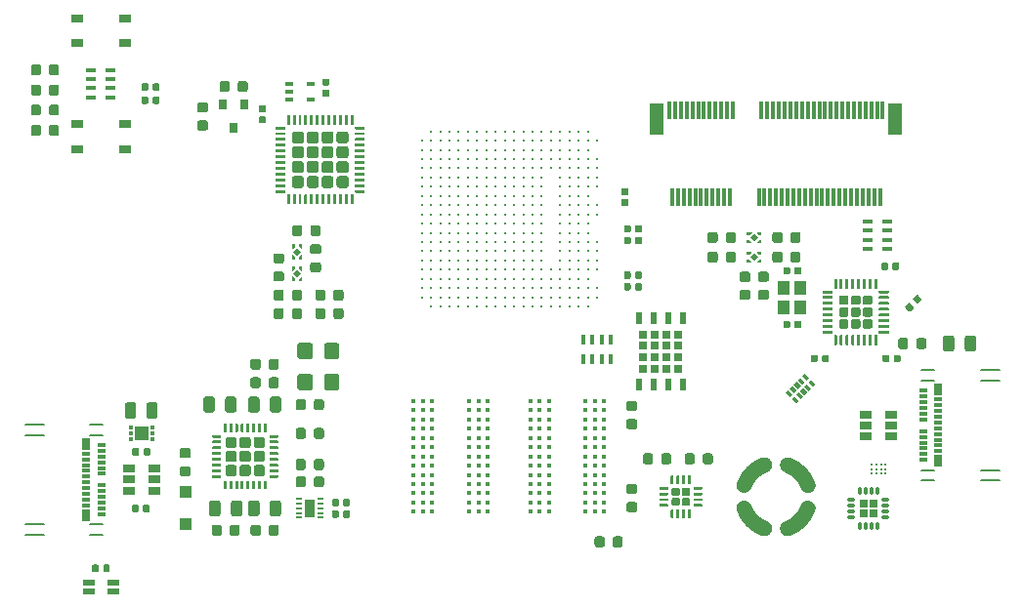
<source format=gtp>
G04 #@! TF.GenerationSoftware,KiCad,Pcbnew,5.1.5+dfsg1-2build2*
G04 #@! TF.CreationDate,2020-05-01T00:48:46-07:00*
G04 #@! TF.ProjectId,logicbone,6c6f6769-6362-46f6-9e65-2e6b69636164,rev?*
G04 #@! TF.SameCoordinates,Original*
G04 #@! TF.FileFunction,Paste,Top*
G04 #@! TF.FilePolarity,Positive*
%FSLAX46Y46*%
G04 Gerber Fmt 4.6, Leading zero omitted, Abs format (unit mm)*
G04 Created by KiCad (PCBNEW 5.1.5+dfsg1-2build2) date 2020-05-01 00:48:46*
%MOMM*%
%LPD*%
G04 APERTURE LIST*
%ADD10C,0.200000*%
%ADD11C,1.395000*%
%ADD12R,0.700000X0.300000*%
%ADD13R,0.700000X1.000000*%
%ADD14R,1.060000X0.650000*%
%ADD15C,0.215000*%
%ADD16C,0.100000*%
%ADD17R,0.900000X0.400000*%
%ADD18R,0.900000X1.500000*%
%ADD19R,0.500000X0.200000*%
%ADD20C,0.420000*%
%ADD21R,0.650000X0.400000*%
%ADD22R,1.200000X2.750000*%
%ADD23R,0.300000X1.550000*%
%ADD24R,1.050000X0.650000*%
%ADD25R,1.000000X1.150000*%
%ADD26R,0.400000X0.900000*%
%ADD27R,0.800000X0.900000*%
%ADD28R,1.100000X1.100000*%
%ADD29C,0.300000*%
%ADD30R,0.430000X0.360000*%
%ADD31R,1.150000X1.300000*%
%ADD32O,0.800000X0.300000*%
%ADD33O,0.300000X0.800000*%
%ADD34R,0.700000X0.700000*%
%ADD35R,0.500000X1.100000*%
%ADD36R,0.800000X0.800000*%
%ADD37R,1.000000X0.500000*%
G04 APERTURE END LIST*
D10*
X102570000Y-92270000D02*
X100970000Y-92270000D01*
X102570000Y-91370000D02*
X100970000Y-91370000D01*
X102570000Y-83630000D02*
X100970000Y-83630000D01*
X102570000Y-82730000D02*
X100970000Y-82730000D01*
X107680000Y-92270000D02*
X106580000Y-92270000D01*
X107680000Y-91370000D02*
X106580000Y-91370000D01*
X107680000Y-83630000D02*
X106580000Y-83630000D01*
X107680000Y-82730000D02*
X106580000Y-82730000D01*
X183730000Y-78030000D02*
X185330000Y-78030000D01*
X183730000Y-78930000D02*
X185330000Y-78930000D01*
X183730000Y-86670000D02*
X185330000Y-86670000D01*
X183730000Y-87570000D02*
X185330000Y-87570000D01*
X178620000Y-78030000D02*
X179720000Y-78030000D01*
X178620000Y-78930000D02*
X179720000Y-78930000D01*
X178620000Y-86670000D02*
X179720000Y-86670000D01*
X178620000Y-87570000D02*
X179720000Y-87570000D01*
D11*
X167004684Y-86239653D02*
G75*
G02X168760347Y-87995316I-1004684J-2760347D01*
G01*
X163239653Y-87995316D02*
G75*
G02X164995316Y-86239653I2760347J-1004684D01*
G01*
X164995316Y-91760347D02*
G75*
G02X163239653Y-90004684I1004684J2760347D01*
G01*
X168760347Y-90004684D02*
G75*
G02X167004684Y-91760347I-2760347J1004684D01*
G01*
D12*
X107540000Y-90500000D03*
X107540000Y-84500000D03*
X107540000Y-85000000D03*
X107540000Y-85500000D03*
X107540000Y-86000000D03*
X107540000Y-86500000D03*
X107540000Y-87000000D03*
X107540000Y-88000000D03*
X107540000Y-88500000D03*
X107540000Y-89000000D03*
X107540000Y-89500000D03*
X107540000Y-90000000D03*
X106240000Y-89750000D03*
X106240000Y-89250000D03*
X106240000Y-88750000D03*
X106240000Y-88250000D03*
D13*
X106240000Y-90600000D03*
X106240000Y-84400000D03*
D12*
X106240000Y-85250000D03*
X106240000Y-85750000D03*
X106240000Y-86250000D03*
X106240000Y-86750000D03*
X106240000Y-87250000D03*
X106240000Y-87750000D03*
X178760000Y-79800000D03*
X178760000Y-85800000D03*
X178760000Y-85300000D03*
X178760000Y-84800000D03*
X178760000Y-84300000D03*
X178760000Y-83800000D03*
X178760000Y-83300000D03*
X178760000Y-82300000D03*
X178760000Y-81800000D03*
X178760000Y-81300000D03*
X178760000Y-80800000D03*
X178760000Y-80300000D03*
X180060000Y-80550000D03*
X180060000Y-81050000D03*
X180060000Y-81550000D03*
X180060000Y-82050000D03*
D13*
X180060000Y-79700000D03*
X180060000Y-85900000D03*
D12*
X180060000Y-85050000D03*
X180060000Y-84550000D03*
X180060000Y-84050000D03*
X180060000Y-83550000D03*
X180060000Y-83050000D03*
X180060000Y-82550000D03*
D14*
X176000000Y-83750000D03*
X176000000Y-82800000D03*
X176000000Y-81850000D03*
X173800000Y-81850000D03*
X173800000Y-83750000D03*
X173800000Y-82800000D03*
D15*
X174300000Y-87000000D03*
X174700000Y-87000000D03*
X175100000Y-87000000D03*
X175500000Y-87000000D03*
X174300000Y-86600000D03*
X174700000Y-86600000D03*
X175100000Y-86600000D03*
X175500000Y-86600000D03*
X174300000Y-86200000D03*
X174700000Y-86200000D03*
X175100000Y-86200000D03*
X175500000Y-86200000D03*
D16*
G36*
X166352691Y-67726053D02*
G01*
X166373926Y-67729203D01*
X166394750Y-67734419D01*
X166414962Y-67741651D01*
X166434368Y-67750830D01*
X166452781Y-67761866D01*
X166470024Y-67774654D01*
X166485930Y-67789070D01*
X166500346Y-67804976D01*
X166513134Y-67822219D01*
X166524170Y-67840632D01*
X166533349Y-67860038D01*
X166540581Y-67880250D01*
X166545797Y-67901074D01*
X166548947Y-67922309D01*
X166550000Y-67943750D01*
X166550000Y-68456250D01*
X166548947Y-68477691D01*
X166545797Y-68498926D01*
X166540581Y-68519750D01*
X166533349Y-68539962D01*
X166524170Y-68559368D01*
X166513134Y-68577781D01*
X166500346Y-68595024D01*
X166485930Y-68610930D01*
X166470024Y-68625346D01*
X166452781Y-68638134D01*
X166434368Y-68649170D01*
X166414962Y-68658349D01*
X166394750Y-68665581D01*
X166373926Y-68670797D01*
X166352691Y-68673947D01*
X166331250Y-68675000D01*
X165893750Y-68675000D01*
X165872309Y-68673947D01*
X165851074Y-68670797D01*
X165830250Y-68665581D01*
X165810038Y-68658349D01*
X165790632Y-68649170D01*
X165772219Y-68638134D01*
X165754976Y-68625346D01*
X165739070Y-68610930D01*
X165724654Y-68595024D01*
X165711866Y-68577781D01*
X165700830Y-68559368D01*
X165691651Y-68539962D01*
X165684419Y-68519750D01*
X165679203Y-68498926D01*
X165676053Y-68477691D01*
X165675000Y-68456250D01*
X165675000Y-67943750D01*
X165676053Y-67922309D01*
X165679203Y-67901074D01*
X165684419Y-67880250D01*
X165691651Y-67860038D01*
X165700830Y-67840632D01*
X165711866Y-67822219D01*
X165724654Y-67804976D01*
X165739070Y-67789070D01*
X165754976Y-67774654D01*
X165772219Y-67761866D01*
X165790632Y-67750830D01*
X165810038Y-67741651D01*
X165830250Y-67734419D01*
X165851074Y-67729203D01*
X165872309Y-67726053D01*
X165893750Y-67725000D01*
X166331250Y-67725000D01*
X166352691Y-67726053D01*
G37*
G36*
X167927691Y-67726053D02*
G01*
X167948926Y-67729203D01*
X167969750Y-67734419D01*
X167989962Y-67741651D01*
X168009368Y-67750830D01*
X168027781Y-67761866D01*
X168045024Y-67774654D01*
X168060930Y-67789070D01*
X168075346Y-67804976D01*
X168088134Y-67822219D01*
X168099170Y-67840632D01*
X168108349Y-67860038D01*
X168115581Y-67880250D01*
X168120797Y-67901074D01*
X168123947Y-67922309D01*
X168125000Y-67943750D01*
X168125000Y-68456250D01*
X168123947Y-68477691D01*
X168120797Y-68498926D01*
X168115581Y-68519750D01*
X168108349Y-68539962D01*
X168099170Y-68559368D01*
X168088134Y-68577781D01*
X168075346Y-68595024D01*
X168060930Y-68610930D01*
X168045024Y-68625346D01*
X168027781Y-68638134D01*
X168009368Y-68649170D01*
X167989962Y-68658349D01*
X167969750Y-68665581D01*
X167948926Y-68670797D01*
X167927691Y-68673947D01*
X167906250Y-68675000D01*
X167468750Y-68675000D01*
X167447309Y-68673947D01*
X167426074Y-68670797D01*
X167405250Y-68665581D01*
X167385038Y-68658349D01*
X167365632Y-68649170D01*
X167347219Y-68638134D01*
X167329976Y-68625346D01*
X167314070Y-68610930D01*
X167299654Y-68595024D01*
X167286866Y-68577781D01*
X167275830Y-68559368D01*
X167266651Y-68539962D01*
X167259419Y-68519750D01*
X167254203Y-68498926D01*
X167251053Y-68477691D01*
X167250000Y-68456250D01*
X167250000Y-67943750D01*
X167251053Y-67922309D01*
X167254203Y-67901074D01*
X167259419Y-67880250D01*
X167266651Y-67860038D01*
X167275830Y-67840632D01*
X167286866Y-67822219D01*
X167299654Y-67804976D01*
X167314070Y-67789070D01*
X167329976Y-67774654D01*
X167347219Y-67761866D01*
X167365632Y-67750830D01*
X167385038Y-67741651D01*
X167405250Y-67734419D01*
X167426074Y-67729203D01*
X167447309Y-67726053D01*
X167468750Y-67725000D01*
X167906250Y-67725000D01*
X167927691Y-67726053D01*
G37*
D17*
X173950000Y-65900000D03*
X173950000Y-66700000D03*
X173950000Y-65100000D03*
X173950000Y-67500000D03*
X175650000Y-65100000D03*
X175650000Y-65900000D03*
X175650000Y-66700000D03*
X175650000Y-67500000D03*
D16*
G36*
X178239727Y-71483989D02*
G01*
X178254045Y-71486113D01*
X178268086Y-71489630D01*
X178281715Y-71494507D01*
X178294800Y-71500696D01*
X178307216Y-71508137D01*
X178318842Y-71516760D01*
X178329567Y-71526481D01*
X178573519Y-71770433D01*
X178583240Y-71781158D01*
X178591863Y-71792784D01*
X178599304Y-71805200D01*
X178605493Y-71818285D01*
X178610370Y-71831914D01*
X178613887Y-71845955D01*
X178616011Y-71860273D01*
X178616721Y-71874731D01*
X178616011Y-71889189D01*
X178613887Y-71903507D01*
X178610370Y-71917548D01*
X178605493Y-71931177D01*
X178599304Y-71944262D01*
X178591863Y-71956678D01*
X178583240Y-71968304D01*
X178573519Y-71979029D01*
X178364923Y-72187625D01*
X178354198Y-72197346D01*
X178342572Y-72205969D01*
X178330156Y-72213410D01*
X178317071Y-72219599D01*
X178303442Y-72224476D01*
X178289401Y-72227993D01*
X178275083Y-72230117D01*
X178260625Y-72230827D01*
X178246167Y-72230117D01*
X178231849Y-72227993D01*
X178217808Y-72224476D01*
X178204179Y-72219599D01*
X178191094Y-72213410D01*
X178178678Y-72205969D01*
X178167052Y-72197346D01*
X178156327Y-72187625D01*
X177912375Y-71943673D01*
X177902654Y-71932948D01*
X177894031Y-71921322D01*
X177886590Y-71908906D01*
X177880401Y-71895821D01*
X177875524Y-71882192D01*
X177872007Y-71868151D01*
X177869883Y-71853833D01*
X177869173Y-71839375D01*
X177869883Y-71824917D01*
X177872007Y-71810599D01*
X177875524Y-71796558D01*
X177880401Y-71782929D01*
X177886590Y-71769844D01*
X177894031Y-71757428D01*
X177902654Y-71745802D01*
X177912375Y-71735077D01*
X178120971Y-71526481D01*
X178131696Y-71516760D01*
X178143322Y-71508137D01*
X178155738Y-71500696D01*
X178168823Y-71494507D01*
X178182452Y-71489630D01*
X178196493Y-71486113D01*
X178210811Y-71483989D01*
X178225269Y-71483279D01*
X178239727Y-71483989D01*
G37*
G36*
X177553833Y-72169883D02*
G01*
X177568151Y-72172007D01*
X177582192Y-72175524D01*
X177595821Y-72180401D01*
X177608906Y-72186590D01*
X177621322Y-72194031D01*
X177632948Y-72202654D01*
X177643673Y-72212375D01*
X177887625Y-72456327D01*
X177897346Y-72467052D01*
X177905969Y-72478678D01*
X177913410Y-72491094D01*
X177919599Y-72504179D01*
X177924476Y-72517808D01*
X177927993Y-72531849D01*
X177930117Y-72546167D01*
X177930827Y-72560625D01*
X177930117Y-72575083D01*
X177927993Y-72589401D01*
X177924476Y-72603442D01*
X177919599Y-72617071D01*
X177913410Y-72630156D01*
X177905969Y-72642572D01*
X177897346Y-72654198D01*
X177887625Y-72664923D01*
X177679029Y-72873519D01*
X177668304Y-72883240D01*
X177656678Y-72891863D01*
X177644262Y-72899304D01*
X177631177Y-72905493D01*
X177617548Y-72910370D01*
X177603507Y-72913887D01*
X177589189Y-72916011D01*
X177574731Y-72916721D01*
X177560273Y-72916011D01*
X177545955Y-72913887D01*
X177531914Y-72910370D01*
X177518285Y-72905493D01*
X177505200Y-72899304D01*
X177492784Y-72891863D01*
X177481158Y-72883240D01*
X177470433Y-72873519D01*
X177226481Y-72629567D01*
X177216760Y-72618842D01*
X177208137Y-72607216D01*
X177200696Y-72594800D01*
X177194507Y-72581715D01*
X177189630Y-72568086D01*
X177186113Y-72554045D01*
X177183989Y-72539727D01*
X177183279Y-72525269D01*
X177183989Y-72510811D01*
X177186113Y-72496493D01*
X177189630Y-72482452D01*
X177194507Y-72468823D01*
X177200696Y-72455738D01*
X177208137Y-72443322D01*
X177216760Y-72431696D01*
X177226481Y-72420971D01*
X177435077Y-72212375D01*
X177445802Y-72202654D01*
X177457428Y-72194031D01*
X177469844Y-72186590D01*
X177482929Y-72180401D01*
X177496558Y-72175524D01*
X177510599Y-72172007D01*
X177524917Y-72169883D01*
X177539375Y-72169173D01*
X177553833Y-72169883D01*
G37*
G36*
X175676958Y-76680710D02*
G01*
X175691276Y-76682834D01*
X175705317Y-76686351D01*
X175718946Y-76691228D01*
X175732031Y-76697417D01*
X175744447Y-76704858D01*
X175756073Y-76713481D01*
X175766798Y-76723202D01*
X175776519Y-76733927D01*
X175785142Y-76745553D01*
X175792583Y-76757969D01*
X175798772Y-76771054D01*
X175803649Y-76784683D01*
X175807166Y-76798724D01*
X175809290Y-76813042D01*
X175810000Y-76827500D01*
X175810000Y-77172500D01*
X175809290Y-77186958D01*
X175807166Y-77201276D01*
X175803649Y-77215317D01*
X175798772Y-77228946D01*
X175792583Y-77242031D01*
X175785142Y-77254447D01*
X175776519Y-77266073D01*
X175766798Y-77276798D01*
X175756073Y-77286519D01*
X175744447Y-77295142D01*
X175732031Y-77302583D01*
X175718946Y-77308772D01*
X175705317Y-77313649D01*
X175691276Y-77317166D01*
X175676958Y-77319290D01*
X175662500Y-77320000D01*
X175367500Y-77320000D01*
X175353042Y-77319290D01*
X175338724Y-77317166D01*
X175324683Y-77313649D01*
X175311054Y-77308772D01*
X175297969Y-77302583D01*
X175285553Y-77295142D01*
X175273927Y-77286519D01*
X175263202Y-77276798D01*
X175253481Y-77266073D01*
X175244858Y-77254447D01*
X175237417Y-77242031D01*
X175231228Y-77228946D01*
X175226351Y-77215317D01*
X175222834Y-77201276D01*
X175220710Y-77186958D01*
X175220000Y-77172500D01*
X175220000Y-76827500D01*
X175220710Y-76813042D01*
X175222834Y-76798724D01*
X175226351Y-76784683D01*
X175231228Y-76771054D01*
X175237417Y-76757969D01*
X175244858Y-76745553D01*
X175253481Y-76733927D01*
X175263202Y-76723202D01*
X175273927Y-76713481D01*
X175285553Y-76704858D01*
X175297969Y-76697417D01*
X175311054Y-76691228D01*
X175324683Y-76686351D01*
X175338724Y-76682834D01*
X175353042Y-76680710D01*
X175367500Y-76680000D01*
X175662500Y-76680000D01*
X175676958Y-76680710D01*
G37*
G36*
X176646958Y-76680710D02*
G01*
X176661276Y-76682834D01*
X176675317Y-76686351D01*
X176688946Y-76691228D01*
X176702031Y-76697417D01*
X176714447Y-76704858D01*
X176726073Y-76713481D01*
X176736798Y-76723202D01*
X176746519Y-76733927D01*
X176755142Y-76745553D01*
X176762583Y-76757969D01*
X176768772Y-76771054D01*
X176773649Y-76784683D01*
X176777166Y-76798724D01*
X176779290Y-76813042D01*
X176780000Y-76827500D01*
X176780000Y-77172500D01*
X176779290Y-77186958D01*
X176777166Y-77201276D01*
X176773649Y-77215317D01*
X176768772Y-77228946D01*
X176762583Y-77242031D01*
X176755142Y-77254447D01*
X176746519Y-77266073D01*
X176736798Y-77276798D01*
X176726073Y-77286519D01*
X176714447Y-77295142D01*
X176702031Y-77302583D01*
X176688946Y-77308772D01*
X176675317Y-77313649D01*
X176661276Y-77317166D01*
X176646958Y-77319290D01*
X176632500Y-77320000D01*
X176337500Y-77320000D01*
X176323042Y-77319290D01*
X176308724Y-77317166D01*
X176294683Y-77313649D01*
X176281054Y-77308772D01*
X176267969Y-77302583D01*
X176255553Y-77295142D01*
X176243927Y-77286519D01*
X176233202Y-77276798D01*
X176223481Y-77266073D01*
X176214858Y-77254447D01*
X176207417Y-77242031D01*
X176201228Y-77228946D01*
X176196351Y-77215317D01*
X176192834Y-77201276D01*
X176190710Y-77186958D01*
X176190000Y-77172500D01*
X176190000Y-76827500D01*
X176190710Y-76813042D01*
X176192834Y-76798724D01*
X176196351Y-76784683D01*
X176201228Y-76771054D01*
X176207417Y-76757969D01*
X176214858Y-76745553D01*
X176223481Y-76733927D01*
X176233202Y-76723202D01*
X176243927Y-76713481D01*
X176255553Y-76704858D01*
X176267969Y-76697417D01*
X176281054Y-76691228D01*
X176294683Y-76686351D01*
X176308724Y-76682834D01*
X176323042Y-76680710D01*
X176337500Y-76680000D01*
X176632500Y-76680000D01*
X176646958Y-76680710D01*
G37*
G36*
X172097839Y-71525999D02*
G01*
X172117981Y-71528987D01*
X172137734Y-71533935D01*
X172156907Y-71540795D01*
X172175315Y-71549501D01*
X172192781Y-71559970D01*
X172209137Y-71572100D01*
X172224225Y-71585775D01*
X172237900Y-71600863D01*
X172250030Y-71617219D01*
X172260499Y-71634685D01*
X172269205Y-71653093D01*
X172276065Y-71672266D01*
X172281013Y-71692019D01*
X172284001Y-71712161D01*
X172285000Y-71732500D01*
X172285000Y-72147500D01*
X172284001Y-72167839D01*
X172281013Y-72187981D01*
X172276065Y-72207734D01*
X172269205Y-72226907D01*
X172260499Y-72245315D01*
X172250030Y-72262781D01*
X172237900Y-72279137D01*
X172224225Y-72294225D01*
X172209137Y-72307900D01*
X172192781Y-72320030D01*
X172175315Y-72330499D01*
X172156907Y-72339205D01*
X172137734Y-72346065D01*
X172117981Y-72351013D01*
X172097839Y-72354001D01*
X172077500Y-72355000D01*
X171662500Y-72355000D01*
X171642161Y-72354001D01*
X171622019Y-72351013D01*
X171602266Y-72346065D01*
X171583093Y-72339205D01*
X171564685Y-72330499D01*
X171547219Y-72320030D01*
X171530863Y-72307900D01*
X171515775Y-72294225D01*
X171502100Y-72279137D01*
X171489970Y-72262781D01*
X171479501Y-72245315D01*
X171470795Y-72226907D01*
X171463935Y-72207734D01*
X171458987Y-72187981D01*
X171455999Y-72167839D01*
X171455000Y-72147500D01*
X171455000Y-71732500D01*
X171455999Y-71712161D01*
X171458987Y-71692019D01*
X171463935Y-71672266D01*
X171470795Y-71653093D01*
X171479501Y-71634685D01*
X171489970Y-71617219D01*
X171502100Y-71600863D01*
X171515775Y-71585775D01*
X171530863Y-71572100D01*
X171547219Y-71559970D01*
X171564685Y-71549501D01*
X171583093Y-71540795D01*
X171602266Y-71533935D01*
X171622019Y-71528987D01*
X171642161Y-71525999D01*
X171662500Y-71525000D01*
X172077500Y-71525000D01*
X172097839Y-71525999D01*
G37*
G36*
X172097839Y-72555999D02*
G01*
X172117981Y-72558987D01*
X172137734Y-72563935D01*
X172156907Y-72570795D01*
X172175315Y-72579501D01*
X172192781Y-72589970D01*
X172209137Y-72602100D01*
X172224225Y-72615775D01*
X172237900Y-72630863D01*
X172250030Y-72647219D01*
X172260499Y-72664685D01*
X172269205Y-72683093D01*
X172276065Y-72702266D01*
X172281013Y-72722019D01*
X172284001Y-72742161D01*
X172285000Y-72762500D01*
X172285000Y-73177500D01*
X172284001Y-73197839D01*
X172281013Y-73217981D01*
X172276065Y-73237734D01*
X172269205Y-73256907D01*
X172260499Y-73275315D01*
X172250030Y-73292781D01*
X172237900Y-73309137D01*
X172224225Y-73324225D01*
X172209137Y-73337900D01*
X172192781Y-73350030D01*
X172175315Y-73360499D01*
X172156907Y-73369205D01*
X172137734Y-73376065D01*
X172117981Y-73381013D01*
X172097839Y-73384001D01*
X172077500Y-73385000D01*
X171662500Y-73385000D01*
X171642161Y-73384001D01*
X171622019Y-73381013D01*
X171602266Y-73376065D01*
X171583093Y-73369205D01*
X171564685Y-73360499D01*
X171547219Y-73350030D01*
X171530863Y-73337900D01*
X171515775Y-73324225D01*
X171502100Y-73309137D01*
X171489970Y-73292781D01*
X171479501Y-73275315D01*
X171470795Y-73256907D01*
X171463935Y-73237734D01*
X171458987Y-73217981D01*
X171455999Y-73197839D01*
X171455000Y-73177500D01*
X171455000Y-72762500D01*
X171455999Y-72742161D01*
X171458987Y-72722019D01*
X171463935Y-72702266D01*
X171470795Y-72683093D01*
X171479501Y-72664685D01*
X171489970Y-72647219D01*
X171502100Y-72630863D01*
X171515775Y-72615775D01*
X171530863Y-72602100D01*
X171547219Y-72589970D01*
X171564685Y-72579501D01*
X171583093Y-72570795D01*
X171602266Y-72563935D01*
X171622019Y-72558987D01*
X171642161Y-72555999D01*
X171662500Y-72555000D01*
X172077500Y-72555000D01*
X172097839Y-72555999D01*
G37*
G36*
X172097839Y-73585999D02*
G01*
X172117981Y-73588987D01*
X172137734Y-73593935D01*
X172156907Y-73600795D01*
X172175315Y-73609501D01*
X172192781Y-73619970D01*
X172209137Y-73632100D01*
X172224225Y-73645775D01*
X172237900Y-73660863D01*
X172250030Y-73677219D01*
X172260499Y-73694685D01*
X172269205Y-73713093D01*
X172276065Y-73732266D01*
X172281013Y-73752019D01*
X172284001Y-73772161D01*
X172285000Y-73792500D01*
X172285000Y-74207500D01*
X172284001Y-74227839D01*
X172281013Y-74247981D01*
X172276065Y-74267734D01*
X172269205Y-74286907D01*
X172260499Y-74305315D01*
X172250030Y-74322781D01*
X172237900Y-74339137D01*
X172224225Y-74354225D01*
X172209137Y-74367900D01*
X172192781Y-74380030D01*
X172175315Y-74390499D01*
X172156907Y-74399205D01*
X172137734Y-74406065D01*
X172117981Y-74411013D01*
X172097839Y-74414001D01*
X172077500Y-74415000D01*
X171662500Y-74415000D01*
X171642161Y-74414001D01*
X171622019Y-74411013D01*
X171602266Y-74406065D01*
X171583093Y-74399205D01*
X171564685Y-74390499D01*
X171547219Y-74380030D01*
X171530863Y-74367900D01*
X171515775Y-74354225D01*
X171502100Y-74339137D01*
X171489970Y-74322781D01*
X171479501Y-74305315D01*
X171470795Y-74286907D01*
X171463935Y-74267734D01*
X171458987Y-74247981D01*
X171455999Y-74227839D01*
X171455000Y-74207500D01*
X171455000Y-73792500D01*
X171455999Y-73772161D01*
X171458987Y-73752019D01*
X171463935Y-73732266D01*
X171470795Y-73713093D01*
X171479501Y-73694685D01*
X171489970Y-73677219D01*
X171502100Y-73660863D01*
X171515775Y-73645775D01*
X171530863Y-73632100D01*
X171547219Y-73619970D01*
X171564685Y-73609501D01*
X171583093Y-73600795D01*
X171602266Y-73593935D01*
X171622019Y-73588987D01*
X171642161Y-73585999D01*
X171662500Y-73585000D01*
X172077500Y-73585000D01*
X172097839Y-73585999D01*
G37*
G36*
X173127839Y-71525999D02*
G01*
X173147981Y-71528987D01*
X173167734Y-71533935D01*
X173186907Y-71540795D01*
X173205315Y-71549501D01*
X173222781Y-71559970D01*
X173239137Y-71572100D01*
X173254225Y-71585775D01*
X173267900Y-71600863D01*
X173280030Y-71617219D01*
X173290499Y-71634685D01*
X173299205Y-71653093D01*
X173306065Y-71672266D01*
X173311013Y-71692019D01*
X173314001Y-71712161D01*
X173315000Y-71732500D01*
X173315000Y-72147500D01*
X173314001Y-72167839D01*
X173311013Y-72187981D01*
X173306065Y-72207734D01*
X173299205Y-72226907D01*
X173290499Y-72245315D01*
X173280030Y-72262781D01*
X173267900Y-72279137D01*
X173254225Y-72294225D01*
X173239137Y-72307900D01*
X173222781Y-72320030D01*
X173205315Y-72330499D01*
X173186907Y-72339205D01*
X173167734Y-72346065D01*
X173147981Y-72351013D01*
X173127839Y-72354001D01*
X173107500Y-72355000D01*
X172692500Y-72355000D01*
X172672161Y-72354001D01*
X172652019Y-72351013D01*
X172632266Y-72346065D01*
X172613093Y-72339205D01*
X172594685Y-72330499D01*
X172577219Y-72320030D01*
X172560863Y-72307900D01*
X172545775Y-72294225D01*
X172532100Y-72279137D01*
X172519970Y-72262781D01*
X172509501Y-72245315D01*
X172500795Y-72226907D01*
X172493935Y-72207734D01*
X172488987Y-72187981D01*
X172485999Y-72167839D01*
X172485000Y-72147500D01*
X172485000Y-71732500D01*
X172485999Y-71712161D01*
X172488987Y-71692019D01*
X172493935Y-71672266D01*
X172500795Y-71653093D01*
X172509501Y-71634685D01*
X172519970Y-71617219D01*
X172532100Y-71600863D01*
X172545775Y-71585775D01*
X172560863Y-71572100D01*
X172577219Y-71559970D01*
X172594685Y-71549501D01*
X172613093Y-71540795D01*
X172632266Y-71533935D01*
X172652019Y-71528987D01*
X172672161Y-71525999D01*
X172692500Y-71525000D01*
X173107500Y-71525000D01*
X173127839Y-71525999D01*
G37*
G36*
X173127839Y-72555999D02*
G01*
X173147981Y-72558987D01*
X173167734Y-72563935D01*
X173186907Y-72570795D01*
X173205315Y-72579501D01*
X173222781Y-72589970D01*
X173239137Y-72602100D01*
X173254225Y-72615775D01*
X173267900Y-72630863D01*
X173280030Y-72647219D01*
X173290499Y-72664685D01*
X173299205Y-72683093D01*
X173306065Y-72702266D01*
X173311013Y-72722019D01*
X173314001Y-72742161D01*
X173315000Y-72762500D01*
X173315000Y-73177500D01*
X173314001Y-73197839D01*
X173311013Y-73217981D01*
X173306065Y-73237734D01*
X173299205Y-73256907D01*
X173290499Y-73275315D01*
X173280030Y-73292781D01*
X173267900Y-73309137D01*
X173254225Y-73324225D01*
X173239137Y-73337900D01*
X173222781Y-73350030D01*
X173205315Y-73360499D01*
X173186907Y-73369205D01*
X173167734Y-73376065D01*
X173147981Y-73381013D01*
X173127839Y-73384001D01*
X173107500Y-73385000D01*
X172692500Y-73385000D01*
X172672161Y-73384001D01*
X172652019Y-73381013D01*
X172632266Y-73376065D01*
X172613093Y-73369205D01*
X172594685Y-73360499D01*
X172577219Y-73350030D01*
X172560863Y-73337900D01*
X172545775Y-73324225D01*
X172532100Y-73309137D01*
X172519970Y-73292781D01*
X172509501Y-73275315D01*
X172500795Y-73256907D01*
X172493935Y-73237734D01*
X172488987Y-73217981D01*
X172485999Y-73197839D01*
X172485000Y-73177500D01*
X172485000Y-72762500D01*
X172485999Y-72742161D01*
X172488987Y-72722019D01*
X172493935Y-72702266D01*
X172500795Y-72683093D01*
X172509501Y-72664685D01*
X172519970Y-72647219D01*
X172532100Y-72630863D01*
X172545775Y-72615775D01*
X172560863Y-72602100D01*
X172577219Y-72589970D01*
X172594685Y-72579501D01*
X172613093Y-72570795D01*
X172632266Y-72563935D01*
X172652019Y-72558987D01*
X172672161Y-72555999D01*
X172692500Y-72555000D01*
X173107500Y-72555000D01*
X173127839Y-72555999D01*
G37*
G36*
X173127839Y-73585999D02*
G01*
X173147981Y-73588987D01*
X173167734Y-73593935D01*
X173186907Y-73600795D01*
X173205315Y-73609501D01*
X173222781Y-73619970D01*
X173239137Y-73632100D01*
X173254225Y-73645775D01*
X173267900Y-73660863D01*
X173280030Y-73677219D01*
X173290499Y-73694685D01*
X173299205Y-73713093D01*
X173306065Y-73732266D01*
X173311013Y-73752019D01*
X173314001Y-73772161D01*
X173315000Y-73792500D01*
X173315000Y-74207500D01*
X173314001Y-74227839D01*
X173311013Y-74247981D01*
X173306065Y-74267734D01*
X173299205Y-74286907D01*
X173290499Y-74305315D01*
X173280030Y-74322781D01*
X173267900Y-74339137D01*
X173254225Y-74354225D01*
X173239137Y-74367900D01*
X173222781Y-74380030D01*
X173205315Y-74390499D01*
X173186907Y-74399205D01*
X173167734Y-74406065D01*
X173147981Y-74411013D01*
X173127839Y-74414001D01*
X173107500Y-74415000D01*
X172692500Y-74415000D01*
X172672161Y-74414001D01*
X172652019Y-74411013D01*
X172632266Y-74406065D01*
X172613093Y-74399205D01*
X172594685Y-74390499D01*
X172577219Y-74380030D01*
X172560863Y-74367900D01*
X172545775Y-74354225D01*
X172532100Y-74339137D01*
X172519970Y-74322781D01*
X172509501Y-74305315D01*
X172500795Y-74286907D01*
X172493935Y-74267734D01*
X172488987Y-74247981D01*
X172485999Y-74227839D01*
X172485000Y-74207500D01*
X172485000Y-73792500D01*
X172485999Y-73772161D01*
X172488987Y-73752019D01*
X172493935Y-73732266D01*
X172500795Y-73713093D01*
X172509501Y-73694685D01*
X172519970Y-73677219D01*
X172532100Y-73660863D01*
X172545775Y-73645775D01*
X172560863Y-73632100D01*
X172577219Y-73619970D01*
X172594685Y-73609501D01*
X172613093Y-73600795D01*
X172632266Y-73593935D01*
X172652019Y-73588987D01*
X172672161Y-73585999D01*
X172692500Y-73585000D01*
X173107500Y-73585000D01*
X173127839Y-73585999D01*
G37*
G36*
X174157839Y-71525999D02*
G01*
X174177981Y-71528987D01*
X174197734Y-71533935D01*
X174216907Y-71540795D01*
X174235315Y-71549501D01*
X174252781Y-71559970D01*
X174269137Y-71572100D01*
X174284225Y-71585775D01*
X174297900Y-71600863D01*
X174310030Y-71617219D01*
X174320499Y-71634685D01*
X174329205Y-71653093D01*
X174336065Y-71672266D01*
X174341013Y-71692019D01*
X174344001Y-71712161D01*
X174345000Y-71732500D01*
X174345000Y-72147500D01*
X174344001Y-72167839D01*
X174341013Y-72187981D01*
X174336065Y-72207734D01*
X174329205Y-72226907D01*
X174320499Y-72245315D01*
X174310030Y-72262781D01*
X174297900Y-72279137D01*
X174284225Y-72294225D01*
X174269137Y-72307900D01*
X174252781Y-72320030D01*
X174235315Y-72330499D01*
X174216907Y-72339205D01*
X174197734Y-72346065D01*
X174177981Y-72351013D01*
X174157839Y-72354001D01*
X174137500Y-72355000D01*
X173722500Y-72355000D01*
X173702161Y-72354001D01*
X173682019Y-72351013D01*
X173662266Y-72346065D01*
X173643093Y-72339205D01*
X173624685Y-72330499D01*
X173607219Y-72320030D01*
X173590863Y-72307900D01*
X173575775Y-72294225D01*
X173562100Y-72279137D01*
X173549970Y-72262781D01*
X173539501Y-72245315D01*
X173530795Y-72226907D01*
X173523935Y-72207734D01*
X173518987Y-72187981D01*
X173515999Y-72167839D01*
X173515000Y-72147500D01*
X173515000Y-71732500D01*
X173515999Y-71712161D01*
X173518987Y-71692019D01*
X173523935Y-71672266D01*
X173530795Y-71653093D01*
X173539501Y-71634685D01*
X173549970Y-71617219D01*
X173562100Y-71600863D01*
X173575775Y-71585775D01*
X173590863Y-71572100D01*
X173607219Y-71559970D01*
X173624685Y-71549501D01*
X173643093Y-71540795D01*
X173662266Y-71533935D01*
X173682019Y-71528987D01*
X173702161Y-71525999D01*
X173722500Y-71525000D01*
X174137500Y-71525000D01*
X174157839Y-71525999D01*
G37*
G36*
X174157839Y-72555999D02*
G01*
X174177981Y-72558987D01*
X174197734Y-72563935D01*
X174216907Y-72570795D01*
X174235315Y-72579501D01*
X174252781Y-72589970D01*
X174269137Y-72602100D01*
X174284225Y-72615775D01*
X174297900Y-72630863D01*
X174310030Y-72647219D01*
X174320499Y-72664685D01*
X174329205Y-72683093D01*
X174336065Y-72702266D01*
X174341013Y-72722019D01*
X174344001Y-72742161D01*
X174345000Y-72762500D01*
X174345000Y-73177500D01*
X174344001Y-73197839D01*
X174341013Y-73217981D01*
X174336065Y-73237734D01*
X174329205Y-73256907D01*
X174320499Y-73275315D01*
X174310030Y-73292781D01*
X174297900Y-73309137D01*
X174284225Y-73324225D01*
X174269137Y-73337900D01*
X174252781Y-73350030D01*
X174235315Y-73360499D01*
X174216907Y-73369205D01*
X174197734Y-73376065D01*
X174177981Y-73381013D01*
X174157839Y-73384001D01*
X174137500Y-73385000D01*
X173722500Y-73385000D01*
X173702161Y-73384001D01*
X173682019Y-73381013D01*
X173662266Y-73376065D01*
X173643093Y-73369205D01*
X173624685Y-73360499D01*
X173607219Y-73350030D01*
X173590863Y-73337900D01*
X173575775Y-73324225D01*
X173562100Y-73309137D01*
X173549970Y-73292781D01*
X173539501Y-73275315D01*
X173530795Y-73256907D01*
X173523935Y-73237734D01*
X173518987Y-73217981D01*
X173515999Y-73197839D01*
X173515000Y-73177500D01*
X173515000Y-72762500D01*
X173515999Y-72742161D01*
X173518987Y-72722019D01*
X173523935Y-72702266D01*
X173530795Y-72683093D01*
X173539501Y-72664685D01*
X173549970Y-72647219D01*
X173562100Y-72630863D01*
X173575775Y-72615775D01*
X173590863Y-72602100D01*
X173607219Y-72589970D01*
X173624685Y-72579501D01*
X173643093Y-72570795D01*
X173662266Y-72563935D01*
X173682019Y-72558987D01*
X173702161Y-72555999D01*
X173722500Y-72555000D01*
X174137500Y-72555000D01*
X174157839Y-72555999D01*
G37*
G36*
X174157839Y-73585999D02*
G01*
X174177981Y-73588987D01*
X174197734Y-73593935D01*
X174216907Y-73600795D01*
X174235315Y-73609501D01*
X174252781Y-73619970D01*
X174269137Y-73632100D01*
X174284225Y-73645775D01*
X174297900Y-73660863D01*
X174310030Y-73677219D01*
X174320499Y-73694685D01*
X174329205Y-73713093D01*
X174336065Y-73732266D01*
X174341013Y-73752019D01*
X174344001Y-73772161D01*
X174345000Y-73792500D01*
X174345000Y-74207500D01*
X174344001Y-74227839D01*
X174341013Y-74247981D01*
X174336065Y-74267734D01*
X174329205Y-74286907D01*
X174320499Y-74305315D01*
X174310030Y-74322781D01*
X174297900Y-74339137D01*
X174284225Y-74354225D01*
X174269137Y-74367900D01*
X174252781Y-74380030D01*
X174235315Y-74390499D01*
X174216907Y-74399205D01*
X174197734Y-74406065D01*
X174177981Y-74411013D01*
X174157839Y-74414001D01*
X174137500Y-74415000D01*
X173722500Y-74415000D01*
X173702161Y-74414001D01*
X173682019Y-74411013D01*
X173662266Y-74406065D01*
X173643093Y-74399205D01*
X173624685Y-74390499D01*
X173607219Y-74380030D01*
X173590863Y-74367900D01*
X173575775Y-74354225D01*
X173562100Y-74339137D01*
X173549970Y-74322781D01*
X173539501Y-74305315D01*
X173530795Y-74286907D01*
X173523935Y-74267734D01*
X173518987Y-74247981D01*
X173515999Y-74227839D01*
X173515000Y-74207500D01*
X173515000Y-73792500D01*
X173515999Y-73772161D01*
X173518987Y-73752019D01*
X173523935Y-73732266D01*
X173530795Y-73713093D01*
X173539501Y-73694685D01*
X173549970Y-73677219D01*
X173562100Y-73660863D01*
X173575775Y-73645775D01*
X173590863Y-73632100D01*
X173607219Y-73619970D01*
X173624685Y-73609501D01*
X173643093Y-73600795D01*
X173662266Y-73593935D01*
X173682019Y-73588987D01*
X173702161Y-73585999D01*
X173722500Y-73585000D01*
X174137500Y-73585000D01*
X174157839Y-73585999D01*
G37*
G36*
X170843626Y-71095301D02*
G01*
X170849693Y-71096201D01*
X170855643Y-71097691D01*
X170861418Y-71099758D01*
X170866962Y-71102380D01*
X170872223Y-71105533D01*
X170877150Y-71109187D01*
X170881694Y-71113306D01*
X170885813Y-71117850D01*
X170889467Y-71122777D01*
X170892620Y-71128038D01*
X170895242Y-71133582D01*
X170897309Y-71139357D01*
X170898799Y-71145307D01*
X170899699Y-71151374D01*
X170900000Y-71157500D01*
X170900000Y-71282500D01*
X170899699Y-71288626D01*
X170898799Y-71294693D01*
X170897309Y-71300643D01*
X170895242Y-71306418D01*
X170892620Y-71311962D01*
X170889467Y-71317223D01*
X170885813Y-71322150D01*
X170881694Y-71326694D01*
X170877150Y-71330813D01*
X170872223Y-71334467D01*
X170866962Y-71337620D01*
X170861418Y-71340242D01*
X170855643Y-71342309D01*
X170849693Y-71343799D01*
X170843626Y-71344699D01*
X170837500Y-71345000D01*
X170087500Y-71345000D01*
X170081374Y-71344699D01*
X170075307Y-71343799D01*
X170069357Y-71342309D01*
X170063582Y-71340242D01*
X170058038Y-71337620D01*
X170052777Y-71334467D01*
X170047850Y-71330813D01*
X170043306Y-71326694D01*
X170039187Y-71322150D01*
X170035533Y-71317223D01*
X170032380Y-71311962D01*
X170029758Y-71306418D01*
X170027691Y-71300643D01*
X170026201Y-71294693D01*
X170025301Y-71288626D01*
X170025000Y-71282500D01*
X170025000Y-71157500D01*
X170025301Y-71151374D01*
X170026201Y-71145307D01*
X170027691Y-71139357D01*
X170029758Y-71133582D01*
X170032380Y-71128038D01*
X170035533Y-71122777D01*
X170039187Y-71117850D01*
X170043306Y-71113306D01*
X170047850Y-71109187D01*
X170052777Y-71105533D01*
X170058038Y-71102380D01*
X170063582Y-71099758D01*
X170069357Y-71097691D01*
X170075307Y-71096201D01*
X170081374Y-71095301D01*
X170087500Y-71095000D01*
X170837500Y-71095000D01*
X170843626Y-71095301D01*
G37*
G36*
X170843626Y-71595301D02*
G01*
X170849693Y-71596201D01*
X170855643Y-71597691D01*
X170861418Y-71599758D01*
X170866962Y-71602380D01*
X170872223Y-71605533D01*
X170877150Y-71609187D01*
X170881694Y-71613306D01*
X170885813Y-71617850D01*
X170889467Y-71622777D01*
X170892620Y-71628038D01*
X170895242Y-71633582D01*
X170897309Y-71639357D01*
X170898799Y-71645307D01*
X170899699Y-71651374D01*
X170900000Y-71657500D01*
X170900000Y-71782500D01*
X170899699Y-71788626D01*
X170898799Y-71794693D01*
X170897309Y-71800643D01*
X170895242Y-71806418D01*
X170892620Y-71811962D01*
X170889467Y-71817223D01*
X170885813Y-71822150D01*
X170881694Y-71826694D01*
X170877150Y-71830813D01*
X170872223Y-71834467D01*
X170866962Y-71837620D01*
X170861418Y-71840242D01*
X170855643Y-71842309D01*
X170849693Y-71843799D01*
X170843626Y-71844699D01*
X170837500Y-71845000D01*
X170087500Y-71845000D01*
X170081374Y-71844699D01*
X170075307Y-71843799D01*
X170069357Y-71842309D01*
X170063582Y-71840242D01*
X170058038Y-71837620D01*
X170052777Y-71834467D01*
X170047850Y-71830813D01*
X170043306Y-71826694D01*
X170039187Y-71822150D01*
X170035533Y-71817223D01*
X170032380Y-71811962D01*
X170029758Y-71806418D01*
X170027691Y-71800643D01*
X170026201Y-71794693D01*
X170025301Y-71788626D01*
X170025000Y-71782500D01*
X170025000Y-71657500D01*
X170025301Y-71651374D01*
X170026201Y-71645307D01*
X170027691Y-71639357D01*
X170029758Y-71633582D01*
X170032380Y-71628038D01*
X170035533Y-71622777D01*
X170039187Y-71617850D01*
X170043306Y-71613306D01*
X170047850Y-71609187D01*
X170052777Y-71605533D01*
X170058038Y-71602380D01*
X170063582Y-71599758D01*
X170069357Y-71597691D01*
X170075307Y-71596201D01*
X170081374Y-71595301D01*
X170087500Y-71595000D01*
X170837500Y-71595000D01*
X170843626Y-71595301D01*
G37*
G36*
X170843626Y-72095301D02*
G01*
X170849693Y-72096201D01*
X170855643Y-72097691D01*
X170861418Y-72099758D01*
X170866962Y-72102380D01*
X170872223Y-72105533D01*
X170877150Y-72109187D01*
X170881694Y-72113306D01*
X170885813Y-72117850D01*
X170889467Y-72122777D01*
X170892620Y-72128038D01*
X170895242Y-72133582D01*
X170897309Y-72139357D01*
X170898799Y-72145307D01*
X170899699Y-72151374D01*
X170900000Y-72157500D01*
X170900000Y-72282500D01*
X170899699Y-72288626D01*
X170898799Y-72294693D01*
X170897309Y-72300643D01*
X170895242Y-72306418D01*
X170892620Y-72311962D01*
X170889467Y-72317223D01*
X170885813Y-72322150D01*
X170881694Y-72326694D01*
X170877150Y-72330813D01*
X170872223Y-72334467D01*
X170866962Y-72337620D01*
X170861418Y-72340242D01*
X170855643Y-72342309D01*
X170849693Y-72343799D01*
X170843626Y-72344699D01*
X170837500Y-72345000D01*
X170087500Y-72345000D01*
X170081374Y-72344699D01*
X170075307Y-72343799D01*
X170069357Y-72342309D01*
X170063582Y-72340242D01*
X170058038Y-72337620D01*
X170052777Y-72334467D01*
X170047850Y-72330813D01*
X170043306Y-72326694D01*
X170039187Y-72322150D01*
X170035533Y-72317223D01*
X170032380Y-72311962D01*
X170029758Y-72306418D01*
X170027691Y-72300643D01*
X170026201Y-72294693D01*
X170025301Y-72288626D01*
X170025000Y-72282500D01*
X170025000Y-72157500D01*
X170025301Y-72151374D01*
X170026201Y-72145307D01*
X170027691Y-72139357D01*
X170029758Y-72133582D01*
X170032380Y-72128038D01*
X170035533Y-72122777D01*
X170039187Y-72117850D01*
X170043306Y-72113306D01*
X170047850Y-72109187D01*
X170052777Y-72105533D01*
X170058038Y-72102380D01*
X170063582Y-72099758D01*
X170069357Y-72097691D01*
X170075307Y-72096201D01*
X170081374Y-72095301D01*
X170087500Y-72095000D01*
X170837500Y-72095000D01*
X170843626Y-72095301D01*
G37*
G36*
X170843626Y-72595301D02*
G01*
X170849693Y-72596201D01*
X170855643Y-72597691D01*
X170861418Y-72599758D01*
X170866962Y-72602380D01*
X170872223Y-72605533D01*
X170877150Y-72609187D01*
X170881694Y-72613306D01*
X170885813Y-72617850D01*
X170889467Y-72622777D01*
X170892620Y-72628038D01*
X170895242Y-72633582D01*
X170897309Y-72639357D01*
X170898799Y-72645307D01*
X170899699Y-72651374D01*
X170900000Y-72657500D01*
X170900000Y-72782500D01*
X170899699Y-72788626D01*
X170898799Y-72794693D01*
X170897309Y-72800643D01*
X170895242Y-72806418D01*
X170892620Y-72811962D01*
X170889467Y-72817223D01*
X170885813Y-72822150D01*
X170881694Y-72826694D01*
X170877150Y-72830813D01*
X170872223Y-72834467D01*
X170866962Y-72837620D01*
X170861418Y-72840242D01*
X170855643Y-72842309D01*
X170849693Y-72843799D01*
X170843626Y-72844699D01*
X170837500Y-72845000D01*
X170087500Y-72845000D01*
X170081374Y-72844699D01*
X170075307Y-72843799D01*
X170069357Y-72842309D01*
X170063582Y-72840242D01*
X170058038Y-72837620D01*
X170052777Y-72834467D01*
X170047850Y-72830813D01*
X170043306Y-72826694D01*
X170039187Y-72822150D01*
X170035533Y-72817223D01*
X170032380Y-72811962D01*
X170029758Y-72806418D01*
X170027691Y-72800643D01*
X170026201Y-72794693D01*
X170025301Y-72788626D01*
X170025000Y-72782500D01*
X170025000Y-72657500D01*
X170025301Y-72651374D01*
X170026201Y-72645307D01*
X170027691Y-72639357D01*
X170029758Y-72633582D01*
X170032380Y-72628038D01*
X170035533Y-72622777D01*
X170039187Y-72617850D01*
X170043306Y-72613306D01*
X170047850Y-72609187D01*
X170052777Y-72605533D01*
X170058038Y-72602380D01*
X170063582Y-72599758D01*
X170069357Y-72597691D01*
X170075307Y-72596201D01*
X170081374Y-72595301D01*
X170087500Y-72595000D01*
X170837500Y-72595000D01*
X170843626Y-72595301D01*
G37*
G36*
X170843626Y-73095301D02*
G01*
X170849693Y-73096201D01*
X170855643Y-73097691D01*
X170861418Y-73099758D01*
X170866962Y-73102380D01*
X170872223Y-73105533D01*
X170877150Y-73109187D01*
X170881694Y-73113306D01*
X170885813Y-73117850D01*
X170889467Y-73122777D01*
X170892620Y-73128038D01*
X170895242Y-73133582D01*
X170897309Y-73139357D01*
X170898799Y-73145307D01*
X170899699Y-73151374D01*
X170900000Y-73157500D01*
X170900000Y-73282500D01*
X170899699Y-73288626D01*
X170898799Y-73294693D01*
X170897309Y-73300643D01*
X170895242Y-73306418D01*
X170892620Y-73311962D01*
X170889467Y-73317223D01*
X170885813Y-73322150D01*
X170881694Y-73326694D01*
X170877150Y-73330813D01*
X170872223Y-73334467D01*
X170866962Y-73337620D01*
X170861418Y-73340242D01*
X170855643Y-73342309D01*
X170849693Y-73343799D01*
X170843626Y-73344699D01*
X170837500Y-73345000D01*
X170087500Y-73345000D01*
X170081374Y-73344699D01*
X170075307Y-73343799D01*
X170069357Y-73342309D01*
X170063582Y-73340242D01*
X170058038Y-73337620D01*
X170052777Y-73334467D01*
X170047850Y-73330813D01*
X170043306Y-73326694D01*
X170039187Y-73322150D01*
X170035533Y-73317223D01*
X170032380Y-73311962D01*
X170029758Y-73306418D01*
X170027691Y-73300643D01*
X170026201Y-73294693D01*
X170025301Y-73288626D01*
X170025000Y-73282500D01*
X170025000Y-73157500D01*
X170025301Y-73151374D01*
X170026201Y-73145307D01*
X170027691Y-73139357D01*
X170029758Y-73133582D01*
X170032380Y-73128038D01*
X170035533Y-73122777D01*
X170039187Y-73117850D01*
X170043306Y-73113306D01*
X170047850Y-73109187D01*
X170052777Y-73105533D01*
X170058038Y-73102380D01*
X170063582Y-73099758D01*
X170069357Y-73097691D01*
X170075307Y-73096201D01*
X170081374Y-73095301D01*
X170087500Y-73095000D01*
X170837500Y-73095000D01*
X170843626Y-73095301D01*
G37*
G36*
X170843626Y-73595301D02*
G01*
X170849693Y-73596201D01*
X170855643Y-73597691D01*
X170861418Y-73599758D01*
X170866962Y-73602380D01*
X170872223Y-73605533D01*
X170877150Y-73609187D01*
X170881694Y-73613306D01*
X170885813Y-73617850D01*
X170889467Y-73622777D01*
X170892620Y-73628038D01*
X170895242Y-73633582D01*
X170897309Y-73639357D01*
X170898799Y-73645307D01*
X170899699Y-73651374D01*
X170900000Y-73657500D01*
X170900000Y-73782500D01*
X170899699Y-73788626D01*
X170898799Y-73794693D01*
X170897309Y-73800643D01*
X170895242Y-73806418D01*
X170892620Y-73811962D01*
X170889467Y-73817223D01*
X170885813Y-73822150D01*
X170881694Y-73826694D01*
X170877150Y-73830813D01*
X170872223Y-73834467D01*
X170866962Y-73837620D01*
X170861418Y-73840242D01*
X170855643Y-73842309D01*
X170849693Y-73843799D01*
X170843626Y-73844699D01*
X170837500Y-73845000D01*
X170087500Y-73845000D01*
X170081374Y-73844699D01*
X170075307Y-73843799D01*
X170069357Y-73842309D01*
X170063582Y-73840242D01*
X170058038Y-73837620D01*
X170052777Y-73834467D01*
X170047850Y-73830813D01*
X170043306Y-73826694D01*
X170039187Y-73822150D01*
X170035533Y-73817223D01*
X170032380Y-73811962D01*
X170029758Y-73806418D01*
X170027691Y-73800643D01*
X170026201Y-73794693D01*
X170025301Y-73788626D01*
X170025000Y-73782500D01*
X170025000Y-73657500D01*
X170025301Y-73651374D01*
X170026201Y-73645307D01*
X170027691Y-73639357D01*
X170029758Y-73633582D01*
X170032380Y-73628038D01*
X170035533Y-73622777D01*
X170039187Y-73617850D01*
X170043306Y-73613306D01*
X170047850Y-73609187D01*
X170052777Y-73605533D01*
X170058038Y-73602380D01*
X170063582Y-73599758D01*
X170069357Y-73597691D01*
X170075307Y-73596201D01*
X170081374Y-73595301D01*
X170087500Y-73595000D01*
X170837500Y-73595000D01*
X170843626Y-73595301D01*
G37*
G36*
X170843626Y-74095301D02*
G01*
X170849693Y-74096201D01*
X170855643Y-74097691D01*
X170861418Y-74099758D01*
X170866962Y-74102380D01*
X170872223Y-74105533D01*
X170877150Y-74109187D01*
X170881694Y-74113306D01*
X170885813Y-74117850D01*
X170889467Y-74122777D01*
X170892620Y-74128038D01*
X170895242Y-74133582D01*
X170897309Y-74139357D01*
X170898799Y-74145307D01*
X170899699Y-74151374D01*
X170900000Y-74157500D01*
X170900000Y-74282500D01*
X170899699Y-74288626D01*
X170898799Y-74294693D01*
X170897309Y-74300643D01*
X170895242Y-74306418D01*
X170892620Y-74311962D01*
X170889467Y-74317223D01*
X170885813Y-74322150D01*
X170881694Y-74326694D01*
X170877150Y-74330813D01*
X170872223Y-74334467D01*
X170866962Y-74337620D01*
X170861418Y-74340242D01*
X170855643Y-74342309D01*
X170849693Y-74343799D01*
X170843626Y-74344699D01*
X170837500Y-74345000D01*
X170087500Y-74345000D01*
X170081374Y-74344699D01*
X170075307Y-74343799D01*
X170069357Y-74342309D01*
X170063582Y-74340242D01*
X170058038Y-74337620D01*
X170052777Y-74334467D01*
X170047850Y-74330813D01*
X170043306Y-74326694D01*
X170039187Y-74322150D01*
X170035533Y-74317223D01*
X170032380Y-74311962D01*
X170029758Y-74306418D01*
X170027691Y-74300643D01*
X170026201Y-74294693D01*
X170025301Y-74288626D01*
X170025000Y-74282500D01*
X170025000Y-74157500D01*
X170025301Y-74151374D01*
X170026201Y-74145307D01*
X170027691Y-74139357D01*
X170029758Y-74133582D01*
X170032380Y-74128038D01*
X170035533Y-74122777D01*
X170039187Y-74117850D01*
X170043306Y-74113306D01*
X170047850Y-74109187D01*
X170052777Y-74105533D01*
X170058038Y-74102380D01*
X170063582Y-74099758D01*
X170069357Y-74097691D01*
X170075307Y-74096201D01*
X170081374Y-74095301D01*
X170087500Y-74095000D01*
X170837500Y-74095000D01*
X170843626Y-74095301D01*
G37*
G36*
X170843626Y-74595301D02*
G01*
X170849693Y-74596201D01*
X170855643Y-74597691D01*
X170861418Y-74599758D01*
X170866962Y-74602380D01*
X170872223Y-74605533D01*
X170877150Y-74609187D01*
X170881694Y-74613306D01*
X170885813Y-74617850D01*
X170889467Y-74622777D01*
X170892620Y-74628038D01*
X170895242Y-74633582D01*
X170897309Y-74639357D01*
X170898799Y-74645307D01*
X170899699Y-74651374D01*
X170900000Y-74657500D01*
X170900000Y-74782500D01*
X170899699Y-74788626D01*
X170898799Y-74794693D01*
X170897309Y-74800643D01*
X170895242Y-74806418D01*
X170892620Y-74811962D01*
X170889467Y-74817223D01*
X170885813Y-74822150D01*
X170881694Y-74826694D01*
X170877150Y-74830813D01*
X170872223Y-74834467D01*
X170866962Y-74837620D01*
X170861418Y-74840242D01*
X170855643Y-74842309D01*
X170849693Y-74843799D01*
X170843626Y-74844699D01*
X170837500Y-74845000D01*
X170087500Y-74845000D01*
X170081374Y-74844699D01*
X170075307Y-74843799D01*
X170069357Y-74842309D01*
X170063582Y-74840242D01*
X170058038Y-74837620D01*
X170052777Y-74834467D01*
X170047850Y-74830813D01*
X170043306Y-74826694D01*
X170039187Y-74822150D01*
X170035533Y-74817223D01*
X170032380Y-74811962D01*
X170029758Y-74806418D01*
X170027691Y-74800643D01*
X170026201Y-74794693D01*
X170025301Y-74788626D01*
X170025000Y-74782500D01*
X170025000Y-74657500D01*
X170025301Y-74651374D01*
X170026201Y-74645307D01*
X170027691Y-74639357D01*
X170029758Y-74633582D01*
X170032380Y-74628038D01*
X170035533Y-74622777D01*
X170039187Y-74617850D01*
X170043306Y-74613306D01*
X170047850Y-74609187D01*
X170052777Y-74605533D01*
X170058038Y-74602380D01*
X170063582Y-74599758D01*
X170069357Y-74597691D01*
X170075307Y-74596201D01*
X170081374Y-74595301D01*
X170087500Y-74595000D01*
X170837500Y-74595000D01*
X170843626Y-74595301D01*
G37*
G36*
X171218626Y-74970301D02*
G01*
X171224693Y-74971201D01*
X171230643Y-74972691D01*
X171236418Y-74974758D01*
X171241962Y-74977380D01*
X171247223Y-74980533D01*
X171252150Y-74984187D01*
X171256694Y-74988306D01*
X171260813Y-74992850D01*
X171264467Y-74997777D01*
X171267620Y-75003038D01*
X171270242Y-75008582D01*
X171272309Y-75014357D01*
X171273799Y-75020307D01*
X171274699Y-75026374D01*
X171275000Y-75032500D01*
X171275000Y-75782500D01*
X171274699Y-75788626D01*
X171273799Y-75794693D01*
X171272309Y-75800643D01*
X171270242Y-75806418D01*
X171267620Y-75811962D01*
X171264467Y-75817223D01*
X171260813Y-75822150D01*
X171256694Y-75826694D01*
X171252150Y-75830813D01*
X171247223Y-75834467D01*
X171241962Y-75837620D01*
X171236418Y-75840242D01*
X171230643Y-75842309D01*
X171224693Y-75843799D01*
X171218626Y-75844699D01*
X171212500Y-75845000D01*
X171087500Y-75845000D01*
X171081374Y-75844699D01*
X171075307Y-75843799D01*
X171069357Y-75842309D01*
X171063582Y-75840242D01*
X171058038Y-75837620D01*
X171052777Y-75834467D01*
X171047850Y-75830813D01*
X171043306Y-75826694D01*
X171039187Y-75822150D01*
X171035533Y-75817223D01*
X171032380Y-75811962D01*
X171029758Y-75806418D01*
X171027691Y-75800643D01*
X171026201Y-75794693D01*
X171025301Y-75788626D01*
X171025000Y-75782500D01*
X171025000Y-75032500D01*
X171025301Y-75026374D01*
X171026201Y-75020307D01*
X171027691Y-75014357D01*
X171029758Y-75008582D01*
X171032380Y-75003038D01*
X171035533Y-74997777D01*
X171039187Y-74992850D01*
X171043306Y-74988306D01*
X171047850Y-74984187D01*
X171052777Y-74980533D01*
X171058038Y-74977380D01*
X171063582Y-74974758D01*
X171069357Y-74972691D01*
X171075307Y-74971201D01*
X171081374Y-74970301D01*
X171087500Y-74970000D01*
X171212500Y-74970000D01*
X171218626Y-74970301D01*
G37*
G36*
X171718626Y-74970301D02*
G01*
X171724693Y-74971201D01*
X171730643Y-74972691D01*
X171736418Y-74974758D01*
X171741962Y-74977380D01*
X171747223Y-74980533D01*
X171752150Y-74984187D01*
X171756694Y-74988306D01*
X171760813Y-74992850D01*
X171764467Y-74997777D01*
X171767620Y-75003038D01*
X171770242Y-75008582D01*
X171772309Y-75014357D01*
X171773799Y-75020307D01*
X171774699Y-75026374D01*
X171775000Y-75032500D01*
X171775000Y-75782500D01*
X171774699Y-75788626D01*
X171773799Y-75794693D01*
X171772309Y-75800643D01*
X171770242Y-75806418D01*
X171767620Y-75811962D01*
X171764467Y-75817223D01*
X171760813Y-75822150D01*
X171756694Y-75826694D01*
X171752150Y-75830813D01*
X171747223Y-75834467D01*
X171741962Y-75837620D01*
X171736418Y-75840242D01*
X171730643Y-75842309D01*
X171724693Y-75843799D01*
X171718626Y-75844699D01*
X171712500Y-75845000D01*
X171587500Y-75845000D01*
X171581374Y-75844699D01*
X171575307Y-75843799D01*
X171569357Y-75842309D01*
X171563582Y-75840242D01*
X171558038Y-75837620D01*
X171552777Y-75834467D01*
X171547850Y-75830813D01*
X171543306Y-75826694D01*
X171539187Y-75822150D01*
X171535533Y-75817223D01*
X171532380Y-75811962D01*
X171529758Y-75806418D01*
X171527691Y-75800643D01*
X171526201Y-75794693D01*
X171525301Y-75788626D01*
X171525000Y-75782500D01*
X171525000Y-75032500D01*
X171525301Y-75026374D01*
X171526201Y-75020307D01*
X171527691Y-75014357D01*
X171529758Y-75008582D01*
X171532380Y-75003038D01*
X171535533Y-74997777D01*
X171539187Y-74992850D01*
X171543306Y-74988306D01*
X171547850Y-74984187D01*
X171552777Y-74980533D01*
X171558038Y-74977380D01*
X171563582Y-74974758D01*
X171569357Y-74972691D01*
X171575307Y-74971201D01*
X171581374Y-74970301D01*
X171587500Y-74970000D01*
X171712500Y-74970000D01*
X171718626Y-74970301D01*
G37*
G36*
X172218626Y-74970301D02*
G01*
X172224693Y-74971201D01*
X172230643Y-74972691D01*
X172236418Y-74974758D01*
X172241962Y-74977380D01*
X172247223Y-74980533D01*
X172252150Y-74984187D01*
X172256694Y-74988306D01*
X172260813Y-74992850D01*
X172264467Y-74997777D01*
X172267620Y-75003038D01*
X172270242Y-75008582D01*
X172272309Y-75014357D01*
X172273799Y-75020307D01*
X172274699Y-75026374D01*
X172275000Y-75032500D01*
X172275000Y-75782500D01*
X172274699Y-75788626D01*
X172273799Y-75794693D01*
X172272309Y-75800643D01*
X172270242Y-75806418D01*
X172267620Y-75811962D01*
X172264467Y-75817223D01*
X172260813Y-75822150D01*
X172256694Y-75826694D01*
X172252150Y-75830813D01*
X172247223Y-75834467D01*
X172241962Y-75837620D01*
X172236418Y-75840242D01*
X172230643Y-75842309D01*
X172224693Y-75843799D01*
X172218626Y-75844699D01*
X172212500Y-75845000D01*
X172087500Y-75845000D01*
X172081374Y-75844699D01*
X172075307Y-75843799D01*
X172069357Y-75842309D01*
X172063582Y-75840242D01*
X172058038Y-75837620D01*
X172052777Y-75834467D01*
X172047850Y-75830813D01*
X172043306Y-75826694D01*
X172039187Y-75822150D01*
X172035533Y-75817223D01*
X172032380Y-75811962D01*
X172029758Y-75806418D01*
X172027691Y-75800643D01*
X172026201Y-75794693D01*
X172025301Y-75788626D01*
X172025000Y-75782500D01*
X172025000Y-75032500D01*
X172025301Y-75026374D01*
X172026201Y-75020307D01*
X172027691Y-75014357D01*
X172029758Y-75008582D01*
X172032380Y-75003038D01*
X172035533Y-74997777D01*
X172039187Y-74992850D01*
X172043306Y-74988306D01*
X172047850Y-74984187D01*
X172052777Y-74980533D01*
X172058038Y-74977380D01*
X172063582Y-74974758D01*
X172069357Y-74972691D01*
X172075307Y-74971201D01*
X172081374Y-74970301D01*
X172087500Y-74970000D01*
X172212500Y-74970000D01*
X172218626Y-74970301D01*
G37*
G36*
X172718626Y-74970301D02*
G01*
X172724693Y-74971201D01*
X172730643Y-74972691D01*
X172736418Y-74974758D01*
X172741962Y-74977380D01*
X172747223Y-74980533D01*
X172752150Y-74984187D01*
X172756694Y-74988306D01*
X172760813Y-74992850D01*
X172764467Y-74997777D01*
X172767620Y-75003038D01*
X172770242Y-75008582D01*
X172772309Y-75014357D01*
X172773799Y-75020307D01*
X172774699Y-75026374D01*
X172775000Y-75032500D01*
X172775000Y-75782500D01*
X172774699Y-75788626D01*
X172773799Y-75794693D01*
X172772309Y-75800643D01*
X172770242Y-75806418D01*
X172767620Y-75811962D01*
X172764467Y-75817223D01*
X172760813Y-75822150D01*
X172756694Y-75826694D01*
X172752150Y-75830813D01*
X172747223Y-75834467D01*
X172741962Y-75837620D01*
X172736418Y-75840242D01*
X172730643Y-75842309D01*
X172724693Y-75843799D01*
X172718626Y-75844699D01*
X172712500Y-75845000D01*
X172587500Y-75845000D01*
X172581374Y-75844699D01*
X172575307Y-75843799D01*
X172569357Y-75842309D01*
X172563582Y-75840242D01*
X172558038Y-75837620D01*
X172552777Y-75834467D01*
X172547850Y-75830813D01*
X172543306Y-75826694D01*
X172539187Y-75822150D01*
X172535533Y-75817223D01*
X172532380Y-75811962D01*
X172529758Y-75806418D01*
X172527691Y-75800643D01*
X172526201Y-75794693D01*
X172525301Y-75788626D01*
X172525000Y-75782500D01*
X172525000Y-75032500D01*
X172525301Y-75026374D01*
X172526201Y-75020307D01*
X172527691Y-75014357D01*
X172529758Y-75008582D01*
X172532380Y-75003038D01*
X172535533Y-74997777D01*
X172539187Y-74992850D01*
X172543306Y-74988306D01*
X172547850Y-74984187D01*
X172552777Y-74980533D01*
X172558038Y-74977380D01*
X172563582Y-74974758D01*
X172569357Y-74972691D01*
X172575307Y-74971201D01*
X172581374Y-74970301D01*
X172587500Y-74970000D01*
X172712500Y-74970000D01*
X172718626Y-74970301D01*
G37*
G36*
X173218626Y-74970301D02*
G01*
X173224693Y-74971201D01*
X173230643Y-74972691D01*
X173236418Y-74974758D01*
X173241962Y-74977380D01*
X173247223Y-74980533D01*
X173252150Y-74984187D01*
X173256694Y-74988306D01*
X173260813Y-74992850D01*
X173264467Y-74997777D01*
X173267620Y-75003038D01*
X173270242Y-75008582D01*
X173272309Y-75014357D01*
X173273799Y-75020307D01*
X173274699Y-75026374D01*
X173275000Y-75032500D01*
X173275000Y-75782500D01*
X173274699Y-75788626D01*
X173273799Y-75794693D01*
X173272309Y-75800643D01*
X173270242Y-75806418D01*
X173267620Y-75811962D01*
X173264467Y-75817223D01*
X173260813Y-75822150D01*
X173256694Y-75826694D01*
X173252150Y-75830813D01*
X173247223Y-75834467D01*
X173241962Y-75837620D01*
X173236418Y-75840242D01*
X173230643Y-75842309D01*
X173224693Y-75843799D01*
X173218626Y-75844699D01*
X173212500Y-75845000D01*
X173087500Y-75845000D01*
X173081374Y-75844699D01*
X173075307Y-75843799D01*
X173069357Y-75842309D01*
X173063582Y-75840242D01*
X173058038Y-75837620D01*
X173052777Y-75834467D01*
X173047850Y-75830813D01*
X173043306Y-75826694D01*
X173039187Y-75822150D01*
X173035533Y-75817223D01*
X173032380Y-75811962D01*
X173029758Y-75806418D01*
X173027691Y-75800643D01*
X173026201Y-75794693D01*
X173025301Y-75788626D01*
X173025000Y-75782500D01*
X173025000Y-75032500D01*
X173025301Y-75026374D01*
X173026201Y-75020307D01*
X173027691Y-75014357D01*
X173029758Y-75008582D01*
X173032380Y-75003038D01*
X173035533Y-74997777D01*
X173039187Y-74992850D01*
X173043306Y-74988306D01*
X173047850Y-74984187D01*
X173052777Y-74980533D01*
X173058038Y-74977380D01*
X173063582Y-74974758D01*
X173069357Y-74972691D01*
X173075307Y-74971201D01*
X173081374Y-74970301D01*
X173087500Y-74970000D01*
X173212500Y-74970000D01*
X173218626Y-74970301D01*
G37*
G36*
X173718626Y-74970301D02*
G01*
X173724693Y-74971201D01*
X173730643Y-74972691D01*
X173736418Y-74974758D01*
X173741962Y-74977380D01*
X173747223Y-74980533D01*
X173752150Y-74984187D01*
X173756694Y-74988306D01*
X173760813Y-74992850D01*
X173764467Y-74997777D01*
X173767620Y-75003038D01*
X173770242Y-75008582D01*
X173772309Y-75014357D01*
X173773799Y-75020307D01*
X173774699Y-75026374D01*
X173775000Y-75032500D01*
X173775000Y-75782500D01*
X173774699Y-75788626D01*
X173773799Y-75794693D01*
X173772309Y-75800643D01*
X173770242Y-75806418D01*
X173767620Y-75811962D01*
X173764467Y-75817223D01*
X173760813Y-75822150D01*
X173756694Y-75826694D01*
X173752150Y-75830813D01*
X173747223Y-75834467D01*
X173741962Y-75837620D01*
X173736418Y-75840242D01*
X173730643Y-75842309D01*
X173724693Y-75843799D01*
X173718626Y-75844699D01*
X173712500Y-75845000D01*
X173587500Y-75845000D01*
X173581374Y-75844699D01*
X173575307Y-75843799D01*
X173569357Y-75842309D01*
X173563582Y-75840242D01*
X173558038Y-75837620D01*
X173552777Y-75834467D01*
X173547850Y-75830813D01*
X173543306Y-75826694D01*
X173539187Y-75822150D01*
X173535533Y-75817223D01*
X173532380Y-75811962D01*
X173529758Y-75806418D01*
X173527691Y-75800643D01*
X173526201Y-75794693D01*
X173525301Y-75788626D01*
X173525000Y-75782500D01*
X173525000Y-75032500D01*
X173525301Y-75026374D01*
X173526201Y-75020307D01*
X173527691Y-75014357D01*
X173529758Y-75008582D01*
X173532380Y-75003038D01*
X173535533Y-74997777D01*
X173539187Y-74992850D01*
X173543306Y-74988306D01*
X173547850Y-74984187D01*
X173552777Y-74980533D01*
X173558038Y-74977380D01*
X173563582Y-74974758D01*
X173569357Y-74972691D01*
X173575307Y-74971201D01*
X173581374Y-74970301D01*
X173587500Y-74970000D01*
X173712500Y-74970000D01*
X173718626Y-74970301D01*
G37*
G36*
X174218626Y-74970301D02*
G01*
X174224693Y-74971201D01*
X174230643Y-74972691D01*
X174236418Y-74974758D01*
X174241962Y-74977380D01*
X174247223Y-74980533D01*
X174252150Y-74984187D01*
X174256694Y-74988306D01*
X174260813Y-74992850D01*
X174264467Y-74997777D01*
X174267620Y-75003038D01*
X174270242Y-75008582D01*
X174272309Y-75014357D01*
X174273799Y-75020307D01*
X174274699Y-75026374D01*
X174275000Y-75032500D01*
X174275000Y-75782500D01*
X174274699Y-75788626D01*
X174273799Y-75794693D01*
X174272309Y-75800643D01*
X174270242Y-75806418D01*
X174267620Y-75811962D01*
X174264467Y-75817223D01*
X174260813Y-75822150D01*
X174256694Y-75826694D01*
X174252150Y-75830813D01*
X174247223Y-75834467D01*
X174241962Y-75837620D01*
X174236418Y-75840242D01*
X174230643Y-75842309D01*
X174224693Y-75843799D01*
X174218626Y-75844699D01*
X174212500Y-75845000D01*
X174087500Y-75845000D01*
X174081374Y-75844699D01*
X174075307Y-75843799D01*
X174069357Y-75842309D01*
X174063582Y-75840242D01*
X174058038Y-75837620D01*
X174052777Y-75834467D01*
X174047850Y-75830813D01*
X174043306Y-75826694D01*
X174039187Y-75822150D01*
X174035533Y-75817223D01*
X174032380Y-75811962D01*
X174029758Y-75806418D01*
X174027691Y-75800643D01*
X174026201Y-75794693D01*
X174025301Y-75788626D01*
X174025000Y-75782500D01*
X174025000Y-75032500D01*
X174025301Y-75026374D01*
X174026201Y-75020307D01*
X174027691Y-75014357D01*
X174029758Y-75008582D01*
X174032380Y-75003038D01*
X174035533Y-74997777D01*
X174039187Y-74992850D01*
X174043306Y-74988306D01*
X174047850Y-74984187D01*
X174052777Y-74980533D01*
X174058038Y-74977380D01*
X174063582Y-74974758D01*
X174069357Y-74972691D01*
X174075307Y-74971201D01*
X174081374Y-74970301D01*
X174087500Y-74970000D01*
X174212500Y-74970000D01*
X174218626Y-74970301D01*
G37*
G36*
X174718626Y-74970301D02*
G01*
X174724693Y-74971201D01*
X174730643Y-74972691D01*
X174736418Y-74974758D01*
X174741962Y-74977380D01*
X174747223Y-74980533D01*
X174752150Y-74984187D01*
X174756694Y-74988306D01*
X174760813Y-74992850D01*
X174764467Y-74997777D01*
X174767620Y-75003038D01*
X174770242Y-75008582D01*
X174772309Y-75014357D01*
X174773799Y-75020307D01*
X174774699Y-75026374D01*
X174775000Y-75032500D01*
X174775000Y-75782500D01*
X174774699Y-75788626D01*
X174773799Y-75794693D01*
X174772309Y-75800643D01*
X174770242Y-75806418D01*
X174767620Y-75811962D01*
X174764467Y-75817223D01*
X174760813Y-75822150D01*
X174756694Y-75826694D01*
X174752150Y-75830813D01*
X174747223Y-75834467D01*
X174741962Y-75837620D01*
X174736418Y-75840242D01*
X174730643Y-75842309D01*
X174724693Y-75843799D01*
X174718626Y-75844699D01*
X174712500Y-75845000D01*
X174587500Y-75845000D01*
X174581374Y-75844699D01*
X174575307Y-75843799D01*
X174569357Y-75842309D01*
X174563582Y-75840242D01*
X174558038Y-75837620D01*
X174552777Y-75834467D01*
X174547850Y-75830813D01*
X174543306Y-75826694D01*
X174539187Y-75822150D01*
X174535533Y-75817223D01*
X174532380Y-75811962D01*
X174529758Y-75806418D01*
X174527691Y-75800643D01*
X174526201Y-75794693D01*
X174525301Y-75788626D01*
X174525000Y-75782500D01*
X174525000Y-75032500D01*
X174525301Y-75026374D01*
X174526201Y-75020307D01*
X174527691Y-75014357D01*
X174529758Y-75008582D01*
X174532380Y-75003038D01*
X174535533Y-74997777D01*
X174539187Y-74992850D01*
X174543306Y-74988306D01*
X174547850Y-74984187D01*
X174552777Y-74980533D01*
X174558038Y-74977380D01*
X174563582Y-74974758D01*
X174569357Y-74972691D01*
X174575307Y-74971201D01*
X174581374Y-74970301D01*
X174587500Y-74970000D01*
X174712500Y-74970000D01*
X174718626Y-74970301D01*
G37*
G36*
X175718626Y-74595301D02*
G01*
X175724693Y-74596201D01*
X175730643Y-74597691D01*
X175736418Y-74599758D01*
X175741962Y-74602380D01*
X175747223Y-74605533D01*
X175752150Y-74609187D01*
X175756694Y-74613306D01*
X175760813Y-74617850D01*
X175764467Y-74622777D01*
X175767620Y-74628038D01*
X175770242Y-74633582D01*
X175772309Y-74639357D01*
X175773799Y-74645307D01*
X175774699Y-74651374D01*
X175775000Y-74657500D01*
X175775000Y-74782500D01*
X175774699Y-74788626D01*
X175773799Y-74794693D01*
X175772309Y-74800643D01*
X175770242Y-74806418D01*
X175767620Y-74811962D01*
X175764467Y-74817223D01*
X175760813Y-74822150D01*
X175756694Y-74826694D01*
X175752150Y-74830813D01*
X175747223Y-74834467D01*
X175741962Y-74837620D01*
X175736418Y-74840242D01*
X175730643Y-74842309D01*
X175724693Y-74843799D01*
X175718626Y-74844699D01*
X175712500Y-74845000D01*
X174962500Y-74845000D01*
X174956374Y-74844699D01*
X174950307Y-74843799D01*
X174944357Y-74842309D01*
X174938582Y-74840242D01*
X174933038Y-74837620D01*
X174927777Y-74834467D01*
X174922850Y-74830813D01*
X174918306Y-74826694D01*
X174914187Y-74822150D01*
X174910533Y-74817223D01*
X174907380Y-74811962D01*
X174904758Y-74806418D01*
X174902691Y-74800643D01*
X174901201Y-74794693D01*
X174900301Y-74788626D01*
X174900000Y-74782500D01*
X174900000Y-74657500D01*
X174900301Y-74651374D01*
X174901201Y-74645307D01*
X174902691Y-74639357D01*
X174904758Y-74633582D01*
X174907380Y-74628038D01*
X174910533Y-74622777D01*
X174914187Y-74617850D01*
X174918306Y-74613306D01*
X174922850Y-74609187D01*
X174927777Y-74605533D01*
X174933038Y-74602380D01*
X174938582Y-74599758D01*
X174944357Y-74597691D01*
X174950307Y-74596201D01*
X174956374Y-74595301D01*
X174962500Y-74595000D01*
X175712500Y-74595000D01*
X175718626Y-74595301D01*
G37*
G36*
X175718626Y-74095301D02*
G01*
X175724693Y-74096201D01*
X175730643Y-74097691D01*
X175736418Y-74099758D01*
X175741962Y-74102380D01*
X175747223Y-74105533D01*
X175752150Y-74109187D01*
X175756694Y-74113306D01*
X175760813Y-74117850D01*
X175764467Y-74122777D01*
X175767620Y-74128038D01*
X175770242Y-74133582D01*
X175772309Y-74139357D01*
X175773799Y-74145307D01*
X175774699Y-74151374D01*
X175775000Y-74157500D01*
X175775000Y-74282500D01*
X175774699Y-74288626D01*
X175773799Y-74294693D01*
X175772309Y-74300643D01*
X175770242Y-74306418D01*
X175767620Y-74311962D01*
X175764467Y-74317223D01*
X175760813Y-74322150D01*
X175756694Y-74326694D01*
X175752150Y-74330813D01*
X175747223Y-74334467D01*
X175741962Y-74337620D01*
X175736418Y-74340242D01*
X175730643Y-74342309D01*
X175724693Y-74343799D01*
X175718626Y-74344699D01*
X175712500Y-74345000D01*
X174962500Y-74345000D01*
X174956374Y-74344699D01*
X174950307Y-74343799D01*
X174944357Y-74342309D01*
X174938582Y-74340242D01*
X174933038Y-74337620D01*
X174927777Y-74334467D01*
X174922850Y-74330813D01*
X174918306Y-74326694D01*
X174914187Y-74322150D01*
X174910533Y-74317223D01*
X174907380Y-74311962D01*
X174904758Y-74306418D01*
X174902691Y-74300643D01*
X174901201Y-74294693D01*
X174900301Y-74288626D01*
X174900000Y-74282500D01*
X174900000Y-74157500D01*
X174900301Y-74151374D01*
X174901201Y-74145307D01*
X174902691Y-74139357D01*
X174904758Y-74133582D01*
X174907380Y-74128038D01*
X174910533Y-74122777D01*
X174914187Y-74117850D01*
X174918306Y-74113306D01*
X174922850Y-74109187D01*
X174927777Y-74105533D01*
X174933038Y-74102380D01*
X174938582Y-74099758D01*
X174944357Y-74097691D01*
X174950307Y-74096201D01*
X174956374Y-74095301D01*
X174962500Y-74095000D01*
X175712500Y-74095000D01*
X175718626Y-74095301D01*
G37*
G36*
X175718626Y-73595301D02*
G01*
X175724693Y-73596201D01*
X175730643Y-73597691D01*
X175736418Y-73599758D01*
X175741962Y-73602380D01*
X175747223Y-73605533D01*
X175752150Y-73609187D01*
X175756694Y-73613306D01*
X175760813Y-73617850D01*
X175764467Y-73622777D01*
X175767620Y-73628038D01*
X175770242Y-73633582D01*
X175772309Y-73639357D01*
X175773799Y-73645307D01*
X175774699Y-73651374D01*
X175775000Y-73657500D01*
X175775000Y-73782500D01*
X175774699Y-73788626D01*
X175773799Y-73794693D01*
X175772309Y-73800643D01*
X175770242Y-73806418D01*
X175767620Y-73811962D01*
X175764467Y-73817223D01*
X175760813Y-73822150D01*
X175756694Y-73826694D01*
X175752150Y-73830813D01*
X175747223Y-73834467D01*
X175741962Y-73837620D01*
X175736418Y-73840242D01*
X175730643Y-73842309D01*
X175724693Y-73843799D01*
X175718626Y-73844699D01*
X175712500Y-73845000D01*
X174962500Y-73845000D01*
X174956374Y-73844699D01*
X174950307Y-73843799D01*
X174944357Y-73842309D01*
X174938582Y-73840242D01*
X174933038Y-73837620D01*
X174927777Y-73834467D01*
X174922850Y-73830813D01*
X174918306Y-73826694D01*
X174914187Y-73822150D01*
X174910533Y-73817223D01*
X174907380Y-73811962D01*
X174904758Y-73806418D01*
X174902691Y-73800643D01*
X174901201Y-73794693D01*
X174900301Y-73788626D01*
X174900000Y-73782500D01*
X174900000Y-73657500D01*
X174900301Y-73651374D01*
X174901201Y-73645307D01*
X174902691Y-73639357D01*
X174904758Y-73633582D01*
X174907380Y-73628038D01*
X174910533Y-73622777D01*
X174914187Y-73617850D01*
X174918306Y-73613306D01*
X174922850Y-73609187D01*
X174927777Y-73605533D01*
X174933038Y-73602380D01*
X174938582Y-73599758D01*
X174944357Y-73597691D01*
X174950307Y-73596201D01*
X174956374Y-73595301D01*
X174962500Y-73595000D01*
X175712500Y-73595000D01*
X175718626Y-73595301D01*
G37*
G36*
X175718626Y-73095301D02*
G01*
X175724693Y-73096201D01*
X175730643Y-73097691D01*
X175736418Y-73099758D01*
X175741962Y-73102380D01*
X175747223Y-73105533D01*
X175752150Y-73109187D01*
X175756694Y-73113306D01*
X175760813Y-73117850D01*
X175764467Y-73122777D01*
X175767620Y-73128038D01*
X175770242Y-73133582D01*
X175772309Y-73139357D01*
X175773799Y-73145307D01*
X175774699Y-73151374D01*
X175775000Y-73157500D01*
X175775000Y-73282500D01*
X175774699Y-73288626D01*
X175773799Y-73294693D01*
X175772309Y-73300643D01*
X175770242Y-73306418D01*
X175767620Y-73311962D01*
X175764467Y-73317223D01*
X175760813Y-73322150D01*
X175756694Y-73326694D01*
X175752150Y-73330813D01*
X175747223Y-73334467D01*
X175741962Y-73337620D01*
X175736418Y-73340242D01*
X175730643Y-73342309D01*
X175724693Y-73343799D01*
X175718626Y-73344699D01*
X175712500Y-73345000D01*
X174962500Y-73345000D01*
X174956374Y-73344699D01*
X174950307Y-73343799D01*
X174944357Y-73342309D01*
X174938582Y-73340242D01*
X174933038Y-73337620D01*
X174927777Y-73334467D01*
X174922850Y-73330813D01*
X174918306Y-73326694D01*
X174914187Y-73322150D01*
X174910533Y-73317223D01*
X174907380Y-73311962D01*
X174904758Y-73306418D01*
X174902691Y-73300643D01*
X174901201Y-73294693D01*
X174900301Y-73288626D01*
X174900000Y-73282500D01*
X174900000Y-73157500D01*
X174900301Y-73151374D01*
X174901201Y-73145307D01*
X174902691Y-73139357D01*
X174904758Y-73133582D01*
X174907380Y-73128038D01*
X174910533Y-73122777D01*
X174914187Y-73117850D01*
X174918306Y-73113306D01*
X174922850Y-73109187D01*
X174927777Y-73105533D01*
X174933038Y-73102380D01*
X174938582Y-73099758D01*
X174944357Y-73097691D01*
X174950307Y-73096201D01*
X174956374Y-73095301D01*
X174962500Y-73095000D01*
X175712500Y-73095000D01*
X175718626Y-73095301D01*
G37*
G36*
X175718626Y-72595301D02*
G01*
X175724693Y-72596201D01*
X175730643Y-72597691D01*
X175736418Y-72599758D01*
X175741962Y-72602380D01*
X175747223Y-72605533D01*
X175752150Y-72609187D01*
X175756694Y-72613306D01*
X175760813Y-72617850D01*
X175764467Y-72622777D01*
X175767620Y-72628038D01*
X175770242Y-72633582D01*
X175772309Y-72639357D01*
X175773799Y-72645307D01*
X175774699Y-72651374D01*
X175775000Y-72657500D01*
X175775000Y-72782500D01*
X175774699Y-72788626D01*
X175773799Y-72794693D01*
X175772309Y-72800643D01*
X175770242Y-72806418D01*
X175767620Y-72811962D01*
X175764467Y-72817223D01*
X175760813Y-72822150D01*
X175756694Y-72826694D01*
X175752150Y-72830813D01*
X175747223Y-72834467D01*
X175741962Y-72837620D01*
X175736418Y-72840242D01*
X175730643Y-72842309D01*
X175724693Y-72843799D01*
X175718626Y-72844699D01*
X175712500Y-72845000D01*
X174962500Y-72845000D01*
X174956374Y-72844699D01*
X174950307Y-72843799D01*
X174944357Y-72842309D01*
X174938582Y-72840242D01*
X174933038Y-72837620D01*
X174927777Y-72834467D01*
X174922850Y-72830813D01*
X174918306Y-72826694D01*
X174914187Y-72822150D01*
X174910533Y-72817223D01*
X174907380Y-72811962D01*
X174904758Y-72806418D01*
X174902691Y-72800643D01*
X174901201Y-72794693D01*
X174900301Y-72788626D01*
X174900000Y-72782500D01*
X174900000Y-72657500D01*
X174900301Y-72651374D01*
X174901201Y-72645307D01*
X174902691Y-72639357D01*
X174904758Y-72633582D01*
X174907380Y-72628038D01*
X174910533Y-72622777D01*
X174914187Y-72617850D01*
X174918306Y-72613306D01*
X174922850Y-72609187D01*
X174927777Y-72605533D01*
X174933038Y-72602380D01*
X174938582Y-72599758D01*
X174944357Y-72597691D01*
X174950307Y-72596201D01*
X174956374Y-72595301D01*
X174962500Y-72595000D01*
X175712500Y-72595000D01*
X175718626Y-72595301D01*
G37*
G36*
X175718626Y-72095301D02*
G01*
X175724693Y-72096201D01*
X175730643Y-72097691D01*
X175736418Y-72099758D01*
X175741962Y-72102380D01*
X175747223Y-72105533D01*
X175752150Y-72109187D01*
X175756694Y-72113306D01*
X175760813Y-72117850D01*
X175764467Y-72122777D01*
X175767620Y-72128038D01*
X175770242Y-72133582D01*
X175772309Y-72139357D01*
X175773799Y-72145307D01*
X175774699Y-72151374D01*
X175775000Y-72157500D01*
X175775000Y-72282500D01*
X175774699Y-72288626D01*
X175773799Y-72294693D01*
X175772309Y-72300643D01*
X175770242Y-72306418D01*
X175767620Y-72311962D01*
X175764467Y-72317223D01*
X175760813Y-72322150D01*
X175756694Y-72326694D01*
X175752150Y-72330813D01*
X175747223Y-72334467D01*
X175741962Y-72337620D01*
X175736418Y-72340242D01*
X175730643Y-72342309D01*
X175724693Y-72343799D01*
X175718626Y-72344699D01*
X175712500Y-72345000D01*
X174962500Y-72345000D01*
X174956374Y-72344699D01*
X174950307Y-72343799D01*
X174944357Y-72342309D01*
X174938582Y-72340242D01*
X174933038Y-72337620D01*
X174927777Y-72334467D01*
X174922850Y-72330813D01*
X174918306Y-72326694D01*
X174914187Y-72322150D01*
X174910533Y-72317223D01*
X174907380Y-72311962D01*
X174904758Y-72306418D01*
X174902691Y-72300643D01*
X174901201Y-72294693D01*
X174900301Y-72288626D01*
X174900000Y-72282500D01*
X174900000Y-72157500D01*
X174900301Y-72151374D01*
X174901201Y-72145307D01*
X174902691Y-72139357D01*
X174904758Y-72133582D01*
X174907380Y-72128038D01*
X174910533Y-72122777D01*
X174914187Y-72117850D01*
X174918306Y-72113306D01*
X174922850Y-72109187D01*
X174927777Y-72105533D01*
X174933038Y-72102380D01*
X174938582Y-72099758D01*
X174944357Y-72097691D01*
X174950307Y-72096201D01*
X174956374Y-72095301D01*
X174962500Y-72095000D01*
X175712500Y-72095000D01*
X175718626Y-72095301D01*
G37*
G36*
X175718626Y-71595301D02*
G01*
X175724693Y-71596201D01*
X175730643Y-71597691D01*
X175736418Y-71599758D01*
X175741962Y-71602380D01*
X175747223Y-71605533D01*
X175752150Y-71609187D01*
X175756694Y-71613306D01*
X175760813Y-71617850D01*
X175764467Y-71622777D01*
X175767620Y-71628038D01*
X175770242Y-71633582D01*
X175772309Y-71639357D01*
X175773799Y-71645307D01*
X175774699Y-71651374D01*
X175775000Y-71657500D01*
X175775000Y-71782500D01*
X175774699Y-71788626D01*
X175773799Y-71794693D01*
X175772309Y-71800643D01*
X175770242Y-71806418D01*
X175767620Y-71811962D01*
X175764467Y-71817223D01*
X175760813Y-71822150D01*
X175756694Y-71826694D01*
X175752150Y-71830813D01*
X175747223Y-71834467D01*
X175741962Y-71837620D01*
X175736418Y-71840242D01*
X175730643Y-71842309D01*
X175724693Y-71843799D01*
X175718626Y-71844699D01*
X175712500Y-71845000D01*
X174962500Y-71845000D01*
X174956374Y-71844699D01*
X174950307Y-71843799D01*
X174944357Y-71842309D01*
X174938582Y-71840242D01*
X174933038Y-71837620D01*
X174927777Y-71834467D01*
X174922850Y-71830813D01*
X174918306Y-71826694D01*
X174914187Y-71822150D01*
X174910533Y-71817223D01*
X174907380Y-71811962D01*
X174904758Y-71806418D01*
X174902691Y-71800643D01*
X174901201Y-71794693D01*
X174900301Y-71788626D01*
X174900000Y-71782500D01*
X174900000Y-71657500D01*
X174900301Y-71651374D01*
X174901201Y-71645307D01*
X174902691Y-71639357D01*
X174904758Y-71633582D01*
X174907380Y-71628038D01*
X174910533Y-71622777D01*
X174914187Y-71617850D01*
X174918306Y-71613306D01*
X174922850Y-71609187D01*
X174927777Y-71605533D01*
X174933038Y-71602380D01*
X174938582Y-71599758D01*
X174944357Y-71597691D01*
X174950307Y-71596201D01*
X174956374Y-71595301D01*
X174962500Y-71595000D01*
X175712500Y-71595000D01*
X175718626Y-71595301D01*
G37*
G36*
X175718626Y-71095301D02*
G01*
X175724693Y-71096201D01*
X175730643Y-71097691D01*
X175736418Y-71099758D01*
X175741962Y-71102380D01*
X175747223Y-71105533D01*
X175752150Y-71109187D01*
X175756694Y-71113306D01*
X175760813Y-71117850D01*
X175764467Y-71122777D01*
X175767620Y-71128038D01*
X175770242Y-71133582D01*
X175772309Y-71139357D01*
X175773799Y-71145307D01*
X175774699Y-71151374D01*
X175775000Y-71157500D01*
X175775000Y-71282500D01*
X175774699Y-71288626D01*
X175773799Y-71294693D01*
X175772309Y-71300643D01*
X175770242Y-71306418D01*
X175767620Y-71311962D01*
X175764467Y-71317223D01*
X175760813Y-71322150D01*
X175756694Y-71326694D01*
X175752150Y-71330813D01*
X175747223Y-71334467D01*
X175741962Y-71337620D01*
X175736418Y-71340242D01*
X175730643Y-71342309D01*
X175724693Y-71343799D01*
X175718626Y-71344699D01*
X175712500Y-71345000D01*
X174962500Y-71345000D01*
X174956374Y-71344699D01*
X174950307Y-71343799D01*
X174944357Y-71342309D01*
X174938582Y-71340242D01*
X174933038Y-71337620D01*
X174927777Y-71334467D01*
X174922850Y-71330813D01*
X174918306Y-71326694D01*
X174914187Y-71322150D01*
X174910533Y-71317223D01*
X174907380Y-71311962D01*
X174904758Y-71306418D01*
X174902691Y-71300643D01*
X174901201Y-71294693D01*
X174900301Y-71288626D01*
X174900000Y-71282500D01*
X174900000Y-71157500D01*
X174900301Y-71151374D01*
X174901201Y-71145307D01*
X174902691Y-71139357D01*
X174904758Y-71133582D01*
X174907380Y-71128038D01*
X174910533Y-71122777D01*
X174914187Y-71117850D01*
X174918306Y-71113306D01*
X174922850Y-71109187D01*
X174927777Y-71105533D01*
X174933038Y-71102380D01*
X174938582Y-71099758D01*
X174944357Y-71097691D01*
X174950307Y-71096201D01*
X174956374Y-71095301D01*
X174962500Y-71095000D01*
X175712500Y-71095000D01*
X175718626Y-71095301D01*
G37*
G36*
X174718626Y-70095301D02*
G01*
X174724693Y-70096201D01*
X174730643Y-70097691D01*
X174736418Y-70099758D01*
X174741962Y-70102380D01*
X174747223Y-70105533D01*
X174752150Y-70109187D01*
X174756694Y-70113306D01*
X174760813Y-70117850D01*
X174764467Y-70122777D01*
X174767620Y-70128038D01*
X174770242Y-70133582D01*
X174772309Y-70139357D01*
X174773799Y-70145307D01*
X174774699Y-70151374D01*
X174775000Y-70157500D01*
X174775000Y-70907500D01*
X174774699Y-70913626D01*
X174773799Y-70919693D01*
X174772309Y-70925643D01*
X174770242Y-70931418D01*
X174767620Y-70936962D01*
X174764467Y-70942223D01*
X174760813Y-70947150D01*
X174756694Y-70951694D01*
X174752150Y-70955813D01*
X174747223Y-70959467D01*
X174741962Y-70962620D01*
X174736418Y-70965242D01*
X174730643Y-70967309D01*
X174724693Y-70968799D01*
X174718626Y-70969699D01*
X174712500Y-70970000D01*
X174587500Y-70970000D01*
X174581374Y-70969699D01*
X174575307Y-70968799D01*
X174569357Y-70967309D01*
X174563582Y-70965242D01*
X174558038Y-70962620D01*
X174552777Y-70959467D01*
X174547850Y-70955813D01*
X174543306Y-70951694D01*
X174539187Y-70947150D01*
X174535533Y-70942223D01*
X174532380Y-70936962D01*
X174529758Y-70931418D01*
X174527691Y-70925643D01*
X174526201Y-70919693D01*
X174525301Y-70913626D01*
X174525000Y-70907500D01*
X174525000Y-70157500D01*
X174525301Y-70151374D01*
X174526201Y-70145307D01*
X174527691Y-70139357D01*
X174529758Y-70133582D01*
X174532380Y-70128038D01*
X174535533Y-70122777D01*
X174539187Y-70117850D01*
X174543306Y-70113306D01*
X174547850Y-70109187D01*
X174552777Y-70105533D01*
X174558038Y-70102380D01*
X174563582Y-70099758D01*
X174569357Y-70097691D01*
X174575307Y-70096201D01*
X174581374Y-70095301D01*
X174587500Y-70095000D01*
X174712500Y-70095000D01*
X174718626Y-70095301D01*
G37*
G36*
X174218626Y-70095301D02*
G01*
X174224693Y-70096201D01*
X174230643Y-70097691D01*
X174236418Y-70099758D01*
X174241962Y-70102380D01*
X174247223Y-70105533D01*
X174252150Y-70109187D01*
X174256694Y-70113306D01*
X174260813Y-70117850D01*
X174264467Y-70122777D01*
X174267620Y-70128038D01*
X174270242Y-70133582D01*
X174272309Y-70139357D01*
X174273799Y-70145307D01*
X174274699Y-70151374D01*
X174275000Y-70157500D01*
X174275000Y-70907500D01*
X174274699Y-70913626D01*
X174273799Y-70919693D01*
X174272309Y-70925643D01*
X174270242Y-70931418D01*
X174267620Y-70936962D01*
X174264467Y-70942223D01*
X174260813Y-70947150D01*
X174256694Y-70951694D01*
X174252150Y-70955813D01*
X174247223Y-70959467D01*
X174241962Y-70962620D01*
X174236418Y-70965242D01*
X174230643Y-70967309D01*
X174224693Y-70968799D01*
X174218626Y-70969699D01*
X174212500Y-70970000D01*
X174087500Y-70970000D01*
X174081374Y-70969699D01*
X174075307Y-70968799D01*
X174069357Y-70967309D01*
X174063582Y-70965242D01*
X174058038Y-70962620D01*
X174052777Y-70959467D01*
X174047850Y-70955813D01*
X174043306Y-70951694D01*
X174039187Y-70947150D01*
X174035533Y-70942223D01*
X174032380Y-70936962D01*
X174029758Y-70931418D01*
X174027691Y-70925643D01*
X174026201Y-70919693D01*
X174025301Y-70913626D01*
X174025000Y-70907500D01*
X174025000Y-70157500D01*
X174025301Y-70151374D01*
X174026201Y-70145307D01*
X174027691Y-70139357D01*
X174029758Y-70133582D01*
X174032380Y-70128038D01*
X174035533Y-70122777D01*
X174039187Y-70117850D01*
X174043306Y-70113306D01*
X174047850Y-70109187D01*
X174052777Y-70105533D01*
X174058038Y-70102380D01*
X174063582Y-70099758D01*
X174069357Y-70097691D01*
X174075307Y-70096201D01*
X174081374Y-70095301D01*
X174087500Y-70095000D01*
X174212500Y-70095000D01*
X174218626Y-70095301D01*
G37*
G36*
X173718626Y-70095301D02*
G01*
X173724693Y-70096201D01*
X173730643Y-70097691D01*
X173736418Y-70099758D01*
X173741962Y-70102380D01*
X173747223Y-70105533D01*
X173752150Y-70109187D01*
X173756694Y-70113306D01*
X173760813Y-70117850D01*
X173764467Y-70122777D01*
X173767620Y-70128038D01*
X173770242Y-70133582D01*
X173772309Y-70139357D01*
X173773799Y-70145307D01*
X173774699Y-70151374D01*
X173775000Y-70157500D01*
X173775000Y-70907500D01*
X173774699Y-70913626D01*
X173773799Y-70919693D01*
X173772309Y-70925643D01*
X173770242Y-70931418D01*
X173767620Y-70936962D01*
X173764467Y-70942223D01*
X173760813Y-70947150D01*
X173756694Y-70951694D01*
X173752150Y-70955813D01*
X173747223Y-70959467D01*
X173741962Y-70962620D01*
X173736418Y-70965242D01*
X173730643Y-70967309D01*
X173724693Y-70968799D01*
X173718626Y-70969699D01*
X173712500Y-70970000D01*
X173587500Y-70970000D01*
X173581374Y-70969699D01*
X173575307Y-70968799D01*
X173569357Y-70967309D01*
X173563582Y-70965242D01*
X173558038Y-70962620D01*
X173552777Y-70959467D01*
X173547850Y-70955813D01*
X173543306Y-70951694D01*
X173539187Y-70947150D01*
X173535533Y-70942223D01*
X173532380Y-70936962D01*
X173529758Y-70931418D01*
X173527691Y-70925643D01*
X173526201Y-70919693D01*
X173525301Y-70913626D01*
X173525000Y-70907500D01*
X173525000Y-70157500D01*
X173525301Y-70151374D01*
X173526201Y-70145307D01*
X173527691Y-70139357D01*
X173529758Y-70133582D01*
X173532380Y-70128038D01*
X173535533Y-70122777D01*
X173539187Y-70117850D01*
X173543306Y-70113306D01*
X173547850Y-70109187D01*
X173552777Y-70105533D01*
X173558038Y-70102380D01*
X173563582Y-70099758D01*
X173569357Y-70097691D01*
X173575307Y-70096201D01*
X173581374Y-70095301D01*
X173587500Y-70095000D01*
X173712500Y-70095000D01*
X173718626Y-70095301D01*
G37*
G36*
X173218626Y-70095301D02*
G01*
X173224693Y-70096201D01*
X173230643Y-70097691D01*
X173236418Y-70099758D01*
X173241962Y-70102380D01*
X173247223Y-70105533D01*
X173252150Y-70109187D01*
X173256694Y-70113306D01*
X173260813Y-70117850D01*
X173264467Y-70122777D01*
X173267620Y-70128038D01*
X173270242Y-70133582D01*
X173272309Y-70139357D01*
X173273799Y-70145307D01*
X173274699Y-70151374D01*
X173275000Y-70157500D01*
X173275000Y-70907500D01*
X173274699Y-70913626D01*
X173273799Y-70919693D01*
X173272309Y-70925643D01*
X173270242Y-70931418D01*
X173267620Y-70936962D01*
X173264467Y-70942223D01*
X173260813Y-70947150D01*
X173256694Y-70951694D01*
X173252150Y-70955813D01*
X173247223Y-70959467D01*
X173241962Y-70962620D01*
X173236418Y-70965242D01*
X173230643Y-70967309D01*
X173224693Y-70968799D01*
X173218626Y-70969699D01*
X173212500Y-70970000D01*
X173087500Y-70970000D01*
X173081374Y-70969699D01*
X173075307Y-70968799D01*
X173069357Y-70967309D01*
X173063582Y-70965242D01*
X173058038Y-70962620D01*
X173052777Y-70959467D01*
X173047850Y-70955813D01*
X173043306Y-70951694D01*
X173039187Y-70947150D01*
X173035533Y-70942223D01*
X173032380Y-70936962D01*
X173029758Y-70931418D01*
X173027691Y-70925643D01*
X173026201Y-70919693D01*
X173025301Y-70913626D01*
X173025000Y-70907500D01*
X173025000Y-70157500D01*
X173025301Y-70151374D01*
X173026201Y-70145307D01*
X173027691Y-70139357D01*
X173029758Y-70133582D01*
X173032380Y-70128038D01*
X173035533Y-70122777D01*
X173039187Y-70117850D01*
X173043306Y-70113306D01*
X173047850Y-70109187D01*
X173052777Y-70105533D01*
X173058038Y-70102380D01*
X173063582Y-70099758D01*
X173069357Y-70097691D01*
X173075307Y-70096201D01*
X173081374Y-70095301D01*
X173087500Y-70095000D01*
X173212500Y-70095000D01*
X173218626Y-70095301D01*
G37*
G36*
X172718626Y-70095301D02*
G01*
X172724693Y-70096201D01*
X172730643Y-70097691D01*
X172736418Y-70099758D01*
X172741962Y-70102380D01*
X172747223Y-70105533D01*
X172752150Y-70109187D01*
X172756694Y-70113306D01*
X172760813Y-70117850D01*
X172764467Y-70122777D01*
X172767620Y-70128038D01*
X172770242Y-70133582D01*
X172772309Y-70139357D01*
X172773799Y-70145307D01*
X172774699Y-70151374D01*
X172775000Y-70157500D01*
X172775000Y-70907500D01*
X172774699Y-70913626D01*
X172773799Y-70919693D01*
X172772309Y-70925643D01*
X172770242Y-70931418D01*
X172767620Y-70936962D01*
X172764467Y-70942223D01*
X172760813Y-70947150D01*
X172756694Y-70951694D01*
X172752150Y-70955813D01*
X172747223Y-70959467D01*
X172741962Y-70962620D01*
X172736418Y-70965242D01*
X172730643Y-70967309D01*
X172724693Y-70968799D01*
X172718626Y-70969699D01*
X172712500Y-70970000D01*
X172587500Y-70970000D01*
X172581374Y-70969699D01*
X172575307Y-70968799D01*
X172569357Y-70967309D01*
X172563582Y-70965242D01*
X172558038Y-70962620D01*
X172552777Y-70959467D01*
X172547850Y-70955813D01*
X172543306Y-70951694D01*
X172539187Y-70947150D01*
X172535533Y-70942223D01*
X172532380Y-70936962D01*
X172529758Y-70931418D01*
X172527691Y-70925643D01*
X172526201Y-70919693D01*
X172525301Y-70913626D01*
X172525000Y-70907500D01*
X172525000Y-70157500D01*
X172525301Y-70151374D01*
X172526201Y-70145307D01*
X172527691Y-70139357D01*
X172529758Y-70133582D01*
X172532380Y-70128038D01*
X172535533Y-70122777D01*
X172539187Y-70117850D01*
X172543306Y-70113306D01*
X172547850Y-70109187D01*
X172552777Y-70105533D01*
X172558038Y-70102380D01*
X172563582Y-70099758D01*
X172569357Y-70097691D01*
X172575307Y-70096201D01*
X172581374Y-70095301D01*
X172587500Y-70095000D01*
X172712500Y-70095000D01*
X172718626Y-70095301D01*
G37*
G36*
X172218626Y-70095301D02*
G01*
X172224693Y-70096201D01*
X172230643Y-70097691D01*
X172236418Y-70099758D01*
X172241962Y-70102380D01*
X172247223Y-70105533D01*
X172252150Y-70109187D01*
X172256694Y-70113306D01*
X172260813Y-70117850D01*
X172264467Y-70122777D01*
X172267620Y-70128038D01*
X172270242Y-70133582D01*
X172272309Y-70139357D01*
X172273799Y-70145307D01*
X172274699Y-70151374D01*
X172275000Y-70157500D01*
X172275000Y-70907500D01*
X172274699Y-70913626D01*
X172273799Y-70919693D01*
X172272309Y-70925643D01*
X172270242Y-70931418D01*
X172267620Y-70936962D01*
X172264467Y-70942223D01*
X172260813Y-70947150D01*
X172256694Y-70951694D01*
X172252150Y-70955813D01*
X172247223Y-70959467D01*
X172241962Y-70962620D01*
X172236418Y-70965242D01*
X172230643Y-70967309D01*
X172224693Y-70968799D01*
X172218626Y-70969699D01*
X172212500Y-70970000D01*
X172087500Y-70970000D01*
X172081374Y-70969699D01*
X172075307Y-70968799D01*
X172069357Y-70967309D01*
X172063582Y-70965242D01*
X172058038Y-70962620D01*
X172052777Y-70959467D01*
X172047850Y-70955813D01*
X172043306Y-70951694D01*
X172039187Y-70947150D01*
X172035533Y-70942223D01*
X172032380Y-70936962D01*
X172029758Y-70931418D01*
X172027691Y-70925643D01*
X172026201Y-70919693D01*
X172025301Y-70913626D01*
X172025000Y-70907500D01*
X172025000Y-70157500D01*
X172025301Y-70151374D01*
X172026201Y-70145307D01*
X172027691Y-70139357D01*
X172029758Y-70133582D01*
X172032380Y-70128038D01*
X172035533Y-70122777D01*
X172039187Y-70117850D01*
X172043306Y-70113306D01*
X172047850Y-70109187D01*
X172052777Y-70105533D01*
X172058038Y-70102380D01*
X172063582Y-70099758D01*
X172069357Y-70097691D01*
X172075307Y-70096201D01*
X172081374Y-70095301D01*
X172087500Y-70095000D01*
X172212500Y-70095000D01*
X172218626Y-70095301D01*
G37*
G36*
X171718626Y-70095301D02*
G01*
X171724693Y-70096201D01*
X171730643Y-70097691D01*
X171736418Y-70099758D01*
X171741962Y-70102380D01*
X171747223Y-70105533D01*
X171752150Y-70109187D01*
X171756694Y-70113306D01*
X171760813Y-70117850D01*
X171764467Y-70122777D01*
X171767620Y-70128038D01*
X171770242Y-70133582D01*
X171772309Y-70139357D01*
X171773799Y-70145307D01*
X171774699Y-70151374D01*
X171775000Y-70157500D01*
X171775000Y-70907500D01*
X171774699Y-70913626D01*
X171773799Y-70919693D01*
X171772309Y-70925643D01*
X171770242Y-70931418D01*
X171767620Y-70936962D01*
X171764467Y-70942223D01*
X171760813Y-70947150D01*
X171756694Y-70951694D01*
X171752150Y-70955813D01*
X171747223Y-70959467D01*
X171741962Y-70962620D01*
X171736418Y-70965242D01*
X171730643Y-70967309D01*
X171724693Y-70968799D01*
X171718626Y-70969699D01*
X171712500Y-70970000D01*
X171587500Y-70970000D01*
X171581374Y-70969699D01*
X171575307Y-70968799D01*
X171569357Y-70967309D01*
X171563582Y-70965242D01*
X171558038Y-70962620D01*
X171552777Y-70959467D01*
X171547850Y-70955813D01*
X171543306Y-70951694D01*
X171539187Y-70947150D01*
X171535533Y-70942223D01*
X171532380Y-70936962D01*
X171529758Y-70931418D01*
X171527691Y-70925643D01*
X171526201Y-70919693D01*
X171525301Y-70913626D01*
X171525000Y-70907500D01*
X171525000Y-70157500D01*
X171525301Y-70151374D01*
X171526201Y-70145307D01*
X171527691Y-70139357D01*
X171529758Y-70133582D01*
X171532380Y-70128038D01*
X171535533Y-70122777D01*
X171539187Y-70117850D01*
X171543306Y-70113306D01*
X171547850Y-70109187D01*
X171552777Y-70105533D01*
X171558038Y-70102380D01*
X171563582Y-70099758D01*
X171569357Y-70097691D01*
X171575307Y-70096201D01*
X171581374Y-70095301D01*
X171587500Y-70095000D01*
X171712500Y-70095000D01*
X171718626Y-70095301D01*
G37*
G36*
X171218626Y-70095301D02*
G01*
X171224693Y-70096201D01*
X171230643Y-70097691D01*
X171236418Y-70099758D01*
X171241962Y-70102380D01*
X171247223Y-70105533D01*
X171252150Y-70109187D01*
X171256694Y-70113306D01*
X171260813Y-70117850D01*
X171264467Y-70122777D01*
X171267620Y-70128038D01*
X171270242Y-70133582D01*
X171272309Y-70139357D01*
X171273799Y-70145307D01*
X171274699Y-70151374D01*
X171275000Y-70157500D01*
X171275000Y-70907500D01*
X171274699Y-70913626D01*
X171273799Y-70919693D01*
X171272309Y-70925643D01*
X171270242Y-70931418D01*
X171267620Y-70936962D01*
X171264467Y-70942223D01*
X171260813Y-70947150D01*
X171256694Y-70951694D01*
X171252150Y-70955813D01*
X171247223Y-70959467D01*
X171241962Y-70962620D01*
X171236418Y-70965242D01*
X171230643Y-70967309D01*
X171224693Y-70968799D01*
X171218626Y-70969699D01*
X171212500Y-70970000D01*
X171087500Y-70970000D01*
X171081374Y-70969699D01*
X171075307Y-70968799D01*
X171069357Y-70967309D01*
X171063582Y-70965242D01*
X171058038Y-70962620D01*
X171052777Y-70959467D01*
X171047850Y-70955813D01*
X171043306Y-70951694D01*
X171039187Y-70947150D01*
X171035533Y-70942223D01*
X171032380Y-70936962D01*
X171029758Y-70931418D01*
X171027691Y-70925643D01*
X171026201Y-70919693D01*
X171025301Y-70913626D01*
X171025000Y-70907500D01*
X171025000Y-70157500D01*
X171025301Y-70151374D01*
X171026201Y-70145307D01*
X171027691Y-70139357D01*
X171029758Y-70133582D01*
X171032380Y-70128038D01*
X171035533Y-70122777D01*
X171039187Y-70117850D01*
X171043306Y-70113306D01*
X171047850Y-70109187D01*
X171052777Y-70105533D01*
X171058038Y-70102380D01*
X171063582Y-70099758D01*
X171069357Y-70097691D01*
X171075307Y-70096201D01*
X171081374Y-70095301D01*
X171087500Y-70095000D01*
X171212500Y-70095000D01*
X171218626Y-70095301D01*
G37*
G36*
X169476958Y-76680710D02*
G01*
X169491276Y-76682834D01*
X169505317Y-76686351D01*
X169518946Y-76691228D01*
X169532031Y-76697417D01*
X169544447Y-76704858D01*
X169556073Y-76713481D01*
X169566798Y-76723202D01*
X169576519Y-76733927D01*
X169585142Y-76745553D01*
X169592583Y-76757969D01*
X169598772Y-76771054D01*
X169603649Y-76784683D01*
X169607166Y-76798724D01*
X169609290Y-76813042D01*
X169610000Y-76827500D01*
X169610000Y-77172500D01*
X169609290Y-77186958D01*
X169607166Y-77201276D01*
X169603649Y-77215317D01*
X169598772Y-77228946D01*
X169592583Y-77242031D01*
X169585142Y-77254447D01*
X169576519Y-77266073D01*
X169566798Y-77276798D01*
X169556073Y-77286519D01*
X169544447Y-77295142D01*
X169532031Y-77302583D01*
X169518946Y-77308772D01*
X169505317Y-77313649D01*
X169491276Y-77317166D01*
X169476958Y-77319290D01*
X169462500Y-77320000D01*
X169167500Y-77320000D01*
X169153042Y-77319290D01*
X169138724Y-77317166D01*
X169124683Y-77313649D01*
X169111054Y-77308772D01*
X169097969Y-77302583D01*
X169085553Y-77295142D01*
X169073927Y-77286519D01*
X169063202Y-77276798D01*
X169053481Y-77266073D01*
X169044858Y-77254447D01*
X169037417Y-77242031D01*
X169031228Y-77228946D01*
X169026351Y-77215317D01*
X169022834Y-77201276D01*
X169020710Y-77186958D01*
X169020000Y-77172500D01*
X169020000Y-76827500D01*
X169020710Y-76813042D01*
X169022834Y-76798724D01*
X169026351Y-76784683D01*
X169031228Y-76771054D01*
X169037417Y-76757969D01*
X169044858Y-76745553D01*
X169053481Y-76733927D01*
X169063202Y-76723202D01*
X169073927Y-76713481D01*
X169085553Y-76704858D01*
X169097969Y-76697417D01*
X169111054Y-76691228D01*
X169124683Y-76686351D01*
X169138724Y-76682834D01*
X169153042Y-76680710D01*
X169167500Y-76680000D01*
X169462500Y-76680000D01*
X169476958Y-76680710D01*
G37*
G36*
X170446958Y-76680710D02*
G01*
X170461276Y-76682834D01*
X170475317Y-76686351D01*
X170488946Y-76691228D01*
X170502031Y-76697417D01*
X170514447Y-76704858D01*
X170526073Y-76713481D01*
X170536798Y-76723202D01*
X170546519Y-76733927D01*
X170555142Y-76745553D01*
X170562583Y-76757969D01*
X170568772Y-76771054D01*
X170573649Y-76784683D01*
X170577166Y-76798724D01*
X170579290Y-76813042D01*
X170580000Y-76827500D01*
X170580000Y-77172500D01*
X170579290Y-77186958D01*
X170577166Y-77201276D01*
X170573649Y-77215317D01*
X170568772Y-77228946D01*
X170562583Y-77242031D01*
X170555142Y-77254447D01*
X170546519Y-77266073D01*
X170536798Y-77276798D01*
X170526073Y-77286519D01*
X170514447Y-77295142D01*
X170502031Y-77302583D01*
X170488946Y-77308772D01*
X170475317Y-77313649D01*
X170461276Y-77317166D01*
X170446958Y-77319290D01*
X170432500Y-77320000D01*
X170137500Y-77320000D01*
X170123042Y-77319290D01*
X170108724Y-77317166D01*
X170094683Y-77313649D01*
X170081054Y-77308772D01*
X170067969Y-77302583D01*
X170055553Y-77295142D01*
X170043927Y-77286519D01*
X170033202Y-77276798D01*
X170023481Y-77266073D01*
X170014858Y-77254447D01*
X170007417Y-77242031D01*
X170001228Y-77228946D01*
X169996351Y-77215317D01*
X169992834Y-77201276D01*
X169990710Y-77186958D01*
X169990000Y-77172500D01*
X169990000Y-76827500D01*
X169990710Y-76813042D01*
X169992834Y-76798724D01*
X169996351Y-76784683D01*
X170001228Y-76771054D01*
X170007417Y-76757969D01*
X170014858Y-76745553D01*
X170023481Y-76733927D01*
X170033202Y-76723202D01*
X170043927Y-76713481D01*
X170055553Y-76704858D01*
X170067969Y-76697417D01*
X170081054Y-76691228D01*
X170094683Y-76686351D01*
X170108724Y-76682834D01*
X170123042Y-76680710D01*
X170137500Y-76680000D01*
X170432500Y-76680000D01*
X170446958Y-76680710D01*
G37*
G36*
X124300000Y-67100000D02*
G01*
X124300000Y-67320000D01*
X124120000Y-67500000D01*
X124050000Y-67500000D01*
X124050000Y-67100000D01*
X124300000Y-67100000D01*
G37*
G36*
X124300000Y-68180000D02*
G01*
X124300000Y-68400000D01*
X124050000Y-68400000D01*
X124050000Y-67930000D01*
X124300000Y-68180000D01*
G37*
G36*
X124839411Y-67750000D02*
G01*
X124500000Y-68089411D01*
X124160589Y-67750000D01*
X124500000Y-67410589D01*
X124839411Y-67750000D01*
G37*
G36*
X124880000Y-68000000D02*
G01*
X124950000Y-68000000D01*
X124950000Y-68400000D01*
X124700000Y-68400000D01*
X124700000Y-68180000D01*
X124880000Y-68000000D01*
G37*
G36*
X124950000Y-67100000D02*
G01*
X124950000Y-67500000D01*
X124880000Y-67500000D01*
X124700000Y-67320000D01*
X124700000Y-67100000D01*
X124950000Y-67100000D01*
G37*
G36*
X124859504Y-57296204D02*
G01*
X124883773Y-57299804D01*
X124907571Y-57305765D01*
X124930671Y-57314030D01*
X124952849Y-57324520D01*
X124973893Y-57337133D01*
X124993598Y-57351747D01*
X125011777Y-57368223D01*
X125028253Y-57386402D01*
X125042867Y-57406107D01*
X125055480Y-57427151D01*
X125065970Y-57449329D01*
X125074235Y-57472429D01*
X125080196Y-57496227D01*
X125083796Y-57520496D01*
X125085000Y-57545000D01*
X125085000Y-58085000D01*
X125083796Y-58109504D01*
X125080196Y-58133773D01*
X125074235Y-58157571D01*
X125065970Y-58180671D01*
X125055480Y-58202849D01*
X125042867Y-58223893D01*
X125028253Y-58243598D01*
X125011777Y-58261777D01*
X124993598Y-58278253D01*
X124973893Y-58292867D01*
X124952849Y-58305480D01*
X124930671Y-58315970D01*
X124907571Y-58324235D01*
X124883773Y-58330196D01*
X124859504Y-58333796D01*
X124835000Y-58335000D01*
X124295000Y-58335000D01*
X124270496Y-58333796D01*
X124246227Y-58330196D01*
X124222429Y-58324235D01*
X124199329Y-58315970D01*
X124177151Y-58305480D01*
X124156107Y-58292867D01*
X124136402Y-58278253D01*
X124118223Y-58261777D01*
X124101747Y-58243598D01*
X124087133Y-58223893D01*
X124074520Y-58202849D01*
X124064030Y-58180671D01*
X124055765Y-58157571D01*
X124049804Y-58133773D01*
X124046204Y-58109504D01*
X124045000Y-58085000D01*
X124045000Y-57545000D01*
X124046204Y-57520496D01*
X124049804Y-57496227D01*
X124055765Y-57472429D01*
X124064030Y-57449329D01*
X124074520Y-57427151D01*
X124087133Y-57406107D01*
X124101747Y-57386402D01*
X124118223Y-57368223D01*
X124136402Y-57351747D01*
X124156107Y-57337133D01*
X124177151Y-57324520D01*
X124199329Y-57314030D01*
X124222429Y-57305765D01*
X124246227Y-57299804D01*
X124270496Y-57296204D01*
X124295000Y-57295000D01*
X124835000Y-57295000D01*
X124859504Y-57296204D01*
G37*
G36*
X124859504Y-58586204D02*
G01*
X124883773Y-58589804D01*
X124907571Y-58595765D01*
X124930671Y-58604030D01*
X124952849Y-58614520D01*
X124973893Y-58627133D01*
X124993598Y-58641747D01*
X125011777Y-58658223D01*
X125028253Y-58676402D01*
X125042867Y-58696107D01*
X125055480Y-58717151D01*
X125065970Y-58739329D01*
X125074235Y-58762429D01*
X125080196Y-58786227D01*
X125083796Y-58810496D01*
X125085000Y-58835000D01*
X125085000Y-59375000D01*
X125083796Y-59399504D01*
X125080196Y-59423773D01*
X125074235Y-59447571D01*
X125065970Y-59470671D01*
X125055480Y-59492849D01*
X125042867Y-59513893D01*
X125028253Y-59533598D01*
X125011777Y-59551777D01*
X124993598Y-59568253D01*
X124973893Y-59582867D01*
X124952849Y-59595480D01*
X124930671Y-59605970D01*
X124907571Y-59614235D01*
X124883773Y-59620196D01*
X124859504Y-59623796D01*
X124835000Y-59625000D01*
X124295000Y-59625000D01*
X124270496Y-59623796D01*
X124246227Y-59620196D01*
X124222429Y-59614235D01*
X124199329Y-59605970D01*
X124177151Y-59595480D01*
X124156107Y-59582867D01*
X124136402Y-59568253D01*
X124118223Y-59551777D01*
X124101747Y-59533598D01*
X124087133Y-59513893D01*
X124074520Y-59492849D01*
X124064030Y-59470671D01*
X124055765Y-59447571D01*
X124049804Y-59423773D01*
X124046204Y-59399504D01*
X124045000Y-59375000D01*
X124045000Y-58835000D01*
X124046204Y-58810496D01*
X124049804Y-58786227D01*
X124055765Y-58762429D01*
X124064030Y-58739329D01*
X124074520Y-58717151D01*
X124087133Y-58696107D01*
X124101747Y-58676402D01*
X124118223Y-58658223D01*
X124136402Y-58641747D01*
X124156107Y-58627133D01*
X124177151Y-58614520D01*
X124199329Y-58604030D01*
X124222429Y-58595765D01*
X124246227Y-58589804D01*
X124270496Y-58586204D01*
X124295000Y-58585000D01*
X124835000Y-58585000D01*
X124859504Y-58586204D01*
G37*
G36*
X124859504Y-59876204D02*
G01*
X124883773Y-59879804D01*
X124907571Y-59885765D01*
X124930671Y-59894030D01*
X124952849Y-59904520D01*
X124973893Y-59917133D01*
X124993598Y-59931747D01*
X125011777Y-59948223D01*
X125028253Y-59966402D01*
X125042867Y-59986107D01*
X125055480Y-60007151D01*
X125065970Y-60029329D01*
X125074235Y-60052429D01*
X125080196Y-60076227D01*
X125083796Y-60100496D01*
X125085000Y-60125000D01*
X125085000Y-60665000D01*
X125083796Y-60689504D01*
X125080196Y-60713773D01*
X125074235Y-60737571D01*
X125065970Y-60760671D01*
X125055480Y-60782849D01*
X125042867Y-60803893D01*
X125028253Y-60823598D01*
X125011777Y-60841777D01*
X124993598Y-60858253D01*
X124973893Y-60872867D01*
X124952849Y-60885480D01*
X124930671Y-60895970D01*
X124907571Y-60904235D01*
X124883773Y-60910196D01*
X124859504Y-60913796D01*
X124835000Y-60915000D01*
X124295000Y-60915000D01*
X124270496Y-60913796D01*
X124246227Y-60910196D01*
X124222429Y-60904235D01*
X124199329Y-60895970D01*
X124177151Y-60885480D01*
X124156107Y-60872867D01*
X124136402Y-60858253D01*
X124118223Y-60841777D01*
X124101747Y-60823598D01*
X124087133Y-60803893D01*
X124074520Y-60782849D01*
X124064030Y-60760671D01*
X124055765Y-60737571D01*
X124049804Y-60713773D01*
X124046204Y-60689504D01*
X124045000Y-60665000D01*
X124045000Y-60125000D01*
X124046204Y-60100496D01*
X124049804Y-60076227D01*
X124055765Y-60052429D01*
X124064030Y-60029329D01*
X124074520Y-60007151D01*
X124087133Y-59986107D01*
X124101747Y-59966402D01*
X124118223Y-59948223D01*
X124136402Y-59931747D01*
X124156107Y-59917133D01*
X124177151Y-59904520D01*
X124199329Y-59894030D01*
X124222429Y-59885765D01*
X124246227Y-59879804D01*
X124270496Y-59876204D01*
X124295000Y-59875000D01*
X124835000Y-59875000D01*
X124859504Y-59876204D01*
G37*
G36*
X124859504Y-61166204D02*
G01*
X124883773Y-61169804D01*
X124907571Y-61175765D01*
X124930671Y-61184030D01*
X124952849Y-61194520D01*
X124973893Y-61207133D01*
X124993598Y-61221747D01*
X125011777Y-61238223D01*
X125028253Y-61256402D01*
X125042867Y-61276107D01*
X125055480Y-61297151D01*
X125065970Y-61319329D01*
X125074235Y-61342429D01*
X125080196Y-61366227D01*
X125083796Y-61390496D01*
X125085000Y-61415000D01*
X125085000Y-61955000D01*
X125083796Y-61979504D01*
X125080196Y-62003773D01*
X125074235Y-62027571D01*
X125065970Y-62050671D01*
X125055480Y-62072849D01*
X125042867Y-62093893D01*
X125028253Y-62113598D01*
X125011777Y-62131777D01*
X124993598Y-62148253D01*
X124973893Y-62162867D01*
X124952849Y-62175480D01*
X124930671Y-62185970D01*
X124907571Y-62194235D01*
X124883773Y-62200196D01*
X124859504Y-62203796D01*
X124835000Y-62205000D01*
X124295000Y-62205000D01*
X124270496Y-62203796D01*
X124246227Y-62200196D01*
X124222429Y-62194235D01*
X124199329Y-62185970D01*
X124177151Y-62175480D01*
X124156107Y-62162867D01*
X124136402Y-62148253D01*
X124118223Y-62131777D01*
X124101747Y-62113598D01*
X124087133Y-62093893D01*
X124074520Y-62072849D01*
X124064030Y-62050671D01*
X124055765Y-62027571D01*
X124049804Y-62003773D01*
X124046204Y-61979504D01*
X124045000Y-61955000D01*
X124045000Y-61415000D01*
X124046204Y-61390496D01*
X124049804Y-61366227D01*
X124055765Y-61342429D01*
X124064030Y-61319329D01*
X124074520Y-61297151D01*
X124087133Y-61276107D01*
X124101747Y-61256402D01*
X124118223Y-61238223D01*
X124136402Y-61221747D01*
X124156107Y-61207133D01*
X124177151Y-61194520D01*
X124199329Y-61184030D01*
X124222429Y-61175765D01*
X124246227Y-61169804D01*
X124270496Y-61166204D01*
X124295000Y-61165000D01*
X124835000Y-61165000D01*
X124859504Y-61166204D01*
G37*
G36*
X126149504Y-57296204D02*
G01*
X126173773Y-57299804D01*
X126197571Y-57305765D01*
X126220671Y-57314030D01*
X126242849Y-57324520D01*
X126263893Y-57337133D01*
X126283598Y-57351747D01*
X126301777Y-57368223D01*
X126318253Y-57386402D01*
X126332867Y-57406107D01*
X126345480Y-57427151D01*
X126355970Y-57449329D01*
X126364235Y-57472429D01*
X126370196Y-57496227D01*
X126373796Y-57520496D01*
X126375000Y-57545000D01*
X126375000Y-58085000D01*
X126373796Y-58109504D01*
X126370196Y-58133773D01*
X126364235Y-58157571D01*
X126355970Y-58180671D01*
X126345480Y-58202849D01*
X126332867Y-58223893D01*
X126318253Y-58243598D01*
X126301777Y-58261777D01*
X126283598Y-58278253D01*
X126263893Y-58292867D01*
X126242849Y-58305480D01*
X126220671Y-58315970D01*
X126197571Y-58324235D01*
X126173773Y-58330196D01*
X126149504Y-58333796D01*
X126125000Y-58335000D01*
X125585000Y-58335000D01*
X125560496Y-58333796D01*
X125536227Y-58330196D01*
X125512429Y-58324235D01*
X125489329Y-58315970D01*
X125467151Y-58305480D01*
X125446107Y-58292867D01*
X125426402Y-58278253D01*
X125408223Y-58261777D01*
X125391747Y-58243598D01*
X125377133Y-58223893D01*
X125364520Y-58202849D01*
X125354030Y-58180671D01*
X125345765Y-58157571D01*
X125339804Y-58133773D01*
X125336204Y-58109504D01*
X125335000Y-58085000D01*
X125335000Y-57545000D01*
X125336204Y-57520496D01*
X125339804Y-57496227D01*
X125345765Y-57472429D01*
X125354030Y-57449329D01*
X125364520Y-57427151D01*
X125377133Y-57406107D01*
X125391747Y-57386402D01*
X125408223Y-57368223D01*
X125426402Y-57351747D01*
X125446107Y-57337133D01*
X125467151Y-57324520D01*
X125489329Y-57314030D01*
X125512429Y-57305765D01*
X125536227Y-57299804D01*
X125560496Y-57296204D01*
X125585000Y-57295000D01*
X126125000Y-57295000D01*
X126149504Y-57296204D01*
G37*
G36*
X126149504Y-58586204D02*
G01*
X126173773Y-58589804D01*
X126197571Y-58595765D01*
X126220671Y-58604030D01*
X126242849Y-58614520D01*
X126263893Y-58627133D01*
X126283598Y-58641747D01*
X126301777Y-58658223D01*
X126318253Y-58676402D01*
X126332867Y-58696107D01*
X126345480Y-58717151D01*
X126355970Y-58739329D01*
X126364235Y-58762429D01*
X126370196Y-58786227D01*
X126373796Y-58810496D01*
X126375000Y-58835000D01*
X126375000Y-59375000D01*
X126373796Y-59399504D01*
X126370196Y-59423773D01*
X126364235Y-59447571D01*
X126355970Y-59470671D01*
X126345480Y-59492849D01*
X126332867Y-59513893D01*
X126318253Y-59533598D01*
X126301777Y-59551777D01*
X126283598Y-59568253D01*
X126263893Y-59582867D01*
X126242849Y-59595480D01*
X126220671Y-59605970D01*
X126197571Y-59614235D01*
X126173773Y-59620196D01*
X126149504Y-59623796D01*
X126125000Y-59625000D01*
X125585000Y-59625000D01*
X125560496Y-59623796D01*
X125536227Y-59620196D01*
X125512429Y-59614235D01*
X125489329Y-59605970D01*
X125467151Y-59595480D01*
X125446107Y-59582867D01*
X125426402Y-59568253D01*
X125408223Y-59551777D01*
X125391747Y-59533598D01*
X125377133Y-59513893D01*
X125364520Y-59492849D01*
X125354030Y-59470671D01*
X125345765Y-59447571D01*
X125339804Y-59423773D01*
X125336204Y-59399504D01*
X125335000Y-59375000D01*
X125335000Y-58835000D01*
X125336204Y-58810496D01*
X125339804Y-58786227D01*
X125345765Y-58762429D01*
X125354030Y-58739329D01*
X125364520Y-58717151D01*
X125377133Y-58696107D01*
X125391747Y-58676402D01*
X125408223Y-58658223D01*
X125426402Y-58641747D01*
X125446107Y-58627133D01*
X125467151Y-58614520D01*
X125489329Y-58604030D01*
X125512429Y-58595765D01*
X125536227Y-58589804D01*
X125560496Y-58586204D01*
X125585000Y-58585000D01*
X126125000Y-58585000D01*
X126149504Y-58586204D01*
G37*
G36*
X126149504Y-59876204D02*
G01*
X126173773Y-59879804D01*
X126197571Y-59885765D01*
X126220671Y-59894030D01*
X126242849Y-59904520D01*
X126263893Y-59917133D01*
X126283598Y-59931747D01*
X126301777Y-59948223D01*
X126318253Y-59966402D01*
X126332867Y-59986107D01*
X126345480Y-60007151D01*
X126355970Y-60029329D01*
X126364235Y-60052429D01*
X126370196Y-60076227D01*
X126373796Y-60100496D01*
X126375000Y-60125000D01*
X126375000Y-60665000D01*
X126373796Y-60689504D01*
X126370196Y-60713773D01*
X126364235Y-60737571D01*
X126355970Y-60760671D01*
X126345480Y-60782849D01*
X126332867Y-60803893D01*
X126318253Y-60823598D01*
X126301777Y-60841777D01*
X126283598Y-60858253D01*
X126263893Y-60872867D01*
X126242849Y-60885480D01*
X126220671Y-60895970D01*
X126197571Y-60904235D01*
X126173773Y-60910196D01*
X126149504Y-60913796D01*
X126125000Y-60915000D01*
X125585000Y-60915000D01*
X125560496Y-60913796D01*
X125536227Y-60910196D01*
X125512429Y-60904235D01*
X125489329Y-60895970D01*
X125467151Y-60885480D01*
X125446107Y-60872867D01*
X125426402Y-60858253D01*
X125408223Y-60841777D01*
X125391747Y-60823598D01*
X125377133Y-60803893D01*
X125364520Y-60782849D01*
X125354030Y-60760671D01*
X125345765Y-60737571D01*
X125339804Y-60713773D01*
X125336204Y-60689504D01*
X125335000Y-60665000D01*
X125335000Y-60125000D01*
X125336204Y-60100496D01*
X125339804Y-60076227D01*
X125345765Y-60052429D01*
X125354030Y-60029329D01*
X125364520Y-60007151D01*
X125377133Y-59986107D01*
X125391747Y-59966402D01*
X125408223Y-59948223D01*
X125426402Y-59931747D01*
X125446107Y-59917133D01*
X125467151Y-59904520D01*
X125489329Y-59894030D01*
X125512429Y-59885765D01*
X125536227Y-59879804D01*
X125560496Y-59876204D01*
X125585000Y-59875000D01*
X126125000Y-59875000D01*
X126149504Y-59876204D01*
G37*
G36*
X126149504Y-61166204D02*
G01*
X126173773Y-61169804D01*
X126197571Y-61175765D01*
X126220671Y-61184030D01*
X126242849Y-61194520D01*
X126263893Y-61207133D01*
X126283598Y-61221747D01*
X126301777Y-61238223D01*
X126318253Y-61256402D01*
X126332867Y-61276107D01*
X126345480Y-61297151D01*
X126355970Y-61319329D01*
X126364235Y-61342429D01*
X126370196Y-61366227D01*
X126373796Y-61390496D01*
X126375000Y-61415000D01*
X126375000Y-61955000D01*
X126373796Y-61979504D01*
X126370196Y-62003773D01*
X126364235Y-62027571D01*
X126355970Y-62050671D01*
X126345480Y-62072849D01*
X126332867Y-62093893D01*
X126318253Y-62113598D01*
X126301777Y-62131777D01*
X126283598Y-62148253D01*
X126263893Y-62162867D01*
X126242849Y-62175480D01*
X126220671Y-62185970D01*
X126197571Y-62194235D01*
X126173773Y-62200196D01*
X126149504Y-62203796D01*
X126125000Y-62205000D01*
X125585000Y-62205000D01*
X125560496Y-62203796D01*
X125536227Y-62200196D01*
X125512429Y-62194235D01*
X125489329Y-62185970D01*
X125467151Y-62175480D01*
X125446107Y-62162867D01*
X125426402Y-62148253D01*
X125408223Y-62131777D01*
X125391747Y-62113598D01*
X125377133Y-62093893D01*
X125364520Y-62072849D01*
X125354030Y-62050671D01*
X125345765Y-62027571D01*
X125339804Y-62003773D01*
X125336204Y-61979504D01*
X125335000Y-61955000D01*
X125335000Y-61415000D01*
X125336204Y-61390496D01*
X125339804Y-61366227D01*
X125345765Y-61342429D01*
X125354030Y-61319329D01*
X125364520Y-61297151D01*
X125377133Y-61276107D01*
X125391747Y-61256402D01*
X125408223Y-61238223D01*
X125426402Y-61221747D01*
X125446107Y-61207133D01*
X125467151Y-61194520D01*
X125489329Y-61184030D01*
X125512429Y-61175765D01*
X125536227Y-61169804D01*
X125560496Y-61166204D01*
X125585000Y-61165000D01*
X126125000Y-61165000D01*
X126149504Y-61166204D01*
G37*
G36*
X127439504Y-57296204D02*
G01*
X127463773Y-57299804D01*
X127487571Y-57305765D01*
X127510671Y-57314030D01*
X127532849Y-57324520D01*
X127553893Y-57337133D01*
X127573598Y-57351747D01*
X127591777Y-57368223D01*
X127608253Y-57386402D01*
X127622867Y-57406107D01*
X127635480Y-57427151D01*
X127645970Y-57449329D01*
X127654235Y-57472429D01*
X127660196Y-57496227D01*
X127663796Y-57520496D01*
X127665000Y-57545000D01*
X127665000Y-58085000D01*
X127663796Y-58109504D01*
X127660196Y-58133773D01*
X127654235Y-58157571D01*
X127645970Y-58180671D01*
X127635480Y-58202849D01*
X127622867Y-58223893D01*
X127608253Y-58243598D01*
X127591777Y-58261777D01*
X127573598Y-58278253D01*
X127553893Y-58292867D01*
X127532849Y-58305480D01*
X127510671Y-58315970D01*
X127487571Y-58324235D01*
X127463773Y-58330196D01*
X127439504Y-58333796D01*
X127415000Y-58335000D01*
X126875000Y-58335000D01*
X126850496Y-58333796D01*
X126826227Y-58330196D01*
X126802429Y-58324235D01*
X126779329Y-58315970D01*
X126757151Y-58305480D01*
X126736107Y-58292867D01*
X126716402Y-58278253D01*
X126698223Y-58261777D01*
X126681747Y-58243598D01*
X126667133Y-58223893D01*
X126654520Y-58202849D01*
X126644030Y-58180671D01*
X126635765Y-58157571D01*
X126629804Y-58133773D01*
X126626204Y-58109504D01*
X126625000Y-58085000D01*
X126625000Y-57545000D01*
X126626204Y-57520496D01*
X126629804Y-57496227D01*
X126635765Y-57472429D01*
X126644030Y-57449329D01*
X126654520Y-57427151D01*
X126667133Y-57406107D01*
X126681747Y-57386402D01*
X126698223Y-57368223D01*
X126716402Y-57351747D01*
X126736107Y-57337133D01*
X126757151Y-57324520D01*
X126779329Y-57314030D01*
X126802429Y-57305765D01*
X126826227Y-57299804D01*
X126850496Y-57296204D01*
X126875000Y-57295000D01*
X127415000Y-57295000D01*
X127439504Y-57296204D01*
G37*
G36*
X127439504Y-58586204D02*
G01*
X127463773Y-58589804D01*
X127487571Y-58595765D01*
X127510671Y-58604030D01*
X127532849Y-58614520D01*
X127553893Y-58627133D01*
X127573598Y-58641747D01*
X127591777Y-58658223D01*
X127608253Y-58676402D01*
X127622867Y-58696107D01*
X127635480Y-58717151D01*
X127645970Y-58739329D01*
X127654235Y-58762429D01*
X127660196Y-58786227D01*
X127663796Y-58810496D01*
X127665000Y-58835000D01*
X127665000Y-59375000D01*
X127663796Y-59399504D01*
X127660196Y-59423773D01*
X127654235Y-59447571D01*
X127645970Y-59470671D01*
X127635480Y-59492849D01*
X127622867Y-59513893D01*
X127608253Y-59533598D01*
X127591777Y-59551777D01*
X127573598Y-59568253D01*
X127553893Y-59582867D01*
X127532849Y-59595480D01*
X127510671Y-59605970D01*
X127487571Y-59614235D01*
X127463773Y-59620196D01*
X127439504Y-59623796D01*
X127415000Y-59625000D01*
X126875000Y-59625000D01*
X126850496Y-59623796D01*
X126826227Y-59620196D01*
X126802429Y-59614235D01*
X126779329Y-59605970D01*
X126757151Y-59595480D01*
X126736107Y-59582867D01*
X126716402Y-59568253D01*
X126698223Y-59551777D01*
X126681747Y-59533598D01*
X126667133Y-59513893D01*
X126654520Y-59492849D01*
X126644030Y-59470671D01*
X126635765Y-59447571D01*
X126629804Y-59423773D01*
X126626204Y-59399504D01*
X126625000Y-59375000D01*
X126625000Y-58835000D01*
X126626204Y-58810496D01*
X126629804Y-58786227D01*
X126635765Y-58762429D01*
X126644030Y-58739329D01*
X126654520Y-58717151D01*
X126667133Y-58696107D01*
X126681747Y-58676402D01*
X126698223Y-58658223D01*
X126716402Y-58641747D01*
X126736107Y-58627133D01*
X126757151Y-58614520D01*
X126779329Y-58604030D01*
X126802429Y-58595765D01*
X126826227Y-58589804D01*
X126850496Y-58586204D01*
X126875000Y-58585000D01*
X127415000Y-58585000D01*
X127439504Y-58586204D01*
G37*
G36*
X127439504Y-59876204D02*
G01*
X127463773Y-59879804D01*
X127487571Y-59885765D01*
X127510671Y-59894030D01*
X127532849Y-59904520D01*
X127553893Y-59917133D01*
X127573598Y-59931747D01*
X127591777Y-59948223D01*
X127608253Y-59966402D01*
X127622867Y-59986107D01*
X127635480Y-60007151D01*
X127645970Y-60029329D01*
X127654235Y-60052429D01*
X127660196Y-60076227D01*
X127663796Y-60100496D01*
X127665000Y-60125000D01*
X127665000Y-60665000D01*
X127663796Y-60689504D01*
X127660196Y-60713773D01*
X127654235Y-60737571D01*
X127645970Y-60760671D01*
X127635480Y-60782849D01*
X127622867Y-60803893D01*
X127608253Y-60823598D01*
X127591777Y-60841777D01*
X127573598Y-60858253D01*
X127553893Y-60872867D01*
X127532849Y-60885480D01*
X127510671Y-60895970D01*
X127487571Y-60904235D01*
X127463773Y-60910196D01*
X127439504Y-60913796D01*
X127415000Y-60915000D01*
X126875000Y-60915000D01*
X126850496Y-60913796D01*
X126826227Y-60910196D01*
X126802429Y-60904235D01*
X126779329Y-60895970D01*
X126757151Y-60885480D01*
X126736107Y-60872867D01*
X126716402Y-60858253D01*
X126698223Y-60841777D01*
X126681747Y-60823598D01*
X126667133Y-60803893D01*
X126654520Y-60782849D01*
X126644030Y-60760671D01*
X126635765Y-60737571D01*
X126629804Y-60713773D01*
X126626204Y-60689504D01*
X126625000Y-60665000D01*
X126625000Y-60125000D01*
X126626204Y-60100496D01*
X126629804Y-60076227D01*
X126635765Y-60052429D01*
X126644030Y-60029329D01*
X126654520Y-60007151D01*
X126667133Y-59986107D01*
X126681747Y-59966402D01*
X126698223Y-59948223D01*
X126716402Y-59931747D01*
X126736107Y-59917133D01*
X126757151Y-59904520D01*
X126779329Y-59894030D01*
X126802429Y-59885765D01*
X126826227Y-59879804D01*
X126850496Y-59876204D01*
X126875000Y-59875000D01*
X127415000Y-59875000D01*
X127439504Y-59876204D01*
G37*
G36*
X127439504Y-61166204D02*
G01*
X127463773Y-61169804D01*
X127487571Y-61175765D01*
X127510671Y-61184030D01*
X127532849Y-61194520D01*
X127553893Y-61207133D01*
X127573598Y-61221747D01*
X127591777Y-61238223D01*
X127608253Y-61256402D01*
X127622867Y-61276107D01*
X127635480Y-61297151D01*
X127645970Y-61319329D01*
X127654235Y-61342429D01*
X127660196Y-61366227D01*
X127663796Y-61390496D01*
X127665000Y-61415000D01*
X127665000Y-61955000D01*
X127663796Y-61979504D01*
X127660196Y-62003773D01*
X127654235Y-62027571D01*
X127645970Y-62050671D01*
X127635480Y-62072849D01*
X127622867Y-62093893D01*
X127608253Y-62113598D01*
X127591777Y-62131777D01*
X127573598Y-62148253D01*
X127553893Y-62162867D01*
X127532849Y-62175480D01*
X127510671Y-62185970D01*
X127487571Y-62194235D01*
X127463773Y-62200196D01*
X127439504Y-62203796D01*
X127415000Y-62205000D01*
X126875000Y-62205000D01*
X126850496Y-62203796D01*
X126826227Y-62200196D01*
X126802429Y-62194235D01*
X126779329Y-62185970D01*
X126757151Y-62175480D01*
X126736107Y-62162867D01*
X126716402Y-62148253D01*
X126698223Y-62131777D01*
X126681747Y-62113598D01*
X126667133Y-62093893D01*
X126654520Y-62072849D01*
X126644030Y-62050671D01*
X126635765Y-62027571D01*
X126629804Y-62003773D01*
X126626204Y-61979504D01*
X126625000Y-61955000D01*
X126625000Y-61415000D01*
X126626204Y-61390496D01*
X126629804Y-61366227D01*
X126635765Y-61342429D01*
X126644030Y-61319329D01*
X126654520Y-61297151D01*
X126667133Y-61276107D01*
X126681747Y-61256402D01*
X126698223Y-61238223D01*
X126716402Y-61221747D01*
X126736107Y-61207133D01*
X126757151Y-61194520D01*
X126779329Y-61184030D01*
X126802429Y-61175765D01*
X126826227Y-61169804D01*
X126850496Y-61166204D01*
X126875000Y-61165000D01*
X127415000Y-61165000D01*
X127439504Y-61166204D01*
G37*
G36*
X128729504Y-57296204D02*
G01*
X128753773Y-57299804D01*
X128777571Y-57305765D01*
X128800671Y-57314030D01*
X128822849Y-57324520D01*
X128843893Y-57337133D01*
X128863598Y-57351747D01*
X128881777Y-57368223D01*
X128898253Y-57386402D01*
X128912867Y-57406107D01*
X128925480Y-57427151D01*
X128935970Y-57449329D01*
X128944235Y-57472429D01*
X128950196Y-57496227D01*
X128953796Y-57520496D01*
X128955000Y-57545000D01*
X128955000Y-58085000D01*
X128953796Y-58109504D01*
X128950196Y-58133773D01*
X128944235Y-58157571D01*
X128935970Y-58180671D01*
X128925480Y-58202849D01*
X128912867Y-58223893D01*
X128898253Y-58243598D01*
X128881777Y-58261777D01*
X128863598Y-58278253D01*
X128843893Y-58292867D01*
X128822849Y-58305480D01*
X128800671Y-58315970D01*
X128777571Y-58324235D01*
X128753773Y-58330196D01*
X128729504Y-58333796D01*
X128705000Y-58335000D01*
X128165000Y-58335000D01*
X128140496Y-58333796D01*
X128116227Y-58330196D01*
X128092429Y-58324235D01*
X128069329Y-58315970D01*
X128047151Y-58305480D01*
X128026107Y-58292867D01*
X128006402Y-58278253D01*
X127988223Y-58261777D01*
X127971747Y-58243598D01*
X127957133Y-58223893D01*
X127944520Y-58202849D01*
X127934030Y-58180671D01*
X127925765Y-58157571D01*
X127919804Y-58133773D01*
X127916204Y-58109504D01*
X127915000Y-58085000D01*
X127915000Y-57545000D01*
X127916204Y-57520496D01*
X127919804Y-57496227D01*
X127925765Y-57472429D01*
X127934030Y-57449329D01*
X127944520Y-57427151D01*
X127957133Y-57406107D01*
X127971747Y-57386402D01*
X127988223Y-57368223D01*
X128006402Y-57351747D01*
X128026107Y-57337133D01*
X128047151Y-57324520D01*
X128069329Y-57314030D01*
X128092429Y-57305765D01*
X128116227Y-57299804D01*
X128140496Y-57296204D01*
X128165000Y-57295000D01*
X128705000Y-57295000D01*
X128729504Y-57296204D01*
G37*
G36*
X128729504Y-58586204D02*
G01*
X128753773Y-58589804D01*
X128777571Y-58595765D01*
X128800671Y-58604030D01*
X128822849Y-58614520D01*
X128843893Y-58627133D01*
X128863598Y-58641747D01*
X128881777Y-58658223D01*
X128898253Y-58676402D01*
X128912867Y-58696107D01*
X128925480Y-58717151D01*
X128935970Y-58739329D01*
X128944235Y-58762429D01*
X128950196Y-58786227D01*
X128953796Y-58810496D01*
X128955000Y-58835000D01*
X128955000Y-59375000D01*
X128953796Y-59399504D01*
X128950196Y-59423773D01*
X128944235Y-59447571D01*
X128935970Y-59470671D01*
X128925480Y-59492849D01*
X128912867Y-59513893D01*
X128898253Y-59533598D01*
X128881777Y-59551777D01*
X128863598Y-59568253D01*
X128843893Y-59582867D01*
X128822849Y-59595480D01*
X128800671Y-59605970D01*
X128777571Y-59614235D01*
X128753773Y-59620196D01*
X128729504Y-59623796D01*
X128705000Y-59625000D01*
X128165000Y-59625000D01*
X128140496Y-59623796D01*
X128116227Y-59620196D01*
X128092429Y-59614235D01*
X128069329Y-59605970D01*
X128047151Y-59595480D01*
X128026107Y-59582867D01*
X128006402Y-59568253D01*
X127988223Y-59551777D01*
X127971747Y-59533598D01*
X127957133Y-59513893D01*
X127944520Y-59492849D01*
X127934030Y-59470671D01*
X127925765Y-59447571D01*
X127919804Y-59423773D01*
X127916204Y-59399504D01*
X127915000Y-59375000D01*
X127915000Y-58835000D01*
X127916204Y-58810496D01*
X127919804Y-58786227D01*
X127925765Y-58762429D01*
X127934030Y-58739329D01*
X127944520Y-58717151D01*
X127957133Y-58696107D01*
X127971747Y-58676402D01*
X127988223Y-58658223D01*
X128006402Y-58641747D01*
X128026107Y-58627133D01*
X128047151Y-58614520D01*
X128069329Y-58604030D01*
X128092429Y-58595765D01*
X128116227Y-58589804D01*
X128140496Y-58586204D01*
X128165000Y-58585000D01*
X128705000Y-58585000D01*
X128729504Y-58586204D01*
G37*
G36*
X128729504Y-59876204D02*
G01*
X128753773Y-59879804D01*
X128777571Y-59885765D01*
X128800671Y-59894030D01*
X128822849Y-59904520D01*
X128843893Y-59917133D01*
X128863598Y-59931747D01*
X128881777Y-59948223D01*
X128898253Y-59966402D01*
X128912867Y-59986107D01*
X128925480Y-60007151D01*
X128935970Y-60029329D01*
X128944235Y-60052429D01*
X128950196Y-60076227D01*
X128953796Y-60100496D01*
X128955000Y-60125000D01*
X128955000Y-60665000D01*
X128953796Y-60689504D01*
X128950196Y-60713773D01*
X128944235Y-60737571D01*
X128935970Y-60760671D01*
X128925480Y-60782849D01*
X128912867Y-60803893D01*
X128898253Y-60823598D01*
X128881777Y-60841777D01*
X128863598Y-60858253D01*
X128843893Y-60872867D01*
X128822849Y-60885480D01*
X128800671Y-60895970D01*
X128777571Y-60904235D01*
X128753773Y-60910196D01*
X128729504Y-60913796D01*
X128705000Y-60915000D01*
X128165000Y-60915000D01*
X128140496Y-60913796D01*
X128116227Y-60910196D01*
X128092429Y-60904235D01*
X128069329Y-60895970D01*
X128047151Y-60885480D01*
X128026107Y-60872867D01*
X128006402Y-60858253D01*
X127988223Y-60841777D01*
X127971747Y-60823598D01*
X127957133Y-60803893D01*
X127944520Y-60782849D01*
X127934030Y-60760671D01*
X127925765Y-60737571D01*
X127919804Y-60713773D01*
X127916204Y-60689504D01*
X127915000Y-60665000D01*
X127915000Y-60125000D01*
X127916204Y-60100496D01*
X127919804Y-60076227D01*
X127925765Y-60052429D01*
X127934030Y-60029329D01*
X127944520Y-60007151D01*
X127957133Y-59986107D01*
X127971747Y-59966402D01*
X127988223Y-59948223D01*
X128006402Y-59931747D01*
X128026107Y-59917133D01*
X128047151Y-59904520D01*
X128069329Y-59894030D01*
X128092429Y-59885765D01*
X128116227Y-59879804D01*
X128140496Y-59876204D01*
X128165000Y-59875000D01*
X128705000Y-59875000D01*
X128729504Y-59876204D01*
G37*
G36*
X128729504Y-61166204D02*
G01*
X128753773Y-61169804D01*
X128777571Y-61175765D01*
X128800671Y-61184030D01*
X128822849Y-61194520D01*
X128843893Y-61207133D01*
X128863598Y-61221747D01*
X128881777Y-61238223D01*
X128898253Y-61256402D01*
X128912867Y-61276107D01*
X128925480Y-61297151D01*
X128935970Y-61319329D01*
X128944235Y-61342429D01*
X128950196Y-61366227D01*
X128953796Y-61390496D01*
X128955000Y-61415000D01*
X128955000Y-61955000D01*
X128953796Y-61979504D01*
X128950196Y-62003773D01*
X128944235Y-62027571D01*
X128935970Y-62050671D01*
X128925480Y-62072849D01*
X128912867Y-62093893D01*
X128898253Y-62113598D01*
X128881777Y-62131777D01*
X128863598Y-62148253D01*
X128843893Y-62162867D01*
X128822849Y-62175480D01*
X128800671Y-62185970D01*
X128777571Y-62194235D01*
X128753773Y-62200196D01*
X128729504Y-62203796D01*
X128705000Y-62205000D01*
X128165000Y-62205000D01*
X128140496Y-62203796D01*
X128116227Y-62200196D01*
X128092429Y-62194235D01*
X128069329Y-62185970D01*
X128047151Y-62175480D01*
X128026107Y-62162867D01*
X128006402Y-62148253D01*
X127988223Y-62131777D01*
X127971747Y-62113598D01*
X127957133Y-62093893D01*
X127944520Y-62072849D01*
X127934030Y-62050671D01*
X127925765Y-62027571D01*
X127919804Y-62003773D01*
X127916204Y-61979504D01*
X127915000Y-61955000D01*
X127915000Y-61415000D01*
X127916204Y-61390496D01*
X127919804Y-61366227D01*
X127925765Y-61342429D01*
X127934030Y-61319329D01*
X127944520Y-61297151D01*
X127957133Y-61276107D01*
X127971747Y-61256402D01*
X127988223Y-61238223D01*
X128006402Y-61221747D01*
X128026107Y-61207133D01*
X128047151Y-61194520D01*
X128069329Y-61184030D01*
X128092429Y-61175765D01*
X128116227Y-61169804D01*
X128140496Y-61166204D01*
X128165000Y-61165000D01*
X128705000Y-61165000D01*
X128729504Y-61166204D01*
G37*
G36*
X123443626Y-56875301D02*
G01*
X123449693Y-56876201D01*
X123455643Y-56877691D01*
X123461418Y-56879758D01*
X123466962Y-56882380D01*
X123472223Y-56885533D01*
X123477150Y-56889187D01*
X123481694Y-56893306D01*
X123485813Y-56897850D01*
X123489467Y-56902777D01*
X123492620Y-56908038D01*
X123495242Y-56913582D01*
X123497309Y-56919357D01*
X123498799Y-56925307D01*
X123499699Y-56931374D01*
X123500000Y-56937500D01*
X123500000Y-57062500D01*
X123499699Y-57068626D01*
X123498799Y-57074693D01*
X123497309Y-57080643D01*
X123495242Y-57086418D01*
X123492620Y-57091962D01*
X123489467Y-57097223D01*
X123485813Y-57102150D01*
X123481694Y-57106694D01*
X123477150Y-57110813D01*
X123472223Y-57114467D01*
X123466962Y-57117620D01*
X123461418Y-57120242D01*
X123455643Y-57122309D01*
X123449693Y-57123799D01*
X123443626Y-57124699D01*
X123437500Y-57125000D01*
X122687500Y-57125000D01*
X122681374Y-57124699D01*
X122675307Y-57123799D01*
X122669357Y-57122309D01*
X122663582Y-57120242D01*
X122658038Y-57117620D01*
X122652777Y-57114467D01*
X122647850Y-57110813D01*
X122643306Y-57106694D01*
X122639187Y-57102150D01*
X122635533Y-57097223D01*
X122632380Y-57091962D01*
X122629758Y-57086418D01*
X122627691Y-57080643D01*
X122626201Y-57074693D01*
X122625301Y-57068626D01*
X122625000Y-57062500D01*
X122625000Y-56937500D01*
X122625301Y-56931374D01*
X122626201Y-56925307D01*
X122627691Y-56919357D01*
X122629758Y-56913582D01*
X122632380Y-56908038D01*
X122635533Y-56902777D01*
X122639187Y-56897850D01*
X122643306Y-56893306D01*
X122647850Y-56889187D01*
X122652777Y-56885533D01*
X122658038Y-56882380D01*
X122663582Y-56879758D01*
X122669357Y-56877691D01*
X122675307Y-56876201D01*
X122681374Y-56875301D01*
X122687500Y-56875000D01*
X123437500Y-56875000D01*
X123443626Y-56875301D01*
G37*
G36*
X123443626Y-57375301D02*
G01*
X123449693Y-57376201D01*
X123455643Y-57377691D01*
X123461418Y-57379758D01*
X123466962Y-57382380D01*
X123472223Y-57385533D01*
X123477150Y-57389187D01*
X123481694Y-57393306D01*
X123485813Y-57397850D01*
X123489467Y-57402777D01*
X123492620Y-57408038D01*
X123495242Y-57413582D01*
X123497309Y-57419357D01*
X123498799Y-57425307D01*
X123499699Y-57431374D01*
X123500000Y-57437500D01*
X123500000Y-57562500D01*
X123499699Y-57568626D01*
X123498799Y-57574693D01*
X123497309Y-57580643D01*
X123495242Y-57586418D01*
X123492620Y-57591962D01*
X123489467Y-57597223D01*
X123485813Y-57602150D01*
X123481694Y-57606694D01*
X123477150Y-57610813D01*
X123472223Y-57614467D01*
X123466962Y-57617620D01*
X123461418Y-57620242D01*
X123455643Y-57622309D01*
X123449693Y-57623799D01*
X123443626Y-57624699D01*
X123437500Y-57625000D01*
X122687500Y-57625000D01*
X122681374Y-57624699D01*
X122675307Y-57623799D01*
X122669357Y-57622309D01*
X122663582Y-57620242D01*
X122658038Y-57617620D01*
X122652777Y-57614467D01*
X122647850Y-57610813D01*
X122643306Y-57606694D01*
X122639187Y-57602150D01*
X122635533Y-57597223D01*
X122632380Y-57591962D01*
X122629758Y-57586418D01*
X122627691Y-57580643D01*
X122626201Y-57574693D01*
X122625301Y-57568626D01*
X122625000Y-57562500D01*
X122625000Y-57437500D01*
X122625301Y-57431374D01*
X122626201Y-57425307D01*
X122627691Y-57419357D01*
X122629758Y-57413582D01*
X122632380Y-57408038D01*
X122635533Y-57402777D01*
X122639187Y-57397850D01*
X122643306Y-57393306D01*
X122647850Y-57389187D01*
X122652777Y-57385533D01*
X122658038Y-57382380D01*
X122663582Y-57379758D01*
X122669357Y-57377691D01*
X122675307Y-57376201D01*
X122681374Y-57375301D01*
X122687500Y-57375000D01*
X123437500Y-57375000D01*
X123443626Y-57375301D01*
G37*
G36*
X123443626Y-57875301D02*
G01*
X123449693Y-57876201D01*
X123455643Y-57877691D01*
X123461418Y-57879758D01*
X123466962Y-57882380D01*
X123472223Y-57885533D01*
X123477150Y-57889187D01*
X123481694Y-57893306D01*
X123485813Y-57897850D01*
X123489467Y-57902777D01*
X123492620Y-57908038D01*
X123495242Y-57913582D01*
X123497309Y-57919357D01*
X123498799Y-57925307D01*
X123499699Y-57931374D01*
X123500000Y-57937500D01*
X123500000Y-58062500D01*
X123499699Y-58068626D01*
X123498799Y-58074693D01*
X123497309Y-58080643D01*
X123495242Y-58086418D01*
X123492620Y-58091962D01*
X123489467Y-58097223D01*
X123485813Y-58102150D01*
X123481694Y-58106694D01*
X123477150Y-58110813D01*
X123472223Y-58114467D01*
X123466962Y-58117620D01*
X123461418Y-58120242D01*
X123455643Y-58122309D01*
X123449693Y-58123799D01*
X123443626Y-58124699D01*
X123437500Y-58125000D01*
X122687500Y-58125000D01*
X122681374Y-58124699D01*
X122675307Y-58123799D01*
X122669357Y-58122309D01*
X122663582Y-58120242D01*
X122658038Y-58117620D01*
X122652777Y-58114467D01*
X122647850Y-58110813D01*
X122643306Y-58106694D01*
X122639187Y-58102150D01*
X122635533Y-58097223D01*
X122632380Y-58091962D01*
X122629758Y-58086418D01*
X122627691Y-58080643D01*
X122626201Y-58074693D01*
X122625301Y-58068626D01*
X122625000Y-58062500D01*
X122625000Y-57937500D01*
X122625301Y-57931374D01*
X122626201Y-57925307D01*
X122627691Y-57919357D01*
X122629758Y-57913582D01*
X122632380Y-57908038D01*
X122635533Y-57902777D01*
X122639187Y-57897850D01*
X122643306Y-57893306D01*
X122647850Y-57889187D01*
X122652777Y-57885533D01*
X122658038Y-57882380D01*
X122663582Y-57879758D01*
X122669357Y-57877691D01*
X122675307Y-57876201D01*
X122681374Y-57875301D01*
X122687500Y-57875000D01*
X123437500Y-57875000D01*
X123443626Y-57875301D01*
G37*
G36*
X123443626Y-58375301D02*
G01*
X123449693Y-58376201D01*
X123455643Y-58377691D01*
X123461418Y-58379758D01*
X123466962Y-58382380D01*
X123472223Y-58385533D01*
X123477150Y-58389187D01*
X123481694Y-58393306D01*
X123485813Y-58397850D01*
X123489467Y-58402777D01*
X123492620Y-58408038D01*
X123495242Y-58413582D01*
X123497309Y-58419357D01*
X123498799Y-58425307D01*
X123499699Y-58431374D01*
X123500000Y-58437500D01*
X123500000Y-58562500D01*
X123499699Y-58568626D01*
X123498799Y-58574693D01*
X123497309Y-58580643D01*
X123495242Y-58586418D01*
X123492620Y-58591962D01*
X123489467Y-58597223D01*
X123485813Y-58602150D01*
X123481694Y-58606694D01*
X123477150Y-58610813D01*
X123472223Y-58614467D01*
X123466962Y-58617620D01*
X123461418Y-58620242D01*
X123455643Y-58622309D01*
X123449693Y-58623799D01*
X123443626Y-58624699D01*
X123437500Y-58625000D01*
X122687500Y-58625000D01*
X122681374Y-58624699D01*
X122675307Y-58623799D01*
X122669357Y-58622309D01*
X122663582Y-58620242D01*
X122658038Y-58617620D01*
X122652777Y-58614467D01*
X122647850Y-58610813D01*
X122643306Y-58606694D01*
X122639187Y-58602150D01*
X122635533Y-58597223D01*
X122632380Y-58591962D01*
X122629758Y-58586418D01*
X122627691Y-58580643D01*
X122626201Y-58574693D01*
X122625301Y-58568626D01*
X122625000Y-58562500D01*
X122625000Y-58437500D01*
X122625301Y-58431374D01*
X122626201Y-58425307D01*
X122627691Y-58419357D01*
X122629758Y-58413582D01*
X122632380Y-58408038D01*
X122635533Y-58402777D01*
X122639187Y-58397850D01*
X122643306Y-58393306D01*
X122647850Y-58389187D01*
X122652777Y-58385533D01*
X122658038Y-58382380D01*
X122663582Y-58379758D01*
X122669357Y-58377691D01*
X122675307Y-58376201D01*
X122681374Y-58375301D01*
X122687500Y-58375000D01*
X123437500Y-58375000D01*
X123443626Y-58375301D01*
G37*
G36*
X123443626Y-58875301D02*
G01*
X123449693Y-58876201D01*
X123455643Y-58877691D01*
X123461418Y-58879758D01*
X123466962Y-58882380D01*
X123472223Y-58885533D01*
X123477150Y-58889187D01*
X123481694Y-58893306D01*
X123485813Y-58897850D01*
X123489467Y-58902777D01*
X123492620Y-58908038D01*
X123495242Y-58913582D01*
X123497309Y-58919357D01*
X123498799Y-58925307D01*
X123499699Y-58931374D01*
X123500000Y-58937500D01*
X123500000Y-59062500D01*
X123499699Y-59068626D01*
X123498799Y-59074693D01*
X123497309Y-59080643D01*
X123495242Y-59086418D01*
X123492620Y-59091962D01*
X123489467Y-59097223D01*
X123485813Y-59102150D01*
X123481694Y-59106694D01*
X123477150Y-59110813D01*
X123472223Y-59114467D01*
X123466962Y-59117620D01*
X123461418Y-59120242D01*
X123455643Y-59122309D01*
X123449693Y-59123799D01*
X123443626Y-59124699D01*
X123437500Y-59125000D01*
X122687500Y-59125000D01*
X122681374Y-59124699D01*
X122675307Y-59123799D01*
X122669357Y-59122309D01*
X122663582Y-59120242D01*
X122658038Y-59117620D01*
X122652777Y-59114467D01*
X122647850Y-59110813D01*
X122643306Y-59106694D01*
X122639187Y-59102150D01*
X122635533Y-59097223D01*
X122632380Y-59091962D01*
X122629758Y-59086418D01*
X122627691Y-59080643D01*
X122626201Y-59074693D01*
X122625301Y-59068626D01*
X122625000Y-59062500D01*
X122625000Y-58937500D01*
X122625301Y-58931374D01*
X122626201Y-58925307D01*
X122627691Y-58919357D01*
X122629758Y-58913582D01*
X122632380Y-58908038D01*
X122635533Y-58902777D01*
X122639187Y-58897850D01*
X122643306Y-58893306D01*
X122647850Y-58889187D01*
X122652777Y-58885533D01*
X122658038Y-58882380D01*
X122663582Y-58879758D01*
X122669357Y-58877691D01*
X122675307Y-58876201D01*
X122681374Y-58875301D01*
X122687500Y-58875000D01*
X123437500Y-58875000D01*
X123443626Y-58875301D01*
G37*
G36*
X123443626Y-59375301D02*
G01*
X123449693Y-59376201D01*
X123455643Y-59377691D01*
X123461418Y-59379758D01*
X123466962Y-59382380D01*
X123472223Y-59385533D01*
X123477150Y-59389187D01*
X123481694Y-59393306D01*
X123485813Y-59397850D01*
X123489467Y-59402777D01*
X123492620Y-59408038D01*
X123495242Y-59413582D01*
X123497309Y-59419357D01*
X123498799Y-59425307D01*
X123499699Y-59431374D01*
X123500000Y-59437500D01*
X123500000Y-59562500D01*
X123499699Y-59568626D01*
X123498799Y-59574693D01*
X123497309Y-59580643D01*
X123495242Y-59586418D01*
X123492620Y-59591962D01*
X123489467Y-59597223D01*
X123485813Y-59602150D01*
X123481694Y-59606694D01*
X123477150Y-59610813D01*
X123472223Y-59614467D01*
X123466962Y-59617620D01*
X123461418Y-59620242D01*
X123455643Y-59622309D01*
X123449693Y-59623799D01*
X123443626Y-59624699D01*
X123437500Y-59625000D01*
X122687500Y-59625000D01*
X122681374Y-59624699D01*
X122675307Y-59623799D01*
X122669357Y-59622309D01*
X122663582Y-59620242D01*
X122658038Y-59617620D01*
X122652777Y-59614467D01*
X122647850Y-59610813D01*
X122643306Y-59606694D01*
X122639187Y-59602150D01*
X122635533Y-59597223D01*
X122632380Y-59591962D01*
X122629758Y-59586418D01*
X122627691Y-59580643D01*
X122626201Y-59574693D01*
X122625301Y-59568626D01*
X122625000Y-59562500D01*
X122625000Y-59437500D01*
X122625301Y-59431374D01*
X122626201Y-59425307D01*
X122627691Y-59419357D01*
X122629758Y-59413582D01*
X122632380Y-59408038D01*
X122635533Y-59402777D01*
X122639187Y-59397850D01*
X122643306Y-59393306D01*
X122647850Y-59389187D01*
X122652777Y-59385533D01*
X122658038Y-59382380D01*
X122663582Y-59379758D01*
X122669357Y-59377691D01*
X122675307Y-59376201D01*
X122681374Y-59375301D01*
X122687500Y-59375000D01*
X123437500Y-59375000D01*
X123443626Y-59375301D01*
G37*
G36*
X123443626Y-59875301D02*
G01*
X123449693Y-59876201D01*
X123455643Y-59877691D01*
X123461418Y-59879758D01*
X123466962Y-59882380D01*
X123472223Y-59885533D01*
X123477150Y-59889187D01*
X123481694Y-59893306D01*
X123485813Y-59897850D01*
X123489467Y-59902777D01*
X123492620Y-59908038D01*
X123495242Y-59913582D01*
X123497309Y-59919357D01*
X123498799Y-59925307D01*
X123499699Y-59931374D01*
X123500000Y-59937500D01*
X123500000Y-60062500D01*
X123499699Y-60068626D01*
X123498799Y-60074693D01*
X123497309Y-60080643D01*
X123495242Y-60086418D01*
X123492620Y-60091962D01*
X123489467Y-60097223D01*
X123485813Y-60102150D01*
X123481694Y-60106694D01*
X123477150Y-60110813D01*
X123472223Y-60114467D01*
X123466962Y-60117620D01*
X123461418Y-60120242D01*
X123455643Y-60122309D01*
X123449693Y-60123799D01*
X123443626Y-60124699D01*
X123437500Y-60125000D01*
X122687500Y-60125000D01*
X122681374Y-60124699D01*
X122675307Y-60123799D01*
X122669357Y-60122309D01*
X122663582Y-60120242D01*
X122658038Y-60117620D01*
X122652777Y-60114467D01*
X122647850Y-60110813D01*
X122643306Y-60106694D01*
X122639187Y-60102150D01*
X122635533Y-60097223D01*
X122632380Y-60091962D01*
X122629758Y-60086418D01*
X122627691Y-60080643D01*
X122626201Y-60074693D01*
X122625301Y-60068626D01*
X122625000Y-60062500D01*
X122625000Y-59937500D01*
X122625301Y-59931374D01*
X122626201Y-59925307D01*
X122627691Y-59919357D01*
X122629758Y-59913582D01*
X122632380Y-59908038D01*
X122635533Y-59902777D01*
X122639187Y-59897850D01*
X122643306Y-59893306D01*
X122647850Y-59889187D01*
X122652777Y-59885533D01*
X122658038Y-59882380D01*
X122663582Y-59879758D01*
X122669357Y-59877691D01*
X122675307Y-59876201D01*
X122681374Y-59875301D01*
X122687500Y-59875000D01*
X123437500Y-59875000D01*
X123443626Y-59875301D01*
G37*
G36*
X123443626Y-60375301D02*
G01*
X123449693Y-60376201D01*
X123455643Y-60377691D01*
X123461418Y-60379758D01*
X123466962Y-60382380D01*
X123472223Y-60385533D01*
X123477150Y-60389187D01*
X123481694Y-60393306D01*
X123485813Y-60397850D01*
X123489467Y-60402777D01*
X123492620Y-60408038D01*
X123495242Y-60413582D01*
X123497309Y-60419357D01*
X123498799Y-60425307D01*
X123499699Y-60431374D01*
X123500000Y-60437500D01*
X123500000Y-60562500D01*
X123499699Y-60568626D01*
X123498799Y-60574693D01*
X123497309Y-60580643D01*
X123495242Y-60586418D01*
X123492620Y-60591962D01*
X123489467Y-60597223D01*
X123485813Y-60602150D01*
X123481694Y-60606694D01*
X123477150Y-60610813D01*
X123472223Y-60614467D01*
X123466962Y-60617620D01*
X123461418Y-60620242D01*
X123455643Y-60622309D01*
X123449693Y-60623799D01*
X123443626Y-60624699D01*
X123437500Y-60625000D01*
X122687500Y-60625000D01*
X122681374Y-60624699D01*
X122675307Y-60623799D01*
X122669357Y-60622309D01*
X122663582Y-60620242D01*
X122658038Y-60617620D01*
X122652777Y-60614467D01*
X122647850Y-60610813D01*
X122643306Y-60606694D01*
X122639187Y-60602150D01*
X122635533Y-60597223D01*
X122632380Y-60591962D01*
X122629758Y-60586418D01*
X122627691Y-60580643D01*
X122626201Y-60574693D01*
X122625301Y-60568626D01*
X122625000Y-60562500D01*
X122625000Y-60437500D01*
X122625301Y-60431374D01*
X122626201Y-60425307D01*
X122627691Y-60419357D01*
X122629758Y-60413582D01*
X122632380Y-60408038D01*
X122635533Y-60402777D01*
X122639187Y-60397850D01*
X122643306Y-60393306D01*
X122647850Y-60389187D01*
X122652777Y-60385533D01*
X122658038Y-60382380D01*
X122663582Y-60379758D01*
X122669357Y-60377691D01*
X122675307Y-60376201D01*
X122681374Y-60375301D01*
X122687500Y-60375000D01*
X123437500Y-60375000D01*
X123443626Y-60375301D01*
G37*
G36*
X123443626Y-60875301D02*
G01*
X123449693Y-60876201D01*
X123455643Y-60877691D01*
X123461418Y-60879758D01*
X123466962Y-60882380D01*
X123472223Y-60885533D01*
X123477150Y-60889187D01*
X123481694Y-60893306D01*
X123485813Y-60897850D01*
X123489467Y-60902777D01*
X123492620Y-60908038D01*
X123495242Y-60913582D01*
X123497309Y-60919357D01*
X123498799Y-60925307D01*
X123499699Y-60931374D01*
X123500000Y-60937500D01*
X123500000Y-61062500D01*
X123499699Y-61068626D01*
X123498799Y-61074693D01*
X123497309Y-61080643D01*
X123495242Y-61086418D01*
X123492620Y-61091962D01*
X123489467Y-61097223D01*
X123485813Y-61102150D01*
X123481694Y-61106694D01*
X123477150Y-61110813D01*
X123472223Y-61114467D01*
X123466962Y-61117620D01*
X123461418Y-61120242D01*
X123455643Y-61122309D01*
X123449693Y-61123799D01*
X123443626Y-61124699D01*
X123437500Y-61125000D01*
X122687500Y-61125000D01*
X122681374Y-61124699D01*
X122675307Y-61123799D01*
X122669357Y-61122309D01*
X122663582Y-61120242D01*
X122658038Y-61117620D01*
X122652777Y-61114467D01*
X122647850Y-61110813D01*
X122643306Y-61106694D01*
X122639187Y-61102150D01*
X122635533Y-61097223D01*
X122632380Y-61091962D01*
X122629758Y-61086418D01*
X122627691Y-61080643D01*
X122626201Y-61074693D01*
X122625301Y-61068626D01*
X122625000Y-61062500D01*
X122625000Y-60937500D01*
X122625301Y-60931374D01*
X122626201Y-60925307D01*
X122627691Y-60919357D01*
X122629758Y-60913582D01*
X122632380Y-60908038D01*
X122635533Y-60902777D01*
X122639187Y-60897850D01*
X122643306Y-60893306D01*
X122647850Y-60889187D01*
X122652777Y-60885533D01*
X122658038Y-60882380D01*
X122663582Y-60879758D01*
X122669357Y-60877691D01*
X122675307Y-60876201D01*
X122681374Y-60875301D01*
X122687500Y-60875000D01*
X123437500Y-60875000D01*
X123443626Y-60875301D01*
G37*
G36*
X123443626Y-61375301D02*
G01*
X123449693Y-61376201D01*
X123455643Y-61377691D01*
X123461418Y-61379758D01*
X123466962Y-61382380D01*
X123472223Y-61385533D01*
X123477150Y-61389187D01*
X123481694Y-61393306D01*
X123485813Y-61397850D01*
X123489467Y-61402777D01*
X123492620Y-61408038D01*
X123495242Y-61413582D01*
X123497309Y-61419357D01*
X123498799Y-61425307D01*
X123499699Y-61431374D01*
X123500000Y-61437500D01*
X123500000Y-61562500D01*
X123499699Y-61568626D01*
X123498799Y-61574693D01*
X123497309Y-61580643D01*
X123495242Y-61586418D01*
X123492620Y-61591962D01*
X123489467Y-61597223D01*
X123485813Y-61602150D01*
X123481694Y-61606694D01*
X123477150Y-61610813D01*
X123472223Y-61614467D01*
X123466962Y-61617620D01*
X123461418Y-61620242D01*
X123455643Y-61622309D01*
X123449693Y-61623799D01*
X123443626Y-61624699D01*
X123437500Y-61625000D01*
X122687500Y-61625000D01*
X122681374Y-61624699D01*
X122675307Y-61623799D01*
X122669357Y-61622309D01*
X122663582Y-61620242D01*
X122658038Y-61617620D01*
X122652777Y-61614467D01*
X122647850Y-61610813D01*
X122643306Y-61606694D01*
X122639187Y-61602150D01*
X122635533Y-61597223D01*
X122632380Y-61591962D01*
X122629758Y-61586418D01*
X122627691Y-61580643D01*
X122626201Y-61574693D01*
X122625301Y-61568626D01*
X122625000Y-61562500D01*
X122625000Y-61437500D01*
X122625301Y-61431374D01*
X122626201Y-61425307D01*
X122627691Y-61419357D01*
X122629758Y-61413582D01*
X122632380Y-61408038D01*
X122635533Y-61402777D01*
X122639187Y-61397850D01*
X122643306Y-61393306D01*
X122647850Y-61389187D01*
X122652777Y-61385533D01*
X122658038Y-61382380D01*
X122663582Y-61379758D01*
X122669357Y-61377691D01*
X122675307Y-61376201D01*
X122681374Y-61375301D01*
X122687500Y-61375000D01*
X123437500Y-61375000D01*
X123443626Y-61375301D01*
G37*
G36*
X123443626Y-61875301D02*
G01*
X123449693Y-61876201D01*
X123455643Y-61877691D01*
X123461418Y-61879758D01*
X123466962Y-61882380D01*
X123472223Y-61885533D01*
X123477150Y-61889187D01*
X123481694Y-61893306D01*
X123485813Y-61897850D01*
X123489467Y-61902777D01*
X123492620Y-61908038D01*
X123495242Y-61913582D01*
X123497309Y-61919357D01*
X123498799Y-61925307D01*
X123499699Y-61931374D01*
X123500000Y-61937500D01*
X123500000Y-62062500D01*
X123499699Y-62068626D01*
X123498799Y-62074693D01*
X123497309Y-62080643D01*
X123495242Y-62086418D01*
X123492620Y-62091962D01*
X123489467Y-62097223D01*
X123485813Y-62102150D01*
X123481694Y-62106694D01*
X123477150Y-62110813D01*
X123472223Y-62114467D01*
X123466962Y-62117620D01*
X123461418Y-62120242D01*
X123455643Y-62122309D01*
X123449693Y-62123799D01*
X123443626Y-62124699D01*
X123437500Y-62125000D01*
X122687500Y-62125000D01*
X122681374Y-62124699D01*
X122675307Y-62123799D01*
X122669357Y-62122309D01*
X122663582Y-62120242D01*
X122658038Y-62117620D01*
X122652777Y-62114467D01*
X122647850Y-62110813D01*
X122643306Y-62106694D01*
X122639187Y-62102150D01*
X122635533Y-62097223D01*
X122632380Y-62091962D01*
X122629758Y-62086418D01*
X122627691Y-62080643D01*
X122626201Y-62074693D01*
X122625301Y-62068626D01*
X122625000Y-62062500D01*
X122625000Y-61937500D01*
X122625301Y-61931374D01*
X122626201Y-61925307D01*
X122627691Y-61919357D01*
X122629758Y-61913582D01*
X122632380Y-61908038D01*
X122635533Y-61902777D01*
X122639187Y-61897850D01*
X122643306Y-61893306D01*
X122647850Y-61889187D01*
X122652777Y-61885533D01*
X122658038Y-61882380D01*
X122663582Y-61879758D01*
X122669357Y-61877691D01*
X122675307Y-61876201D01*
X122681374Y-61875301D01*
X122687500Y-61875000D01*
X123437500Y-61875000D01*
X123443626Y-61875301D01*
G37*
G36*
X123443626Y-62375301D02*
G01*
X123449693Y-62376201D01*
X123455643Y-62377691D01*
X123461418Y-62379758D01*
X123466962Y-62382380D01*
X123472223Y-62385533D01*
X123477150Y-62389187D01*
X123481694Y-62393306D01*
X123485813Y-62397850D01*
X123489467Y-62402777D01*
X123492620Y-62408038D01*
X123495242Y-62413582D01*
X123497309Y-62419357D01*
X123498799Y-62425307D01*
X123499699Y-62431374D01*
X123500000Y-62437500D01*
X123500000Y-62562500D01*
X123499699Y-62568626D01*
X123498799Y-62574693D01*
X123497309Y-62580643D01*
X123495242Y-62586418D01*
X123492620Y-62591962D01*
X123489467Y-62597223D01*
X123485813Y-62602150D01*
X123481694Y-62606694D01*
X123477150Y-62610813D01*
X123472223Y-62614467D01*
X123466962Y-62617620D01*
X123461418Y-62620242D01*
X123455643Y-62622309D01*
X123449693Y-62623799D01*
X123443626Y-62624699D01*
X123437500Y-62625000D01*
X122687500Y-62625000D01*
X122681374Y-62624699D01*
X122675307Y-62623799D01*
X122669357Y-62622309D01*
X122663582Y-62620242D01*
X122658038Y-62617620D01*
X122652777Y-62614467D01*
X122647850Y-62610813D01*
X122643306Y-62606694D01*
X122639187Y-62602150D01*
X122635533Y-62597223D01*
X122632380Y-62591962D01*
X122629758Y-62586418D01*
X122627691Y-62580643D01*
X122626201Y-62574693D01*
X122625301Y-62568626D01*
X122625000Y-62562500D01*
X122625000Y-62437500D01*
X122625301Y-62431374D01*
X122626201Y-62425307D01*
X122627691Y-62419357D01*
X122629758Y-62413582D01*
X122632380Y-62408038D01*
X122635533Y-62402777D01*
X122639187Y-62397850D01*
X122643306Y-62393306D01*
X122647850Y-62389187D01*
X122652777Y-62385533D01*
X122658038Y-62382380D01*
X122663582Y-62379758D01*
X122669357Y-62377691D01*
X122675307Y-62376201D01*
X122681374Y-62375301D01*
X122687500Y-62375000D01*
X123437500Y-62375000D01*
X123443626Y-62375301D01*
G37*
G36*
X123818626Y-62750301D02*
G01*
X123824693Y-62751201D01*
X123830643Y-62752691D01*
X123836418Y-62754758D01*
X123841962Y-62757380D01*
X123847223Y-62760533D01*
X123852150Y-62764187D01*
X123856694Y-62768306D01*
X123860813Y-62772850D01*
X123864467Y-62777777D01*
X123867620Y-62783038D01*
X123870242Y-62788582D01*
X123872309Y-62794357D01*
X123873799Y-62800307D01*
X123874699Y-62806374D01*
X123875000Y-62812500D01*
X123875000Y-63562500D01*
X123874699Y-63568626D01*
X123873799Y-63574693D01*
X123872309Y-63580643D01*
X123870242Y-63586418D01*
X123867620Y-63591962D01*
X123864467Y-63597223D01*
X123860813Y-63602150D01*
X123856694Y-63606694D01*
X123852150Y-63610813D01*
X123847223Y-63614467D01*
X123841962Y-63617620D01*
X123836418Y-63620242D01*
X123830643Y-63622309D01*
X123824693Y-63623799D01*
X123818626Y-63624699D01*
X123812500Y-63625000D01*
X123687500Y-63625000D01*
X123681374Y-63624699D01*
X123675307Y-63623799D01*
X123669357Y-63622309D01*
X123663582Y-63620242D01*
X123658038Y-63617620D01*
X123652777Y-63614467D01*
X123647850Y-63610813D01*
X123643306Y-63606694D01*
X123639187Y-63602150D01*
X123635533Y-63597223D01*
X123632380Y-63591962D01*
X123629758Y-63586418D01*
X123627691Y-63580643D01*
X123626201Y-63574693D01*
X123625301Y-63568626D01*
X123625000Y-63562500D01*
X123625000Y-62812500D01*
X123625301Y-62806374D01*
X123626201Y-62800307D01*
X123627691Y-62794357D01*
X123629758Y-62788582D01*
X123632380Y-62783038D01*
X123635533Y-62777777D01*
X123639187Y-62772850D01*
X123643306Y-62768306D01*
X123647850Y-62764187D01*
X123652777Y-62760533D01*
X123658038Y-62757380D01*
X123663582Y-62754758D01*
X123669357Y-62752691D01*
X123675307Y-62751201D01*
X123681374Y-62750301D01*
X123687500Y-62750000D01*
X123812500Y-62750000D01*
X123818626Y-62750301D01*
G37*
G36*
X124318626Y-62750301D02*
G01*
X124324693Y-62751201D01*
X124330643Y-62752691D01*
X124336418Y-62754758D01*
X124341962Y-62757380D01*
X124347223Y-62760533D01*
X124352150Y-62764187D01*
X124356694Y-62768306D01*
X124360813Y-62772850D01*
X124364467Y-62777777D01*
X124367620Y-62783038D01*
X124370242Y-62788582D01*
X124372309Y-62794357D01*
X124373799Y-62800307D01*
X124374699Y-62806374D01*
X124375000Y-62812500D01*
X124375000Y-63562500D01*
X124374699Y-63568626D01*
X124373799Y-63574693D01*
X124372309Y-63580643D01*
X124370242Y-63586418D01*
X124367620Y-63591962D01*
X124364467Y-63597223D01*
X124360813Y-63602150D01*
X124356694Y-63606694D01*
X124352150Y-63610813D01*
X124347223Y-63614467D01*
X124341962Y-63617620D01*
X124336418Y-63620242D01*
X124330643Y-63622309D01*
X124324693Y-63623799D01*
X124318626Y-63624699D01*
X124312500Y-63625000D01*
X124187500Y-63625000D01*
X124181374Y-63624699D01*
X124175307Y-63623799D01*
X124169357Y-63622309D01*
X124163582Y-63620242D01*
X124158038Y-63617620D01*
X124152777Y-63614467D01*
X124147850Y-63610813D01*
X124143306Y-63606694D01*
X124139187Y-63602150D01*
X124135533Y-63597223D01*
X124132380Y-63591962D01*
X124129758Y-63586418D01*
X124127691Y-63580643D01*
X124126201Y-63574693D01*
X124125301Y-63568626D01*
X124125000Y-63562500D01*
X124125000Y-62812500D01*
X124125301Y-62806374D01*
X124126201Y-62800307D01*
X124127691Y-62794357D01*
X124129758Y-62788582D01*
X124132380Y-62783038D01*
X124135533Y-62777777D01*
X124139187Y-62772850D01*
X124143306Y-62768306D01*
X124147850Y-62764187D01*
X124152777Y-62760533D01*
X124158038Y-62757380D01*
X124163582Y-62754758D01*
X124169357Y-62752691D01*
X124175307Y-62751201D01*
X124181374Y-62750301D01*
X124187500Y-62750000D01*
X124312500Y-62750000D01*
X124318626Y-62750301D01*
G37*
G36*
X124818626Y-62750301D02*
G01*
X124824693Y-62751201D01*
X124830643Y-62752691D01*
X124836418Y-62754758D01*
X124841962Y-62757380D01*
X124847223Y-62760533D01*
X124852150Y-62764187D01*
X124856694Y-62768306D01*
X124860813Y-62772850D01*
X124864467Y-62777777D01*
X124867620Y-62783038D01*
X124870242Y-62788582D01*
X124872309Y-62794357D01*
X124873799Y-62800307D01*
X124874699Y-62806374D01*
X124875000Y-62812500D01*
X124875000Y-63562500D01*
X124874699Y-63568626D01*
X124873799Y-63574693D01*
X124872309Y-63580643D01*
X124870242Y-63586418D01*
X124867620Y-63591962D01*
X124864467Y-63597223D01*
X124860813Y-63602150D01*
X124856694Y-63606694D01*
X124852150Y-63610813D01*
X124847223Y-63614467D01*
X124841962Y-63617620D01*
X124836418Y-63620242D01*
X124830643Y-63622309D01*
X124824693Y-63623799D01*
X124818626Y-63624699D01*
X124812500Y-63625000D01*
X124687500Y-63625000D01*
X124681374Y-63624699D01*
X124675307Y-63623799D01*
X124669357Y-63622309D01*
X124663582Y-63620242D01*
X124658038Y-63617620D01*
X124652777Y-63614467D01*
X124647850Y-63610813D01*
X124643306Y-63606694D01*
X124639187Y-63602150D01*
X124635533Y-63597223D01*
X124632380Y-63591962D01*
X124629758Y-63586418D01*
X124627691Y-63580643D01*
X124626201Y-63574693D01*
X124625301Y-63568626D01*
X124625000Y-63562500D01*
X124625000Y-62812500D01*
X124625301Y-62806374D01*
X124626201Y-62800307D01*
X124627691Y-62794357D01*
X124629758Y-62788582D01*
X124632380Y-62783038D01*
X124635533Y-62777777D01*
X124639187Y-62772850D01*
X124643306Y-62768306D01*
X124647850Y-62764187D01*
X124652777Y-62760533D01*
X124658038Y-62757380D01*
X124663582Y-62754758D01*
X124669357Y-62752691D01*
X124675307Y-62751201D01*
X124681374Y-62750301D01*
X124687500Y-62750000D01*
X124812500Y-62750000D01*
X124818626Y-62750301D01*
G37*
G36*
X125318626Y-62750301D02*
G01*
X125324693Y-62751201D01*
X125330643Y-62752691D01*
X125336418Y-62754758D01*
X125341962Y-62757380D01*
X125347223Y-62760533D01*
X125352150Y-62764187D01*
X125356694Y-62768306D01*
X125360813Y-62772850D01*
X125364467Y-62777777D01*
X125367620Y-62783038D01*
X125370242Y-62788582D01*
X125372309Y-62794357D01*
X125373799Y-62800307D01*
X125374699Y-62806374D01*
X125375000Y-62812500D01*
X125375000Y-63562500D01*
X125374699Y-63568626D01*
X125373799Y-63574693D01*
X125372309Y-63580643D01*
X125370242Y-63586418D01*
X125367620Y-63591962D01*
X125364467Y-63597223D01*
X125360813Y-63602150D01*
X125356694Y-63606694D01*
X125352150Y-63610813D01*
X125347223Y-63614467D01*
X125341962Y-63617620D01*
X125336418Y-63620242D01*
X125330643Y-63622309D01*
X125324693Y-63623799D01*
X125318626Y-63624699D01*
X125312500Y-63625000D01*
X125187500Y-63625000D01*
X125181374Y-63624699D01*
X125175307Y-63623799D01*
X125169357Y-63622309D01*
X125163582Y-63620242D01*
X125158038Y-63617620D01*
X125152777Y-63614467D01*
X125147850Y-63610813D01*
X125143306Y-63606694D01*
X125139187Y-63602150D01*
X125135533Y-63597223D01*
X125132380Y-63591962D01*
X125129758Y-63586418D01*
X125127691Y-63580643D01*
X125126201Y-63574693D01*
X125125301Y-63568626D01*
X125125000Y-63562500D01*
X125125000Y-62812500D01*
X125125301Y-62806374D01*
X125126201Y-62800307D01*
X125127691Y-62794357D01*
X125129758Y-62788582D01*
X125132380Y-62783038D01*
X125135533Y-62777777D01*
X125139187Y-62772850D01*
X125143306Y-62768306D01*
X125147850Y-62764187D01*
X125152777Y-62760533D01*
X125158038Y-62757380D01*
X125163582Y-62754758D01*
X125169357Y-62752691D01*
X125175307Y-62751201D01*
X125181374Y-62750301D01*
X125187500Y-62750000D01*
X125312500Y-62750000D01*
X125318626Y-62750301D01*
G37*
G36*
X125818626Y-62750301D02*
G01*
X125824693Y-62751201D01*
X125830643Y-62752691D01*
X125836418Y-62754758D01*
X125841962Y-62757380D01*
X125847223Y-62760533D01*
X125852150Y-62764187D01*
X125856694Y-62768306D01*
X125860813Y-62772850D01*
X125864467Y-62777777D01*
X125867620Y-62783038D01*
X125870242Y-62788582D01*
X125872309Y-62794357D01*
X125873799Y-62800307D01*
X125874699Y-62806374D01*
X125875000Y-62812500D01*
X125875000Y-63562500D01*
X125874699Y-63568626D01*
X125873799Y-63574693D01*
X125872309Y-63580643D01*
X125870242Y-63586418D01*
X125867620Y-63591962D01*
X125864467Y-63597223D01*
X125860813Y-63602150D01*
X125856694Y-63606694D01*
X125852150Y-63610813D01*
X125847223Y-63614467D01*
X125841962Y-63617620D01*
X125836418Y-63620242D01*
X125830643Y-63622309D01*
X125824693Y-63623799D01*
X125818626Y-63624699D01*
X125812500Y-63625000D01*
X125687500Y-63625000D01*
X125681374Y-63624699D01*
X125675307Y-63623799D01*
X125669357Y-63622309D01*
X125663582Y-63620242D01*
X125658038Y-63617620D01*
X125652777Y-63614467D01*
X125647850Y-63610813D01*
X125643306Y-63606694D01*
X125639187Y-63602150D01*
X125635533Y-63597223D01*
X125632380Y-63591962D01*
X125629758Y-63586418D01*
X125627691Y-63580643D01*
X125626201Y-63574693D01*
X125625301Y-63568626D01*
X125625000Y-63562500D01*
X125625000Y-62812500D01*
X125625301Y-62806374D01*
X125626201Y-62800307D01*
X125627691Y-62794357D01*
X125629758Y-62788582D01*
X125632380Y-62783038D01*
X125635533Y-62777777D01*
X125639187Y-62772850D01*
X125643306Y-62768306D01*
X125647850Y-62764187D01*
X125652777Y-62760533D01*
X125658038Y-62757380D01*
X125663582Y-62754758D01*
X125669357Y-62752691D01*
X125675307Y-62751201D01*
X125681374Y-62750301D01*
X125687500Y-62750000D01*
X125812500Y-62750000D01*
X125818626Y-62750301D01*
G37*
G36*
X126318626Y-62750301D02*
G01*
X126324693Y-62751201D01*
X126330643Y-62752691D01*
X126336418Y-62754758D01*
X126341962Y-62757380D01*
X126347223Y-62760533D01*
X126352150Y-62764187D01*
X126356694Y-62768306D01*
X126360813Y-62772850D01*
X126364467Y-62777777D01*
X126367620Y-62783038D01*
X126370242Y-62788582D01*
X126372309Y-62794357D01*
X126373799Y-62800307D01*
X126374699Y-62806374D01*
X126375000Y-62812500D01*
X126375000Y-63562500D01*
X126374699Y-63568626D01*
X126373799Y-63574693D01*
X126372309Y-63580643D01*
X126370242Y-63586418D01*
X126367620Y-63591962D01*
X126364467Y-63597223D01*
X126360813Y-63602150D01*
X126356694Y-63606694D01*
X126352150Y-63610813D01*
X126347223Y-63614467D01*
X126341962Y-63617620D01*
X126336418Y-63620242D01*
X126330643Y-63622309D01*
X126324693Y-63623799D01*
X126318626Y-63624699D01*
X126312500Y-63625000D01*
X126187500Y-63625000D01*
X126181374Y-63624699D01*
X126175307Y-63623799D01*
X126169357Y-63622309D01*
X126163582Y-63620242D01*
X126158038Y-63617620D01*
X126152777Y-63614467D01*
X126147850Y-63610813D01*
X126143306Y-63606694D01*
X126139187Y-63602150D01*
X126135533Y-63597223D01*
X126132380Y-63591962D01*
X126129758Y-63586418D01*
X126127691Y-63580643D01*
X126126201Y-63574693D01*
X126125301Y-63568626D01*
X126125000Y-63562500D01*
X126125000Y-62812500D01*
X126125301Y-62806374D01*
X126126201Y-62800307D01*
X126127691Y-62794357D01*
X126129758Y-62788582D01*
X126132380Y-62783038D01*
X126135533Y-62777777D01*
X126139187Y-62772850D01*
X126143306Y-62768306D01*
X126147850Y-62764187D01*
X126152777Y-62760533D01*
X126158038Y-62757380D01*
X126163582Y-62754758D01*
X126169357Y-62752691D01*
X126175307Y-62751201D01*
X126181374Y-62750301D01*
X126187500Y-62750000D01*
X126312500Y-62750000D01*
X126318626Y-62750301D01*
G37*
G36*
X126818626Y-62750301D02*
G01*
X126824693Y-62751201D01*
X126830643Y-62752691D01*
X126836418Y-62754758D01*
X126841962Y-62757380D01*
X126847223Y-62760533D01*
X126852150Y-62764187D01*
X126856694Y-62768306D01*
X126860813Y-62772850D01*
X126864467Y-62777777D01*
X126867620Y-62783038D01*
X126870242Y-62788582D01*
X126872309Y-62794357D01*
X126873799Y-62800307D01*
X126874699Y-62806374D01*
X126875000Y-62812500D01*
X126875000Y-63562500D01*
X126874699Y-63568626D01*
X126873799Y-63574693D01*
X126872309Y-63580643D01*
X126870242Y-63586418D01*
X126867620Y-63591962D01*
X126864467Y-63597223D01*
X126860813Y-63602150D01*
X126856694Y-63606694D01*
X126852150Y-63610813D01*
X126847223Y-63614467D01*
X126841962Y-63617620D01*
X126836418Y-63620242D01*
X126830643Y-63622309D01*
X126824693Y-63623799D01*
X126818626Y-63624699D01*
X126812500Y-63625000D01*
X126687500Y-63625000D01*
X126681374Y-63624699D01*
X126675307Y-63623799D01*
X126669357Y-63622309D01*
X126663582Y-63620242D01*
X126658038Y-63617620D01*
X126652777Y-63614467D01*
X126647850Y-63610813D01*
X126643306Y-63606694D01*
X126639187Y-63602150D01*
X126635533Y-63597223D01*
X126632380Y-63591962D01*
X126629758Y-63586418D01*
X126627691Y-63580643D01*
X126626201Y-63574693D01*
X126625301Y-63568626D01*
X126625000Y-63562500D01*
X126625000Y-62812500D01*
X126625301Y-62806374D01*
X126626201Y-62800307D01*
X126627691Y-62794357D01*
X126629758Y-62788582D01*
X126632380Y-62783038D01*
X126635533Y-62777777D01*
X126639187Y-62772850D01*
X126643306Y-62768306D01*
X126647850Y-62764187D01*
X126652777Y-62760533D01*
X126658038Y-62757380D01*
X126663582Y-62754758D01*
X126669357Y-62752691D01*
X126675307Y-62751201D01*
X126681374Y-62750301D01*
X126687500Y-62750000D01*
X126812500Y-62750000D01*
X126818626Y-62750301D01*
G37*
G36*
X127318626Y-62750301D02*
G01*
X127324693Y-62751201D01*
X127330643Y-62752691D01*
X127336418Y-62754758D01*
X127341962Y-62757380D01*
X127347223Y-62760533D01*
X127352150Y-62764187D01*
X127356694Y-62768306D01*
X127360813Y-62772850D01*
X127364467Y-62777777D01*
X127367620Y-62783038D01*
X127370242Y-62788582D01*
X127372309Y-62794357D01*
X127373799Y-62800307D01*
X127374699Y-62806374D01*
X127375000Y-62812500D01*
X127375000Y-63562500D01*
X127374699Y-63568626D01*
X127373799Y-63574693D01*
X127372309Y-63580643D01*
X127370242Y-63586418D01*
X127367620Y-63591962D01*
X127364467Y-63597223D01*
X127360813Y-63602150D01*
X127356694Y-63606694D01*
X127352150Y-63610813D01*
X127347223Y-63614467D01*
X127341962Y-63617620D01*
X127336418Y-63620242D01*
X127330643Y-63622309D01*
X127324693Y-63623799D01*
X127318626Y-63624699D01*
X127312500Y-63625000D01*
X127187500Y-63625000D01*
X127181374Y-63624699D01*
X127175307Y-63623799D01*
X127169357Y-63622309D01*
X127163582Y-63620242D01*
X127158038Y-63617620D01*
X127152777Y-63614467D01*
X127147850Y-63610813D01*
X127143306Y-63606694D01*
X127139187Y-63602150D01*
X127135533Y-63597223D01*
X127132380Y-63591962D01*
X127129758Y-63586418D01*
X127127691Y-63580643D01*
X127126201Y-63574693D01*
X127125301Y-63568626D01*
X127125000Y-63562500D01*
X127125000Y-62812500D01*
X127125301Y-62806374D01*
X127126201Y-62800307D01*
X127127691Y-62794357D01*
X127129758Y-62788582D01*
X127132380Y-62783038D01*
X127135533Y-62777777D01*
X127139187Y-62772850D01*
X127143306Y-62768306D01*
X127147850Y-62764187D01*
X127152777Y-62760533D01*
X127158038Y-62757380D01*
X127163582Y-62754758D01*
X127169357Y-62752691D01*
X127175307Y-62751201D01*
X127181374Y-62750301D01*
X127187500Y-62750000D01*
X127312500Y-62750000D01*
X127318626Y-62750301D01*
G37*
G36*
X127818626Y-62750301D02*
G01*
X127824693Y-62751201D01*
X127830643Y-62752691D01*
X127836418Y-62754758D01*
X127841962Y-62757380D01*
X127847223Y-62760533D01*
X127852150Y-62764187D01*
X127856694Y-62768306D01*
X127860813Y-62772850D01*
X127864467Y-62777777D01*
X127867620Y-62783038D01*
X127870242Y-62788582D01*
X127872309Y-62794357D01*
X127873799Y-62800307D01*
X127874699Y-62806374D01*
X127875000Y-62812500D01*
X127875000Y-63562500D01*
X127874699Y-63568626D01*
X127873799Y-63574693D01*
X127872309Y-63580643D01*
X127870242Y-63586418D01*
X127867620Y-63591962D01*
X127864467Y-63597223D01*
X127860813Y-63602150D01*
X127856694Y-63606694D01*
X127852150Y-63610813D01*
X127847223Y-63614467D01*
X127841962Y-63617620D01*
X127836418Y-63620242D01*
X127830643Y-63622309D01*
X127824693Y-63623799D01*
X127818626Y-63624699D01*
X127812500Y-63625000D01*
X127687500Y-63625000D01*
X127681374Y-63624699D01*
X127675307Y-63623799D01*
X127669357Y-63622309D01*
X127663582Y-63620242D01*
X127658038Y-63617620D01*
X127652777Y-63614467D01*
X127647850Y-63610813D01*
X127643306Y-63606694D01*
X127639187Y-63602150D01*
X127635533Y-63597223D01*
X127632380Y-63591962D01*
X127629758Y-63586418D01*
X127627691Y-63580643D01*
X127626201Y-63574693D01*
X127625301Y-63568626D01*
X127625000Y-63562500D01*
X127625000Y-62812500D01*
X127625301Y-62806374D01*
X127626201Y-62800307D01*
X127627691Y-62794357D01*
X127629758Y-62788582D01*
X127632380Y-62783038D01*
X127635533Y-62777777D01*
X127639187Y-62772850D01*
X127643306Y-62768306D01*
X127647850Y-62764187D01*
X127652777Y-62760533D01*
X127658038Y-62757380D01*
X127663582Y-62754758D01*
X127669357Y-62752691D01*
X127675307Y-62751201D01*
X127681374Y-62750301D01*
X127687500Y-62750000D01*
X127812500Y-62750000D01*
X127818626Y-62750301D01*
G37*
G36*
X128318626Y-62750301D02*
G01*
X128324693Y-62751201D01*
X128330643Y-62752691D01*
X128336418Y-62754758D01*
X128341962Y-62757380D01*
X128347223Y-62760533D01*
X128352150Y-62764187D01*
X128356694Y-62768306D01*
X128360813Y-62772850D01*
X128364467Y-62777777D01*
X128367620Y-62783038D01*
X128370242Y-62788582D01*
X128372309Y-62794357D01*
X128373799Y-62800307D01*
X128374699Y-62806374D01*
X128375000Y-62812500D01*
X128375000Y-63562500D01*
X128374699Y-63568626D01*
X128373799Y-63574693D01*
X128372309Y-63580643D01*
X128370242Y-63586418D01*
X128367620Y-63591962D01*
X128364467Y-63597223D01*
X128360813Y-63602150D01*
X128356694Y-63606694D01*
X128352150Y-63610813D01*
X128347223Y-63614467D01*
X128341962Y-63617620D01*
X128336418Y-63620242D01*
X128330643Y-63622309D01*
X128324693Y-63623799D01*
X128318626Y-63624699D01*
X128312500Y-63625000D01*
X128187500Y-63625000D01*
X128181374Y-63624699D01*
X128175307Y-63623799D01*
X128169357Y-63622309D01*
X128163582Y-63620242D01*
X128158038Y-63617620D01*
X128152777Y-63614467D01*
X128147850Y-63610813D01*
X128143306Y-63606694D01*
X128139187Y-63602150D01*
X128135533Y-63597223D01*
X128132380Y-63591962D01*
X128129758Y-63586418D01*
X128127691Y-63580643D01*
X128126201Y-63574693D01*
X128125301Y-63568626D01*
X128125000Y-63562500D01*
X128125000Y-62812500D01*
X128125301Y-62806374D01*
X128126201Y-62800307D01*
X128127691Y-62794357D01*
X128129758Y-62788582D01*
X128132380Y-62783038D01*
X128135533Y-62777777D01*
X128139187Y-62772850D01*
X128143306Y-62768306D01*
X128147850Y-62764187D01*
X128152777Y-62760533D01*
X128158038Y-62757380D01*
X128163582Y-62754758D01*
X128169357Y-62752691D01*
X128175307Y-62751201D01*
X128181374Y-62750301D01*
X128187500Y-62750000D01*
X128312500Y-62750000D01*
X128318626Y-62750301D01*
G37*
G36*
X128818626Y-62750301D02*
G01*
X128824693Y-62751201D01*
X128830643Y-62752691D01*
X128836418Y-62754758D01*
X128841962Y-62757380D01*
X128847223Y-62760533D01*
X128852150Y-62764187D01*
X128856694Y-62768306D01*
X128860813Y-62772850D01*
X128864467Y-62777777D01*
X128867620Y-62783038D01*
X128870242Y-62788582D01*
X128872309Y-62794357D01*
X128873799Y-62800307D01*
X128874699Y-62806374D01*
X128875000Y-62812500D01*
X128875000Y-63562500D01*
X128874699Y-63568626D01*
X128873799Y-63574693D01*
X128872309Y-63580643D01*
X128870242Y-63586418D01*
X128867620Y-63591962D01*
X128864467Y-63597223D01*
X128860813Y-63602150D01*
X128856694Y-63606694D01*
X128852150Y-63610813D01*
X128847223Y-63614467D01*
X128841962Y-63617620D01*
X128836418Y-63620242D01*
X128830643Y-63622309D01*
X128824693Y-63623799D01*
X128818626Y-63624699D01*
X128812500Y-63625000D01*
X128687500Y-63625000D01*
X128681374Y-63624699D01*
X128675307Y-63623799D01*
X128669357Y-63622309D01*
X128663582Y-63620242D01*
X128658038Y-63617620D01*
X128652777Y-63614467D01*
X128647850Y-63610813D01*
X128643306Y-63606694D01*
X128639187Y-63602150D01*
X128635533Y-63597223D01*
X128632380Y-63591962D01*
X128629758Y-63586418D01*
X128627691Y-63580643D01*
X128626201Y-63574693D01*
X128625301Y-63568626D01*
X128625000Y-63562500D01*
X128625000Y-62812500D01*
X128625301Y-62806374D01*
X128626201Y-62800307D01*
X128627691Y-62794357D01*
X128629758Y-62788582D01*
X128632380Y-62783038D01*
X128635533Y-62777777D01*
X128639187Y-62772850D01*
X128643306Y-62768306D01*
X128647850Y-62764187D01*
X128652777Y-62760533D01*
X128658038Y-62757380D01*
X128663582Y-62754758D01*
X128669357Y-62752691D01*
X128675307Y-62751201D01*
X128681374Y-62750301D01*
X128687500Y-62750000D01*
X128812500Y-62750000D01*
X128818626Y-62750301D01*
G37*
G36*
X129318626Y-62750301D02*
G01*
X129324693Y-62751201D01*
X129330643Y-62752691D01*
X129336418Y-62754758D01*
X129341962Y-62757380D01*
X129347223Y-62760533D01*
X129352150Y-62764187D01*
X129356694Y-62768306D01*
X129360813Y-62772850D01*
X129364467Y-62777777D01*
X129367620Y-62783038D01*
X129370242Y-62788582D01*
X129372309Y-62794357D01*
X129373799Y-62800307D01*
X129374699Y-62806374D01*
X129375000Y-62812500D01*
X129375000Y-63562500D01*
X129374699Y-63568626D01*
X129373799Y-63574693D01*
X129372309Y-63580643D01*
X129370242Y-63586418D01*
X129367620Y-63591962D01*
X129364467Y-63597223D01*
X129360813Y-63602150D01*
X129356694Y-63606694D01*
X129352150Y-63610813D01*
X129347223Y-63614467D01*
X129341962Y-63617620D01*
X129336418Y-63620242D01*
X129330643Y-63622309D01*
X129324693Y-63623799D01*
X129318626Y-63624699D01*
X129312500Y-63625000D01*
X129187500Y-63625000D01*
X129181374Y-63624699D01*
X129175307Y-63623799D01*
X129169357Y-63622309D01*
X129163582Y-63620242D01*
X129158038Y-63617620D01*
X129152777Y-63614467D01*
X129147850Y-63610813D01*
X129143306Y-63606694D01*
X129139187Y-63602150D01*
X129135533Y-63597223D01*
X129132380Y-63591962D01*
X129129758Y-63586418D01*
X129127691Y-63580643D01*
X129126201Y-63574693D01*
X129125301Y-63568626D01*
X129125000Y-63562500D01*
X129125000Y-62812500D01*
X129125301Y-62806374D01*
X129126201Y-62800307D01*
X129127691Y-62794357D01*
X129129758Y-62788582D01*
X129132380Y-62783038D01*
X129135533Y-62777777D01*
X129139187Y-62772850D01*
X129143306Y-62768306D01*
X129147850Y-62764187D01*
X129152777Y-62760533D01*
X129158038Y-62757380D01*
X129163582Y-62754758D01*
X129169357Y-62752691D01*
X129175307Y-62751201D01*
X129181374Y-62750301D01*
X129187500Y-62750000D01*
X129312500Y-62750000D01*
X129318626Y-62750301D01*
G37*
G36*
X130318626Y-62375301D02*
G01*
X130324693Y-62376201D01*
X130330643Y-62377691D01*
X130336418Y-62379758D01*
X130341962Y-62382380D01*
X130347223Y-62385533D01*
X130352150Y-62389187D01*
X130356694Y-62393306D01*
X130360813Y-62397850D01*
X130364467Y-62402777D01*
X130367620Y-62408038D01*
X130370242Y-62413582D01*
X130372309Y-62419357D01*
X130373799Y-62425307D01*
X130374699Y-62431374D01*
X130375000Y-62437500D01*
X130375000Y-62562500D01*
X130374699Y-62568626D01*
X130373799Y-62574693D01*
X130372309Y-62580643D01*
X130370242Y-62586418D01*
X130367620Y-62591962D01*
X130364467Y-62597223D01*
X130360813Y-62602150D01*
X130356694Y-62606694D01*
X130352150Y-62610813D01*
X130347223Y-62614467D01*
X130341962Y-62617620D01*
X130336418Y-62620242D01*
X130330643Y-62622309D01*
X130324693Y-62623799D01*
X130318626Y-62624699D01*
X130312500Y-62625000D01*
X129562500Y-62625000D01*
X129556374Y-62624699D01*
X129550307Y-62623799D01*
X129544357Y-62622309D01*
X129538582Y-62620242D01*
X129533038Y-62617620D01*
X129527777Y-62614467D01*
X129522850Y-62610813D01*
X129518306Y-62606694D01*
X129514187Y-62602150D01*
X129510533Y-62597223D01*
X129507380Y-62591962D01*
X129504758Y-62586418D01*
X129502691Y-62580643D01*
X129501201Y-62574693D01*
X129500301Y-62568626D01*
X129500000Y-62562500D01*
X129500000Y-62437500D01*
X129500301Y-62431374D01*
X129501201Y-62425307D01*
X129502691Y-62419357D01*
X129504758Y-62413582D01*
X129507380Y-62408038D01*
X129510533Y-62402777D01*
X129514187Y-62397850D01*
X129518306Y-62393306D01*
X129522850Y-62389187D01*
X129527777Y-62385533D01*
X129533038Y-62382380D01*
X129538582Y-62379758D01*
X129544357Y-62377691D01*
X129550307Y-62376201D01*
X129556374Y-62375301D01*
X129562500Y-62375000D01*
X130312500Y-62375000D01*
X130318626Y-62375301D01*
G37*
G36*
X130318626Y-61875301D02*
G01*
X130324693Y-61876201D01*
X130330643Y-61877691D01*
X130336418Y-61879758D01*
X130341962Y-61882380D01*
X130347223Y-61885533D01*
X130352150Y-61889187D01*
X130356694Y-61893306D01*
X130360813Y-61897850D01*
X130364467Y-61902777D01*
X130367620Y-61908038D01*
X130370242Y-61913582D01*
X130372309Y-61919357D01*
X130373799Y-61925307D01*
X130374699Y-61931374D01*
X130375000Y-61937500D01*
X130375000Y-62062500D01*
X130374699Y-62068626D01*
X130373799Y-62074693D01*
X130372309Y-62080643D01*
X130370242Y-62086418D01*
X130367620Y-62091962D01*
X130364467Y-62097223D01*
X130360813Y-62102150D01*
X130356694Y-62106694D01*
X130352150Y-62110813D01*
X130347223Y-62114467D01*
X130341962Y-62117620D01*
X130336418Y-62120242D01*
X130330643Y-62122309D01*
X130324693Y-62123799D01*
X130318626Y-62124699D01*
X130312500Y-62125000D01*
X129562500Y-62125000D01*
X129556374Y-62124699D01*
X129550307Y-62123799D01*
X129544357Y-62122309D01*
X129538582Y-62120242D01*
X129533038Y-62117620D01*
X129527777Y-62114467D01*
X129522850Y-62110813D01*
X129518306Y-62106694D01*
X129514187Y-62102150D01*
X129510533Y-62097223D01*
X129507380Y-62091962D01*
X129504758Y-62086418D01*
X129502691Y-62080643D01*
X129501201Y-62074693D01*
X129500301Y-62068626D01*
X129500000Y-62062500D01*
X129500000Y-61937500D01*
X129500301Y-61931374D01*
X129501201Y-61925307D01*
X129502691Y-61919357D01*
X129504758Y-61913582D01*
X129507380Y-61908038D01*
X129510533Y-61902777D01*
X129514187Y-61897850D01*
X129518306Y-61893306D01*
X129522850Y-61889187D01*
X129527777Y-61885533D01*
X129533038Y-61882380D01*
X129538582Y-61879758D01*
X129544357Y-61877691D01*
X129550307Y-61876201D01*
X129556374Y-61875301D01*
X129562500Y-61875000D01*
X130312500Y-61875000D01*
X130318626Y-61875301D01*
G37*
G36*
X130318626Y-61375301D02*
G01*
X130324693Y-61376201D01*
X130330643Y-61377691D01*
X130336418Y-61379758D01*
X130341962Y-61382380D01*
X130347223Y-61385533D01*
X130352150Y-61389187D01*
X130356694Y-61393306D01*
X130360813Y-61397850D01*
X130364467Y-61402777D01*
X130367620Y-61408038D01*
X130370242Y-61413582D01*
X130372309Y-61419357D01*
X130373799Y-61425307D01*
X130374699Y-61431374D01*
X130375000Y-61437500D01*
X130375000Y-61562500D01*
X130374699Y-61568626D01*
X130373799Y-61574693D01*
X130372309Y-61580643D01*
X130370242Y-61586418D01*
X130367620Y-61591962D01*
X130364467Y-61597223D01*
X130360813Y-61602150D01*
X130356694Y-61606694D01*
X130352150Y-61610813D01*
X130347223Y-61614467D01*
X130341962Y-61617620D01*
X130336418Y-61620242D01*
X130330643Y-61622309D01*
X130324693Y-61623799D01*
X130318626Y-61624699D01*
X130312500Y-61625000D01*
X129562500Y-61625000D01*
X129556374Y-61624699D01*
X129550307Y-61623799D01*
X129544357Y-61622309D01*
X129538582Y-61620242D01*
X129533038Y-61617620D01*
X129527777Y-61614467D01*
X129522850Y-61610813D01*
X129518306Y-61606694D01*
X129514187Y-61602150D01*
X129510533Y-61597223D01*
X129507380Y-61591962D01*
X129504758Y-61586418D01*
X129502691Y-61580643D01*
X129501201Y-61574693D01*
X129500301Y-61568626D01*
X129500000Y-61562500D01*
X129500000Y-61437500D01*
X129500301Y-61431374D01*
X129501201Y-61425307D01*
X129502691Y-61419357D01*
X129504758Y-61413582D01*
X129507380Y-61408038D01*
X129510533Y-61402777D01*
X129514187Y-61397850D01*
X129518306Y-61393306D01*
X129522850Y-61389187D01*
X129527777Y-61385533D01*
X129533038Y-61382380D01*
X129538582Y-61379758D01*
X129544357Y-61377691D01*
X129550307Y-61376201D01*
X129556374Y-61375301D01*
X129562500Y-61375000D01*
X130312500Y-61375000D01*
X130318626Y-61375301D01*
G37*
G36*
X130318626Y-60875301D02*
G01*
X130324693Y-60876201D01*
X130330643Y-60877691D01*
X130336418Y-60879758D01*
X130341962Y-60882380D01*
X130347223Y-60885533D01*
X130352150Y-60889187D01*
X130356694Y-60893306D01*
X130360813Y-60897850D01*
X130364467Y-60902777D01*
X130367620Y-60908038D01*
X130370242Y-60913582D01*
X130372309Y-60919357D01*
X130373799Y-60925307D01*
X130374699Y-60931374D01*
X130375000Y-60937500D01*
X130375000Y-61062500D01*
X130374699Y-61068626D01*
X130373799Y-61074693D01*
X130372309Y-61080643D01*
X130370242Y-61086418D01*
X130367620Y-61091962D01*
X130364467Y-61097223D01*
X130360813Y-61102150D01*
X130356694Y-61106694D01*
X130352150Y-61110813D01*
X130347223Y-61114467D01*
X130341962Y-61117620D01*
X130336418Y-61120242D01*
X130330643Y-61122309D01*
X130324693Y-61123799D01*
X130318626Y-61124699D01*
X130312500Y-61125000D01*
X129562500Y-61125000D01*
X129556374Y-61124699D01*
X129550307Y-61123799D01*
X129544357Y-61122309D01*
X129538582Y-61120242D01*
X129533038Y-61117620D01*
X129527777Y-61114467D01*
X129522850Y-61110813D01*
X129518306Y-61106694D01*
X129514187Y-61102150D01*
X129510533Y-61097223D01*
X129507380Y-61091962D01*
X129504758Y-61086418D01*
X129502691Y-61080643D01*
X129501201Y-61074693D01*
X129500301Y-61068626D01*
X129500000Y-61062500D01*
X129500000Y-60937500D01*
X129500301Y-60931374D01*
X129501201Y-60925307D01*
X129502691Y-60919357D01*
X129504758Y-60913582D01*
X129507380Y-60908038D01*
X129510533Y-60902777D01*
X129514187Y-60897850D01*
X129518306Y-60893306D01*
X129522850Y-60889187D01*
X129527777Y-60885533D01*
X129533038Y-60882380D01*
X129538582Y-60879758D01*
X129544357Y-60877691D01*
X129550307Y-60876201D01*
X129556374Y-60875301D01*
X129562500Y-60875000D01*
X130312500Y-60875000D01*
X130318626Y-60875301D01*
G37*
G36*
X130318626Y-60375301D02*
G01*
X130324693Y-60376201D01*
X130330643Y-60377691D01*
X130336418Y-60379758D01*
X130341962Y-60382380D01*
X130347223Y-60385533D01*
X130352150Y-60389187D01*
X130356694Y-60393306D01*
X130360813Y-60397850D01*
X130364467Y-60402777D01*
X130367620Y-60408038D01*
X130370242Y-60413582D01*
X130372309Y-60419357D01*
X130373799Y-60425307D01*
X130374699Y-60431374D01*
X130375000Y-60437500D01*
X130375000Y-60562500D01*
X130374699Y-60568626D01*
X130373799Y-60574693D01*
X130372309Y-60580643D01*
X130370242Y-60586418D01*
X130367620Y-60591962D01*
X130364467Y-60597223D01*
X130360813Y-60602150D01*
X130356694Y-60606694D01*
X130352150Y-60610813D01*
X130347223Y-60614467D01*
X130341962Y-60617620D01*
X130336418Y-60620242D01*
X130330643Y-60622309D01*
X130324693Y-60623799D01*
X130318626Y-60624699D01*
X130312500Y-60625000D01*
X129562500Y-60625000D01*
X129556374Y-60624699D01*
X129550307Y-60623799D01*
X129544357Y-60622309D01*
X129538582Y-60620242D01*
X129533038Y-60617620D01*
X129527777Y-60614467D01*
X129522850Y-60610813D01*
X129518306Y-60606694D01*
X129514187Y-60602150D01*
X129510533Y-60597223D01*
X129507380Y-60591962D01*
X129504758Y-60586418D01*
X129502691Y-60580643D01*
X129501201Y-60574693D01*
X129500301Y-60568626D01*
X129500000Y-60562500D01*
X129500000Y-60437500D01*
X129500301Y-60431374D01*
X129501201Y-60425307D01*
X129502691Y-60419357D01*
X129504758Y-60413582D01*
X129507380Y-60408038D01*
X129510533Y-60402777D01*
X129514187Y-60397850D01*
X129518306Y-60393306D01*
X129522850Y-60389187D01*
X129527777Y-60385533D01*
X129533038Y-60382380D01*
X129538582Y-60379758D01*
X129544357Y-60377691D01*
X129550307Y-60376201D01*
X129556374Y-60375301D01*
X129562500Y-60375000D01*
X130312500Y-60375000D01*
X130318626Y-60375301D01*
G37*
G36*
X130318626Y-59875301D02*
G01*
X130324693Y-59876201D01*
X130330643Y-59877691D01*
X130336418Y-59879758D01*
X130341962Y-59882380D01*
X130347223Y-59885533D01*
X130352150Y-59889187D01*
X130356694Y-59893306D01*
X130360813Y-59897850D01*
X130364467Y-59902777D01*
X130367620Y-59908038D01*
X130370242Y-59913582D01*
X130372309Y-59919357D01*
X130373799Y-59925307D01*
X130374699Y-59931374D01*
X130375000Y-59937500D01*
X130375000Y-60062500D01*
X130374699Y-60068626D01*
X130373799Y-60074693D01*
X130372309Y-60080643D01*
X130370242Y-60086418D01*
X130367620Y-60091962D01*
X130364467Y-60097223D01*
X130360813Y-60102150D01*
X130356694Y-60106694D01*
X130352150Y-60110813D01*
X130347223Y-60114467D01*
X130341962Y-60117620D01*
X130336418Y-60120242D01*
X130330643Y-60122309D01*
X130324693Y-60123799D01*
X130318626Y-60124699D01*
X130312500Y-60125000D01*
X129562500Y-60125000D01*
X129556374Y-60124699D01*
X129550307Y-60123799D01*
X129544357Y-60122309D01*
X129538582Y-60120242D01*
X129533038Y-60117620D01*
X129527777Y-60114467D01*
X129522850Y-60110813D01*
X129518306Y-60106694D01*
X129514187Y-60102150D01*
X129510533Y-60097223D01*
X129507380Y-60091962D01*
X129504758Y-60086418D01*
X129502691Y-60080643D01*
X129501201Y-60074693D01*
X129500301Y-60068626D01*
X129500000Y-60062500D01*
X129500000Y-59937500D01*
X129500301Y-59931374D01*
X129501201Y-59925307D01*
X129502691Y-59919357D01*
X129504758Y-59913582D01*
X129507380Y-59908038D01*
X129510533Y-59902777D01*
X129514187Y-59897850D01*
X129518306Y-59893306D01*
X129522850Y-59889187D01*
X129527777Y-59885533D01*
X129533038Y-59882380D01*
X129538582Y-59879758D01*
X129544357Y-59877691D01*
X129550307Y-59876201D01*
X129556374Y-59875301D01*
X129562500Y-59875000D01*
X130312500Y-59875000D01*
X130318626Y-59875301D01*
G37*
G36*
X130318626Y-59375301D02*
G01*
X130324693Y-59376201D01*
X130330643Y-59377691D01*
X130336418Y-59379758D01*
X130341962Y-59382380D01*
X130347223Y-59385533D01*
X130352150Y-59389187D01*
X130356694Y-59393306D01*
X130360813Y-59397850D01*
X130364467Y-59402777D01*
X130367620Y-59408038D01*
X130370242Y-59413582D01*
X130372309Y-59419357D01*
X130373799Y-59425307D01*
X130374699Y-59431374D01*
X130375000Y-59437500D01*
X130375000Y-59562500D01*
X130374699Y-59568626D01*
X130373799Y-59574693D01*
X130372309Y-59580643D01*
X130370242Y-59586418D01*
X130367620Y-59591962D01*
X130364467Y-59597223D01*
X130360813Y-59602150D01*
X130356694Y-59606694D01*
X130352150Y-59610813D01*
X130347223Y-59614467D01*
X130341962Y-59617620D01*
X130336418Y-59620242D01*
X130330643Y-59622309D01*
X130324693Y-59623799D01*
X130318626Y-59624699D01*
X130312500Y-59625000D01*
X129562500Y-59625000D01*
X129556374Y-59624699D01*
X129550307Y-59623799D01*
X129544357Y-59622309D01*
X129538582Y-59620242D01*
X129533038Y-59617620D01*
X129527777Y-59614467D01*
X129522850Y-59610813D01*
X129518306Y-59606694D01*
X129514187Y-59602150D01*
X129510533Y-59597223D01*
X129507380Y-59591962D01*
X129504758Y-59586418D01*
X129502691Y-59580643D01*
X129501201Y-59574693D01*
X129500301Y-59568626D01*
X129500000Y-59562500D01*
X129500000Y-59437500D01*
X129500301Y-59431374D01*
X129501201Y-59425307D01*
X129502691Y-59419357D01*
X129504758Y-59413582D01*
X129507380Y-59408038D01*
X129510533Y-59402777D01*
X129514187Y-59397850D01*
X129518306Y-59393306D01*
X129522850Y-59389187D01*
X129527777Y-59385533D01*
X129533038Y-59382380D01*
X129538582Y-59379758D01*
X129544357Y-59377691D01*
X129550307Y-59376201D01*
X129556374Y-59375301D01*
X129562500Y-59375000D01*
X130312500Y-59375000D01*
X130318626Y-59375301D01*
G37*
G36*
X130318626Y-58875301D02*
G01*
X130324693Y-58876201D01*
X130330643Y-58877691D01*
X130336418Y-58879758D01*
X130341962Y-58882380D01*
X130347223Y-58885533D01*
X130352150Y-58889187D01*
X130356694Y-58893306D01*
X130360813Y-58897850D01*
X130364467Y-58902777D01*
X130367620Y-58908038D01*
X130370242Y-58913582D01*
X130372309Y-58919357D01*
X130373799Y-58925307D01*
X130374699Y-58931374D01*
X130375000Y-58937500D01*
X130375000Y-59062500D01*
X130374699Y-59068626D01*
X130373799Y-59074693D01*
X130372309Y-59080643D01*
X130370242Y-59086418D01*
X130367620Y-59091962D01*
X130364467Y-59097223D01*
X130360813Y-59102150D01*
X130356694Y-59106694D01*
X130352150Y-59110813D01*
X130347223Y-59114467D01*
X130341962Y-59117620D01*
X130336418Y-59120242D01*
X130330643Y-59122309D01*
X130324693Y-59123799D01*
X130318626Y-59124699D01*
X130312500Y-59125000D01*
X129562500Y-59125000D01*
X129556374Y-59124699D01*
X129550307Y-59123799D01*
X129544357Y-59122309D01*
X129538582Y-59120242D01*
X129533038Y-59117620D01*
X129527777Y-59114467D01*
X129522850Y-59110813D01*
X129518306Y-59106694D01*
X129514187Y-59102150D01*
X129510533Y-59097223D01*
X129507380Y-59091962D01*
X129504758Y-59086418D01*
X129502691Y-59080643D01*
X129501201Y-59074693D01*
X129500301Y-59068626D01*
X129500000Y-59062500D01*
X129500000Y-58937500D01*
X129500301Y-58931374D01*
X129501201Y-58925307D01*
X129502691Y-58919357D01*
X129504758Y-58913582D01*
X129507380Y-58908038D01*
X129510533Y-58902777D01*
X129514187Y-58897850D01*
X129518306Y-58893306D01*
X129522850Y-58889187D01*
X129527777Y-58885533D01*
X129533038Y-58882380D01*
X129538582Y-58879758D01*
X129544357Y-58877691D01*
X129550307Y-58876201D01*
X129556374Y-58875301D01*
X129562500Y-58875000D01*
X130312500Y-58875000D01*
X130318626Y-58875301D01*
G37*
G36*
X130318626Y-58375301D02*
G01*
X130324693Y-58376201D01*
X130330643Y-58377691D01*
X130336418Y-58379758D01*
X130341962Y-58382380D01*
X130347223Y-58385533D01*
X130352150Y-58389187D01*
X130356694Y-58393306D01*
X130360813Y-58397850D01*
X130364467Y-58402777D01*
X130367620Y-58408038D01*
X130370242Y-58413582D01*
X130372309Y-58419357D01*
X130373799Y-58425307D01*
X130374699Y-58431374D01*
X130375000Y-58437500D01*
X130375000Y-58562500D01*
X130374699Y-58568626D01*
X130373799Y-58574693D01*
X130372309Y-58580643D01*
X130370242Y-58586418D01*
X130367620Y-58591962D01*
X130364467Y-58597223D01*
X130360813Y-58602150D01*
X130356694Y-58606694D01*
X130352150Y-58610813D01*
X130347223Y-58614467D01*
X130341962Y-58617620D01*
X130336418Y-58620242D01*
X130330643Y-58622309D01*
X130324693Y-58623799D01*
X130318626Y-58624699D01*
X130312500Y-58625000D01*
X129562500Y-58625000D01*
X129556374Y-58624699D01*
X129550307Y-58623799D01*
X129544357Y-58622309D01*
X129538582Y-58620242D01*
X129533038Y-58617620D01*
X129527777Y-58614467D01*
X129522850Y-58610813D01*
X129518306Y-58606694D01*
X129514187Y-58602150D01*
X129510533Y-58597223D01*
X129507380Y-58591962D01*
X129504758Y-58586418D01*
X129502691Y-58580643D01*
X129501201Y-58574693D01*
X129500301Y-58568626D01*
X129500000Y-58562500D01*
X129500000Y-58437500D01*
X129500301Y-58431374D01*
X129501201Y-58425307D01*
X129502691Y-58419357D01*
X129504758Y-58413582D01*
X129507380Y-58408038D01*
X129510533Y-58402777D01*
X129514187Y-58397850D01*
X129518306Y-58393306D01*
X129522850Y-58389187D01*
X129527777Y-58385533D01*
X129533038Y-58382380D01*
X129538582Y-58379758D01*
X129544357Y-58377691D01*
X129550307Y-58376201D01*
X129556374Y-58375301D01*
X129562500Y-58375000D01*
X130312500Y-58375000D01*
X130318626Y-58375301D01*
G37*
G36*
X130318626Y-57875301D02*
G01*
X130324693Y-57876201D01*
X130330643Y-57877691D01*
X130336418Y-57879758D01*
X130341962Y-57882380D01*
X130347223Y-57885533D01*
X130352150Y-57889187D01*
X130356694Y-57893306D01*
X130360813Y-57897850D01*
X130364467Y-57902777D01*
X130367620Y-57908038D01*
X130370242Y-57913582D01*
X130372309Y-57919357D01*
X130373799Y-57925307D01*
X130374699Y-57931374D01*
X130375000Y-57937500D01*
X130375000Y-58062500D01*
X130374699Y-58068626D01*
X130373799Y-58074693D01*
X130372309Y-58080643D01*
X130370242Y-58086418D01*
X130367620Y-58091962D01*
X130364467Y-58097223D01*
X130360813Y-58102150D01*
X130356694Y-58106694D01*
X130352150Y-58110813D01*
X130347223Y-58114467D01*
X130341962Y-58117620D01*
X130336418Y-58120242D01*
X130330643Y-58122309D01*
X130324693Y-58123799D01*
X130318626Y-58124699D01*
X130312500Y-58125000D01*
X129562500Y-58125000D01*
X129556374Y-58124699D01*
X129550307Y-58123799D01*
X129544357Y-58122309D01*
X129538582Y-58120242D01*
X129533038Y-58117620D01*
X129527777Y-58114467D01*
X129522850Y-58110813D01*
X129518306Y-58106694D01*
X129514187Y-58102150D01*
X129510533Y-58097223D01*
X129507380Y-58091962D01*
X129504758Y-58086418D01*
X129502691Y-58080643D01*
X129501201Y-58074693D01*
X129500301Y-58068626D01*
X129500000Y-58062500D01*
X129500000Y-57937500D01*
X129500301Y-57931374D01*
X129501201Y-57925307D01*
X129502691Y-57919357D01*
X129504758Y-57913582D01*
X129507380Y-57908038D01*
X129510533Y-57902777D01*
X129514187Y-57897850D01*
X129518306Y-57893306D01*
X129522850Y-57889187D01*
X129527777Y-57885533D01*
X129533038Y-57882380D01*
X129538582Y-57879758D01*
X129544357Y-57877691D01*
X129550307Y-57876201D01*
X129556374Y-57875301D01*
X129562500Y-57875000D01*
X130312500Y-57875000D01*
X130318626Y-57875301D01*
G37*
G36*
X130318626Y-57375301D02*
G01*
X130324693Y-57376201D01*
X130330643Y-57377691D01*
X130336418Y-57379758D01*
X130341962Y-57382380D01*
X130347223Y-57385533D01*
X130352150Y-57389187D01*
X130356694Y-57393306D01*
X130360813Y-57397850D01*
X130364467Y-57402777D01*
X130367620Y-57408038D01*
X130370242Y-57413582D01*
X130372309Y-57419357D01*
X130373799Y-57425307D01*
X130374699Y-57431374D01*
X130375000Y-57437500D01*
X130375000Y-57562500D01*
X130374699Y-57568626D01*
X130373799Y-57574693D01*
X130372309Y-57580643D01*
X130370242Y-57586418D01*
X130367620Y-57591962D01*
X130364467Y-57597223D01*
X130360813Y-57602150D01*
X130356694Y-57606694D01*
X130352150Y-57610813D01*
X130347223Y-57614467D01*
X130341962Y-57617620D01*
X130336418Y-57620242D01*
X130330643Y-57622309D01*
X130324693Y-57623799D01*
X130318626Y-57624699D01*
X130312500Y-57625000D01*
X129562500Y-57625000D01*
X129556374Y-57624699D01*
X129550307Y-57623799D01*
X129544357Y-57622309D01*
X129538582Y-57620242D01*
X129533038Y-57617620D01*
X129527777Y-57614467D01*
X129522850Y-57610813D01*
X129518306Y-57606694D01*
X129514187Y-57602150D01*
X129510533Y-57597223D01*
X129507380Y-57591962D01*
X129504758Y-57586418D01*
X129502691Y-57580643D01*
X129501201Y-57574693D01*
X129500301Y-57568626D01*
X129500000Y-57562500D01*
X129500000Y-57437500D01*
X129500301Y-57431374D01*
X129501201Y-57425307D01*
X129502691Y-57419357D01*
X129504758Y-57413582D01*
X129507380Y-57408038D01*
X129510533Y-57402777D01*
X129514187Y-57397850D01*
X129518306Y-57393306D01*
X129522850Y-57389187D01*
X129527777Y-57385533D01*
X129533038Y-57382380D01*
X129538582Y-57379758D01*
X129544357Y-57377691D01*
X129550307Y-57376201D01*
X129556374Y-57375301D01*
X129562500Y-57375000D01*
X130312500Y-57375000D01*
X130318626Y-57375301D01*
G37*
G36*
X130318626Y-56875301D02*
G01*
X130324693Y-56876201D01*
X130330643Y-56877691D01*
X130336418Y-56879758D01*
X130341962Y-56882380D01*
X130347223Y-56885533D01*
X130352150Y-56889187D01*
X130356694Y-56893306D01*
X130360813Y-56897850D01*
X130364467Y-56902777D01*
X130367620Y-56908038D01*
X130370242Y-56913582D01*
X130372309Y-56919357D01*
X130373799Y-56925307D01*
X130374699Y-56931374D01*
X130375000Y-56937500D01*
X130375000Y-57062500D01*
X130374699Y-57068626D01*
X130373799Y-57074693D01*
X130372309Y-57080643D01*
X130370242Y-57086418D01*
X130367620Y-57091962D01*
X130364467Y-57097223D01*
X130360813Y-57102150D01*
X130356694Y-57106694D01*
X130352150Y-57110813D01*
X130347223Y-57114467D01*
X130341962Y-57117620D01*
X130336418Y-57120242D01*
X130330643Y-57122309D01*
X130324693Y-57123799D01*
X130318626Y-57124699D01*
X130312500Y-57125000D01*
X129562500Y-57125000D01*
X129556374Y-57124699D01*
X129550307Y-57123799D01*
X129544357Y-57122309D01*
X129538582Y-57120242D01*
X129533038Y-57117620D01*
X129527777Y-57114467D01*
X129522850Y-57110813D01*
X129518306Y-57106694D01*
X129514187Y-57102150D01*
X129510533Y-57097223D01*
X129507380Y-57091962D01*
X129504758Y-57086418D01*
X129502691Y-57080643D01*
X129501201Y-57074693D01*
X129500301Y-57068626D01*
X129500000Y-57062500D01*
X129500000Y-56937500D01*
X129500301Y-56931374D01*
X129501201Y-56925307D01*
X129502691Y-56919357D01*
X129504758Y-56913582D01*
X129507380Y-56908038D01*
X129510533Y-56902777D01*
X129514187Y-56897850D01*
X129518306Y-56893306D01*
X129522850Y-56889187D01*
X129527777Y-56885533D01*
X129533038Y-56882380D01*
X129538582Y-56879758D01*
X129544357Y-56877691D01*
X129550307Y-56876201D01*
X129556374Y-56875301D01*
X129562500Y-56875000D01*
X130312500Y-56875000D01*
X130318626Y-56875301D01*
G37*
G36*
X129318626Y-55875301D02*
G01*
X129324693Y-55876201D01*
X129330643Y-55877691D01*
X129336418Y-55879758D01*
X129341962Y-55882380D01*
X129347223Y-55885533D01*
X129352150Y-55889187D01*
X129356694Y-55893306D01*
X129360813Y-55897850D01*
X129364467Y-55902777D01*
X129367620Y-55908038D01*
X129370242Y-55913582D01*
X129372309Y-55919357D01*
X129373799Y-55925307D01*
X129374699Y-55931374D01*
X129375000Y-55937500D01*
X129375000Y-56687500D01*
X129374699Y-56693626D01*
X129373799Y-56699693D01*
X129372309Y-56705643D01*
X129370242Y-56711418D01*
X129367620Y-56716962D01*
X129364467Y-56722223D01*
X129360813Y-56727150D01*
X129356694Y-56731694D01*
X129352150Y-56735813D01*
X129347223Y-56739467D01*
X129341962Y-56742620D01*
X129336418Y-56745242D01*
X129330643Y-56747309D01*
X129324693Y-56748799D01*
X129318626Y-56749699D01*
X129312500Y-56750000D01*
X129187500Y-56750000D01*
X129181374Y-56749699D01*
X129175307Y-56748799D01*
X129169357Y-56747309D01*
X129163582Y-56745242D01*
X129158038Y-56742620D01*
X129152777Y-56739467D01*
X129147850Y-56735813D01*
X129143306Y-56731694D01*
X129139187Y-56727150D01*
X129135533Y-56722223D01*
X129132380Y-56716962D01*
X129129758Y-56711418D01*
X129127691Y-56705643D01*
X129126201Y-56699693D01*
X129125301Y-56693626D01*
X129125000Y-56687500D01*
X129125000Y-55937500D01*
X129125301Y-55931374D01*
X129126201Y-55925307D01*
X129127691Y-55919357D01*
X129129758Y-55913582D01*
X129132380Y-55908038D01*
X129135533Y-55902777D01*
X129139187Y-55897850D01*
X129143306Y-55893306D01*
X129147850Y-55889187D01*
X129152777Y-55885533D01*
X129158038Y-55882380D01*
X129163582Y-55879758D01*
X129169357Y-55877691D01*
X129175307Y-55876201D01*
X129181374Y-55875301D01*
X129187500Y-55875000D01*
X129312500Y-55875000D01*
X129318626Y-55875301D01*
G37*
G36*
X128818626Y-55875301D02*
G01*
X128824693Y-55876201D01*
X128830643Y-55877691D01*
X128836418Y-55879758D01*
X128841962Y-55882380D01*
X128847223Y-55885533D01*
X128852150Y-55889187D01*
X128856694Y-55893306D01*
X128860813Y-55897850D01*
X128864467Y-55902777D01*
X128867620Y-55908038D01*
X128870242Y-55913582D01*
X128872309Y-55919357D01*
X128873799Y-55925307D01*
X128874699Y-55931374D01*
X128875000Y-55937500D01*
X128875000Y-56687500D01*
X128874699Y-56693626D01*
X128873799Y-56699693D01*
X128872309Y-56705643D01*
X128870242Y-56711418D01*
X128867620Y-56716962D01*
X128864467Y-56722223D01*
X128860813Y-56727150D01*
X128856694Y-56731694D01*
X128852150Y-56735813D01*
X128847223Y-56739467D01*
X128841962Y-56742620D01*
X128836418Y-56745242D01*
X128830643Y-56747309D01*
X128824693Y-56748799D01*
X128818626Y-56749699D01*
X128812500Y-56750000D01*
X128687500Y-56750000D01*
X128681374Y-56749699D01*
X128675307Y-56748799D01*
X128669357Y-56747309D01*
X128663582Y-56745242D01*
X128658038Y-56742620D01*
X128652777Y-56739467D01*
X128647850Y-56735813D01*
X128643306Y-56731694D01*
X128639187Y-56727150D01*
X128635533Y-56722223D01*
X128632380Y-56716962D01*
X128629758Y-56711418D01*
X128627691Y-56705643D01*
X128626201Y-56699693D01*
X128625301Y-56693626D01*
X128625000Y-56687500D01*
X128625000Y-55937500D01*
X128625301Y-55931374D01*
X128626201Y-55925307D01*
X128627691Y-55919357D01*
X128629758Y-55913582D01*
X128632380Y-55908038D01*
X128635533Y-55902777D01*
X128639187Y-55897850D01*
X128643306Y-55893306D01*
X128647850Y-55889187D01*
X128652777Y-55885533D01*
X128658038Y-55882380D01*
X128663582Y-55879758D01*
X128669357Y-55877691D01*
X128675307Y-55876201D01*
X128681374Y-55875301D01*
X128687500Y-55875000D01*
X128812500Y-55875000D01*
X128818626Y-55875301D01*
G37*
G36*
X128318626Y-55875301D02*
G01*
X128324693Y-55876201D01*
X128330643Y-55877691D01*
X128336418Y-55879758D01*
X128341962Y-55882380D01*
X128347223Y-55885533D01*
X128352150Y-55889187D01*
X128356694Y-55893306D01*
X128360813Y-55897850D01*
X128364467Y-55902777D01*
X128367620Y-55908038D01*
X128370242Y-55913582D01*
X128372309Y-55919357D01*
X128373799Y-55925307D01*
X128374699Y-55931374D01*
X128375000Y-55937500D01*
X128375000Y-56687500D01*
X128374699Y-56693626D01*
X128373799Y-56699693D01*
X128372309Y-56705643D01*
X128370242Y-56711418D01*
X128367620Y-56716962D01*
X128364467Y-56722223D01*
X128360813Y-56727150D01*
X128356694Y-56731694D01*
X128352150Y-56735813D01*
X128347223Y-56739467D01*
X128341962Y-56742620D01*
X128336418Y-56745242D01*
X128330643Y-56747309D01*
X128324693Y-56748799D01*
X128318626Y-56749699D01*
X128312500Y-56750000D01*
X128187500Y-56750000D01*
X128181374Y-56749699D01*
X128175307Y-56748799D01*
X128169357Y-56747309D01*
X128163582Y-56745242D01*
X128158038Y-56742620D01*
X128152777Y-56739467D01*
X128147850Y-56735813D01*
X128143306Y-56731694D01*
X128139187Y-56727150D01*
X128135533Y-56722223D01*
X128132380Y-56716962D01*
X128129758Y-56711418D01*
X128127691Y-56705643D01*
X128126201Y-56699693D01*
X128125301Y-56693626D01*
X128125000Y-56687500D01*
X128125000Y-55937500D01*
X128125301Y-55931374D01*
X128126201Y-55925307D01*
X128127691Y-55919357D01*
X128129758Y-55913582D01*
X128132380Y-55908038D01*
X128135533Y-55902777D01*
X128139187Y-55897850D01*
X128143306Y-55893306D01*
X128147850Y-55889187D01*
X128152777Y-55885533D01*
X128158038Y-55882380D01*
X128163582Y-55879758D01*
X128169357Y-55877691D01*
X128175307Y-55876201D01*
X128181374Y-55875301D01*
X128187500Y-55875000D01*
X128312500Y-55875000D01*
X128318626Y-55875301D01*
G37*
G36*
X127818626Y-55875301D02*
G01*
X127824693Y-55876201D01*
X127830643Y-55877691D01*
X127836418Y-55879758D01*
X127841962Y-55882380D01*
X127847223Y-55885533D01*
X127852150Y-55889187D01*
X127856694Y-55893306D01*
X127860813Y-55897850D01*
X127864467Y-55902777D01*
X127867620Y-55908038D01*
X127870242Y-55913582D01*
X127872309Y-55919357D01*
X127873799Y-55925307D01*
X127874699Y-55931374D01*
X127875000Y-55937500D01*
X127875000Y-56687500D01*
X127874699Y-56693626D01*
X127873799Y-56699693D01*
X127872309Y-56705643D01*
X127870242Y-56711418D01*
X127867620Y-56716962D01*
X127864467Y-56722223D01*
X127860813Y-56727150D01*
X127856694Y-56731694D01*
X127852150Y-56735813D01*
X127847223Y-56739467D01*
X127841962Y-56742620D01*
X127836418Y-56745242D01*
X127830643Y-56747309D01*
X127824693Y-56748799D01*
X127818626Y-56749699D01*
X127812500Y-56750000D01*
X127687500Y-56750000D01*
X127681374Y-56749699D01*
X127675307Y-56748799D01*
X127669357Y-56747309D01*
X127663582Y-56745242D01*
X127658038Y-56742620D01*
X127652777Y-56739467D01*
X127647850Y-56735813D01*
X127643306Y-56731694D01*
X127639187Y-56727150D01*
X127635533Y-56722223D01*
X127632380Y-56716962D01*
X127629758Y-56711418D01*
X127627691Y-56705643D01*
X127626201Y-56699693D01*
X127625301Y-56693626D01*
X127625000Y-56687500D01*
X127625000Y-55937500D01*
X127625301Y-55931374D01*
X127626201Y-55925307D01*
X127627691Y-55919357D01*
X127629758Y-55913582D01*
X127632380Y-55908038D01*
X127635533Y-55902777D01*
X127639187Y-55897850D01*
X127643306Y-55893306D01*
X127647850Y-55889187D01*
X127652777Y-55885533D01*
X127658038Y-55882380D01*
X127663582Y-55879758D01*
X127669357Y-55877691D01*
X127675307Y-55876201D01*
X127681374Y-55875301D01*
X127687500Y-55875000D01*
X127812500Y-55875000D01*
X127818626Y-55875301D01*
G37*
G36*
X127318626Y-55875301D02*
G01*
X127324693Y-55876201D01*
X127330643Y-55877691D01*
X127336418Y-55879758D01*
X127341962Y-55882380D01*
X127347223Y-55885533D01*
X127352150Y-55889187D01*
X127356694Y-55893306D01*
X127360813Y-55897850D01*
X127364467Y-55902777D01*
X127367620Y-55908038D01*
X127370242Y-55913582D01*
X127372309Y-55919357D01*
X127373799Y-55925307D01*
X127374699Y-55931374D01*
X127375000Y-55937500D01*
X127375000Y-56687500D01*
X127374699Y-56693626D01*
X127373799Y-56699693D01*
X127372309Y-56705643D01*
X127370242Y-56711418D01*
X127367620Y-56716962D01*
X127364467Y-56722223D01*
X127360813Y-56727150D01*
X127356694Y-56731694D01*
X127352150Y-56735813D01*
X127347223Y-56739467D01*
X127341962Y-56742620D01*
X127336418Y-56745242D01*
X127330643Y-56747309D01*
X127324693Y-56748799D01*
X127318626Y-56749699D01*
X127312500Y-56750000D01*
X127187500Y-56750000D01*
X127181374Y-56749699D01*
X127175307Y-56748799D01*
X127169357Y-56747309D01*
X127163582Y-56745242D01*
X127158038Y-56742620D01*
X127152777Y-56739467D01*
X127147850Y-56735813D01*
X127143306Y-56731694D01*
X127139187Y-56727150D01*
X127135533Y-56722223D01*
X127132380Y-56716962D01*
X127129758Y-56711418D01*
X127127691Y-56705643D01*
X127126201Y-56699693D01*
X127125301Y-56693626D01*
X127125000Y-56687500D01*
X127125000Y-55937500D01*
X127125301Y-55931374D01*
X127126201Y-55925307D01*
X127127691Y-55919357D01*
X127129758Y-55913582D01*
X127132380Y-55908038D01*
X127135533Y-55902777D01*
X127139187Y-55897850D01*
X127143306Y-55893306D01*
X127147850Y-55889187D01*
X127152777Y-55885533D01*
X127158038Y-55882380D01*
X127163582Y-55879758D01*
X127169357Y-55877691D01*
X127175307Y-55876201D01*
X127181374Y-55875301D01*
X127187500Y-55875000D01*
X127312500Y-55875000D01*
X127318626Y-55875301D01*
G37*
G36*
X126818626Y-55875301D02*
G01*
X126824693Y-55876201D01*
X126830643Y-55877691D01*
X126836418Y-55879758D01*
X126841962Y-55882380D01*
X126847223Y-55885533D01*
X126852150Y-55889187D01*
X126856694Y-55893306D01*
X126860813Y-55897850D01*
X126864467Y-55902777D01*
X126867620Y-55908038D01*
X126870242Y-55913582D01*
X126872309Y-55919357D01*
X126873799Y-55925307D01*
X126874699Y-55931374D01*
X126875000Y-55937500D01*
X126875000Y-56687500D01*
X126874699Y-56693626D01*
X126873799Y-56699693D01*
X126872309Y-56705643D01*
X126870242Y-56711418D01*
X126867620Y-56716962D01*
X126864467Y-56722223D01*
X126860813Y-56727150D01*
X126856694Y-56731694D01*
X126852150Y-56735813D01*
X126847223Y-56739467D01*
X126841962Y-56742620D01*
X126836418Y-56745242D01*
X126830643Y-56747309D01*
X126824693Y-56748799D01*
X126818626Y-56749699D01*
X126812500Y-56750000D01*
X126687500Y-56750000D01*
X126681374Y-56749699D01*
X126675307Y-56748799D01*
X126669357Y-56747309D01*
X126663582Y-56745242D01*
X126658038Y-56742620D01*
X126652777Y-56739467D01*
X126647850Y-56735813D01*
X126643306Y-56731694D01*
X126639187Y-56727150D01*
X126635533Y-56722223D01*
X126632380Y-56716962D01*
X126629758Y-56711418D01*
X126627691Y-56705643D01*
X126626201Y-56699693D01*
X126625301Y-56693626D01*
X126625000Y-56687500D01*
X126625000Y-55937500D01*
X126625301Y-55931374D01*
X126626201Y-55925307D01*
X126627691Y-55919357D01*
X126629758Y-55913582D01*
X126632380Y-55908038D01*
X126635533Y-55902777D01*
X126639187Y-55897850D01*
X126643306Y-55893306D01*
X126647850Y-55889187D01*
X126652777Y-55885533D01*
X126658038Y-55882380D01*
X126663582Y-55879758D01*
X126669357Y-55877691D01*
X126675307Y-55876201D01*
X126681374Y-55875301D01*
X126687500Y-55875000D01*
X126812500Y-55875000D01*
X126818626Y-55875301D01*
G37*
G36*
X126318626Y-55875301D02*
G01*
X126324693Y-55876201D01*
X126330643Y-55877691D01*
X126336418Y-55879758D01*
X126341962Y-55882380D01*
X126347223Y-55885533D01*
X126352150Y-55889187D01*
X126356694Y-55893306D01*
X126360813Y-55897850D01*
X126364467Y-55902777D01*
X126367620Y-55908038D01*
X126370242Y-55913582D01*
X126372309Y-55919357D01*
X126373799Y-55925307D01*
X126374699Y-55931374D01*
X126375000Y-55937500D01*
X126375000Y-56687500D01*
X126374699Y-56693626D01*
X126373799Y-56699693D01*
X126372309Y-56705643D01*
X126370242Y-56711418D01*
X126367620Y-56716962D01*
X126364467Y-56722223D01*
X126360813Y-56727150D01*
X126356694Y-56731694D01*
X126352150Y-56735813D01*
X126347223Y-56739467D01*
X126341962Y-56742620D01*
X126336418Y-56745242D01*
X126330643Y-56747309D01*
X126324693Y-56748799D01*
X126318626Y-56749699D01*
X126312500Y-56750000D01*
X126187500Y-56750000D01*
X126181374Y-56749699D01*
X126175307Y-56748799D01*
X126169357Y-56747309D01*
X126163582Y-56745242D01*
X126158038Y-56742620D01*
X126152777Y-56739467D01*
X126147850Y-56735813D01*
X126143306Y-56731694D01*
X126139187Y-56727150D01*
X126135533Y-56722223D01*
X126132380Y-56716962D01*
X126129758Y-56711418D01*
X126127691Y-56705643D01*
X126126201Y-56699693D01*
X126125301Y-56693626D01*
X126125000Y-56687500D01*
X126125000Y-55937500D01*
X126125301Y-55931374D01*
X126126201Y-55925307D01*
X126127691Y-55919357D01*
X126129758Y-55913582D01*
X126132380Y-55908038D01*
X126135533Y-55902777D01*
X126139187Y-55897850D01*
X126143306Y-55893306D01*
X126147850Y-55889187D01*
X126152777Y-55885533D01*
X126158038Y-55882380D01*
X126163582Y-55879758D01*
X126169357Y-55877691D01*
X126175307Y-55876201D01*
X126181374Y-55875301D01*
X126187500Y-55875000D01*
X126312500Y-55875000D01*
X126318626Y-55875301D01*
G37*
G36*
X125818626Y-55875301D02*
G01*
X125824693Y-55876201D01*
X125830643Y-55877691D01*
X125836418Y-55879758D01*
X125841962Y-55882380D01*
X125847223Y-55885533D01*
X125852150Y-55889187D01*
X125856694Y-55893306D01*
X125860813Y-55897850D01*
X125864467Y-55902777D01*
X125867620Y-55908038D01*
X125870242Y-55913582D01*
X125872309Y-55919357D01*
X125873799Y-55925307D01*
X125874699Y-55931374D01*
X125875000Y-55937500D01*
X125875000Y-56687500D01*
X125874699Y-56693626D01*
X125873799Y-56699693D01*
X125872309Y-56705643D01*
X125870242Y-56711418D01*
X125867620Y-56716962D01*
X125864467Y-56722223D01*
X125860813Y-56727150D01*
X125856694Y-56731694D01*
X125852150Y-56735813D01*
X125847223Y-56739467D01*
X125841962Y-56742620D01*
X125836418Y-56745242D01*
X125830643Y-56747309D01*
X125824693Y-56748799D01*
X125818626Y-56749699D01*
X125812500Y-56750000D01*
X125687500Y-56750000D01*
X125681374Y-56749699D01*
X125675307Y-56748799D01*
X125669357Y-56747309D01*
X125663582Y-56745242D01*
X125658038Y-56742620D01*
X125652777Y-56739467D01*
X125647850Y-56735813D01*
X125643306Y-56731694D01*
X125639187Y-56727150D01*
X125635533Y-56722223D01*
X125632380Y-56716962D01*
X125629758Y-56711418D01*
X125627691Y-56705643D01*
X125626201Y-56699693D01*
X125625301Y-56693626D01*
X125625000Y-56687500D01*
X125625000Y-55937500D01*
X125625301Y-55931374D01*
X125626201Y-55925307D01*
X125627691Y-55919357D01*
X125629758Y-55913582D01*
X125632380Y-55908038D01*
X125635533Y-55902777D01*
X125639187Y-55897850D01*
X125643306Y-55893306D01*
X125647850Y-55889187D01*
X125652777Y-55885533D01*
X125658038Y-55882380D01*
X125663582Y-55879758D01*
X125669357Y-55877691D01*
X125675307Y-55876201D01*
X125681374Y-55875301D01*
X125687500Y-55875000D01*
X125812500Y-55875000D01*
X125818626Y-55875301D01*
G37*
G36*
X125318626Y-55875301D02*
G01*
X125324693Y-55876201D01*
X125330643Y-55877691D01*
X125336418Y-55879758D01*
X125341962Y-55882380D01*
X125347223Y-55885533D01*
X125352150Y-55889187D01*
X125356694Y-55893306D01*
X125360813Y-55897850D01*
X125364467Y-55902777D01*
X125367620Y-55908038D01*
X125370242Y-55913582D01*
X125372309Y-55919357D01*
X125373799Y-55925307D01*
X125374699Y-55931374D01*
X125375000Y-55937500D01*
X125375000Y-56687500D01*
X125374699Y-56693626D01*
X125373799Y-56699693D01*
X125372309Y-56705643D01*
X125370242Y-56711418D01*
X125367620Y-56716962D01*
X125364467Y-56722223D01*
X125360813Y-56727150D01*
X125356694Y-56731694D01*
X125352150Y-56735813D01*
X125347223Y-56739467D01*
X125341962Y-56742620D01*
X125336418Y-56745242D01*
X125330643Y-56747309D01*
X125324693Y-56748799D01*
X125318626Y-56749699D01*
X125312500Y-56750000D01*
X125187500Y-56750000D01*
X125181374Y-56749699D01*
X125175307Y-56748799D01*
X125169357Y-56747309D01*
X125163582Y-56745242D01*
X125158038Y-56742620D01*
X125152777Y-56739467D01*
X125147850Y-56735813D01*
X125143306Y-56731694D01*
X125139187Y-56727150D01*
X125135533Y-56722223D01*
X125132380Y-56716962D01*
X125129758Y-56711418D01*
X125127691Y-56705643D01*
X125126201Y-56699693D01*
X125125301Y-56693626D01*
X125125000Y-56687500D01*
X125125000Y-55937500D01*
X125125301Y-55931374D01*
X125126201Y-55925307D01*
X125127691Y-55919357D01*
X125129758Y-55913582D01*
X125132380Y-55908038D01*
X125135533Y-55902777D01*
X125139187Y-55897850D01*
X125143306Y-55893306D01*
X125147850Y-55889187D01*
X125152777Y-55885533D01*
X125158038Y-55882380D01*
X125163582Y-55879758D01*
X125169357Y-55877691D01*
X125175307Y-55876201D01*
X125181374Y-55875301D01*
X125187500Y-55875000D01*
X125312500Y-55875000D01*
X125318626Y-55875301D01*
G37*
G36*
X124818626Y-55875301D02*
G01*
X124824693Y-55876201D01*
X124830643Y-55877691D01*
X124836418Y-55879758D01*
X124841962Y-55882380D01*
X124847223Y-55885533D01*
X124852150Y-55889187D01*
X124856694Y-55893306D01*
X124860813Y-55897850D01*
X124864467Y-55902777D01*
X124867620Y-55908038D01*
X124870242Y-55913582D01*
X124872309Y-55919357D01*
X124873799Y-55925307D01*
X124874699Y-55931374D01*
X124875000Y-55937500D01*
X124875000Y-56687500D01*
X124874699Y-56693626D01*
X124873799Y-56699693D01*
X124872309Y-56705643D01*
X124870242Y-56711418D01*
X124867620Y-56716962D01*
X124864467Y-56722223D01*
X124860813Y-56727150D01*
X124856694Y-56731694D01*
X124852150Y-56735813D01*
X124847223Y-56739467D01*
X124841962Y-56742620D01*
X124836418Y-56745242D01*
X124830643Y-56747309D01*
X124824693Y-56748799D01*
X124818626Y-56749699D01*
X124812500Y-56750000D01*
X124687500Y-56750000D01*
X124681374Y-56749699D01*
X124675307Y-56748799D01*
X124669357Y-56747309D01*
X124663582Y-56745242D01*
X124658038Y-56742620D01*
X124652777Y-56739467D01*
X124647850Y-56735813D01*
X124643306Y-56731694D01*
X124639187Y-56727150D01*
X124635533Y-56722223D01*
X124632380Y-56716962D01*
X124629758Y-56711418D01*
X124627691Y-56705643D01*
X124626201Y-56699693D01*
X124625301Y-56693626D01*
X124625000Y-56687500D01*
X124625000Y-55937500D01*
X124625301Y-55931374D01*
X124626201Y-55925307D01*
X124627691Y-55919357D01*
X124629758Y-55913582D01*
X124632380Y-55908038D01*
X124635533Y-55902777D01*
X124639187Y-55897850D01*
X124643306Y-55893306D01*
X124647850Y-55889187D01*
X124652777Y-55885533D01*
X124658038Y-55882380D01*
X124663582Y-55879758D01*
X124669357Y-55877691D01*
X124675307Y-55876201D01*
X124681374Y-55875301D01*
X124687500Y-55875000D01*
X124812500Y-55875000D01*
X124818626Y-55875301D01*
G37*
G36*
X124318626Y-55875301D02*
G01*
X124324693Y-55876201D01*
X124330643Y-55877691D01*
X124336418Y-55879758D01*
X124341962Y-55882380D01*
X124347223Y-55885533D01*
X124352150Y-55889187D01*
X124356694Y-55893306D01*
X124360813Y-55897850D01*
X124364467Y-55902777D01*
X124367620Y-55908038D01*
X124370242Y-55913582D01*
X124372309Y-55919357D01*
X124373799Y-55925307D01*
X124374699Y-55931374D01*
X124375000Y-55937500D01*
X124375000Y-56687500D01*
X124374699Y-56693626D01*
X124373799Y-56699693D01*
X124372309Y-56705643D01*
X124370242Y-56711418D01*
X124367620Y-56716962D01*
X124364467Y-56722223D01*
X124360813Y-56727150D01*
X124356694Y-56731694D01*
X124352150Y-56735813D01*
X124347223Y-56739467D01*
X124341962Y-56742620D01*
X124336418Y-56745242D01*
X124330643Y-56747309D01*
X124324693Y-56748799D01*
X124318626Y-56749699D01*
X124312500Y-56750000D01*
X124187500Y-56750000D01*
X124181374Y-56749699D01*
X124175307Y-56748799D01*
X124169357Y-56747309D01*
X124163582Y-56745242D01*
X124158038Y-56742620D01*
X124152777Y-56739467D01*
X124147850Y-56735813D01*
X124143306Y-56731694D01*
X124139187Y-56727150D01*
X124135533Y-56722223D01*
X124132380Y-56716962D01*
X124129758Y-56711418D01*
X124127691Y-56705643D01*
X124126201Y-56699693D01*
X124125301Y-56693626D01*
X124125000Y-56687500D01*
X124125000Y-55937500D01*
X124125301Y-55931374D01*
X124126201Y-55925307D01*
X124127691Y-55919357D01*
X124129758Y-55913582D01*
X124132380Y-55908038D01*
X124135533Y-55902777D01*
X124139187Y-55897850D01*
X124143306Y-55893306D01*
X124147850Y-55889187D01*
X124152777Y-55885533D01*
X124158038Y-55882380D01*
X124163582Y-55879758D01*
X124169357Y-55877691D01*
X124175307Y-55876201D01*
X124181374Y-55875301D01*
X124187500Y-55875000D01*
X124312500Y-55875000D01*
X124318626Y-55875301D01*
G37*
G36*
X123818626Y-55875301D02*
G01*
X123824693Y-55876201D01*
X123830643Y-5587769
... [331441 chars truncated]
</source>
